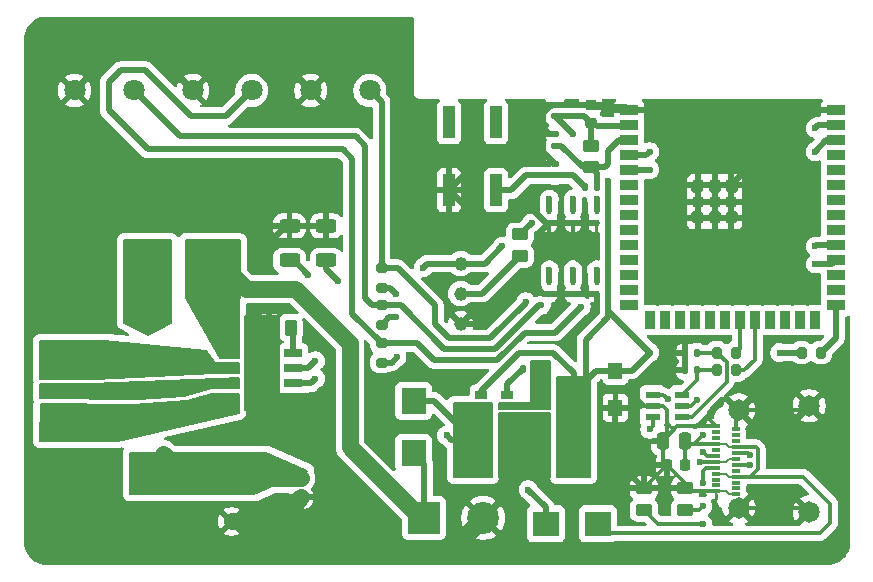
<source format=gbr>
%TF.GenerationSoftware,KiCad,Pcbnew,9.0.0*%
%TF.CreationDate,2025-02-26T09:32:18-04:00*%
%TF.ProjectId,PCB_Control_de_motor,5043425f-436f-46e7-9472-6f6c5f64655f,rev?*%
%TF.SameCoordinates,Original*%
%TF.FileFunction,Copper,L1,Top*%
%TF.FilePolarity,Positive*%
%FSLAX46Y46*%
G04 Gerber Fmt 4.6, Leading zero omitted, Abs format (unit mm)*
G04 Created by KiCad (PCBNEW 9.0.0) date 2025-02-26 09:32:18*
%MOMM*%
%LPD*%
G01*
G04 APERTURE LIST*
G04 Aperture macros list*
%AMRoundRect*
0 Rectangle with rounded corners*
0 $1 Rounding radius*
0 $2 $3 $4 $5 $6 $7 $8 $9 X,Y pos of 4 corners*
0 Add a 4 corners polygon primitive as box body*
4,1,4,$2,$3,$4,$5,$6,$7,$8,$9,$2,$3,0*
0 Add four circle primitives for the rounded corners*
1,1,$1+$1,$2,$3*
1,1,$1+$1,$4,$5*
1,1,$1+$1,$6,$7*
1,1,$1+$1,$8,$9*
0 Add four rect primitives between the rounded corners*
20,1,$1+$1,$2,$3,$4,$5,0*
20,1,$1+$1,$4,$5,$6,$7,0*
20,1,$1+$1,$6,$7,$8,$9,0*
20,1,$1+$1,$8,$9,$2,$3,0*%
G04 Aperture macros list end*
%TA.AperFunction,Conductor*%
%ADD10C,0.200000*%
%TD*%
%TA.AperFunction,SMDPad,CuDef*%
%ADD11R,0.700000X0.300000*%
%TD*%
%TA.AperFunction,ComponentPad*%
%ADD12C,1.815000*%
%TD*%
%TA.AperFunction,SMDPad,CuDef*%
%ADD13RoundRect,0.140000X-0.140000X-0.170000X0.140000X-0.170000X0.140000X0.170000X-0.140000X0.170000X0*%
%TD*%
%TA.AperFunction,SMDPad,CuDef*%
%ADD14RoundRect,0.248780X0.261220X0.451220X-0.261220X0.451220X-0.261220X-0.451220X0.261220X-0.451220X0*%
%TD*%
%TA.AperFunction,SMDPad,CuDef*%
%ADD15R,1.500000X0.900000*%
%TD*%
%TA.AperFunction,SMDPad,CuDef*%
%ADD16R,0.900000X1.500000*%
%TD*%
%TA.AperFunction,SMDPad,CuDef*%
%ADD17R,0.900000X0.900000*%
%TD*%
%TA.AperFunction,SMDPad,CuDef*%
%ADD18RoundRect,0.248780X-0.451220X0.261220X-0.451220X-0.261220X0.451220X-0.261220X0.451220X0.261220X0*%
%TD*%
%TA.AperFunction,SMDPad,CuDef*%
%ADD19RoundRect,0.200000X0.275000X-0.200000X0.275000X0.200000X-0.275000X0.200000X-0.275000X-0.200000X0*%
%TD*%
%TA.AperFunction,SMDPad,CuDef*%
%ADD20R,1.525000X0.650000*%
%TD*%
%TA.AperFunction,SMDPad,CuDef*%
%ADD21R,2.400000X3.100000*%
%TD*%
%TA.AperFunction,SMDPad,CuDef*%
%ADD22RoundRect,0.225000X0.250000X-0.225000X0.250000X0.225000X-0.250000X0.225000X-0.250000X-0.225000X0*%
%TD*%
%TA.AperFunction,SMDPad,CuDef*%
%ADD23R,0.320000X0.510000*%
%TD*%
%TA.AperFunction,SMDPad,CuDef*%
%ADD24RoundRect,0.225000X0.225000X0.250000X-0.225000X0.250000X-0.225000X-0.250000X0.225000X-0.250000X0*%
%TD*%
%TA.AperFunction,SMDPad,CuDef*%
%ADD25RoundRect,0.248889X0.626111X-0.311111X0.626111X0.311111X-0.626111X0.311111X-0.626111X-0.311111X0*%
%TD*%
%TA.AperFunction,SMDPad,CuDef*%
%ADD26R,2.150000X2.200000*%
%TD*%
%TA.AperFunction,SMDPad,CuDef*%
%ADD27R,1.150000X1.375000*%
%TD*%
%TA.AperFunction,SMDPad,CuDef*%
%ADD28RoundRect,0.250000X-0.250000X-0.475000X0.250000X-0.475000X0.250000X0.475000X-0.250000X0.475000X0*%
%TD*%
%TA.AperFunction,SMDPad,CuDef*%
%ADD29RoundRect,0.200000X-0.200000X-0.275000X0.200000X-0.275000X0.200000X0.275000X-0.200000X0.275000X0*%
%TD*%
%TA.AperFunction,SMDPad,CuDef*%
%ADD30RoundRect,0.248780X0.451220X-0.261220X0.451220X0.261220X-0.451220X0.261220X-0.451220X-0.261220X0*%
%TD*%
%TA.AperFunction,SMDPad,CuDef*%
%ADD31RoundRect,0.140000X0.170000X-0.140000X0.170000X0.140000X-0.170000X0.140000X-0.170000X-0.140000X0*%
%TD*%
%TA.AperFunction,ComponentPad*%
%ADD32R,2.700000X2.700000*%
%TD*%
%TA.AperFunction,ComponentPad*%
%ADD33C,2.700000*%
%TD*%
%TA.AperFunction,SMDPad,CuDef*%
%ADD34R,1.000000X2.750000*%
%TD*%
%TA.AperFunction,SMDPad,CuDef*%
%ADD35RoundRect,0.250000X0.250000X0.475000X-0.250000X0.475000X-0.250000X-0.475000X0.250000X-0.475000X0*%
%TD*%
%TA.AperFunction,ComponentPad*%
%ADD36C,1.150000*%
%TD*%
%TA.AperFunction,SMDPad,CuDef*%
%ADD37R,1.250000X1.450000*%
%TD*%
%TA.AperFunction,SMDPad,CuDef*%
%ADD38RoundRect,0.225000X-0.225000X-0.250000X0.225000X-0.250000X0.225000X0.250000X-0.225000X0.250000X0*%
%TD*%
%TA.AperFunction,SMDPad,CuDef*%
%ADD39R,2.200000X2.150000*%
%TD*%
%TA.AperFunction,SMDPad,CuDef*%
%ADD40R,4.000000X1.850000*%
%TD*%
%TA.AperFunction,SMDPad,CuDef*%
%ADD41RoundRect,0.140000X0.140000X0.170000X-0.140000X0.170000X-0.140000X-0.170000X0.140000X-0.170000X0*%
%TD*%
%TA.AperFunction,SMDPad,CuDef*%
%ADD42R,1.200000X0.600000*%
%TD*%
%TA.AperFunction,SMDPad,CuDef*%
%ADD43R,1.000000X0.700000*%
%TD*%
%TA.AperFunction,ComponentPad*%
%ADD44C,1.381000*%
%TD*%
%TA.AperFunction,ComponentPad*%
%ADD45C,1.800000*%
%TD*%
%TA.AperFunction,ViaPad*%
%ADD46C,1.200000*%
%TD*%
%TA.AperFunction,ViaPad*%
%ADD47C,0.600000*%
%TD*%
%TA.AperFunction,Conductor*%
%ADD48C,0.500000*%
%TD*%
%TA.AperFunction,Conductor*%
%ADD49C,0.300000*%
%TD*%
%TA.AperFunction,Conductor*%
%ADD50C,1.400000*%
%TD*%
G04 APERTURE END LIST*
D10*
%TO.N,Net-(C10--)*%
X137700000Y-101990000D02*
X135466667Y-101990000D01*
X133100000Y-102700000D01*
X129200000Y-102900000D01*
X120890000Y-102850000D01*
X120900000Y-101700000D01*
X125158007Y-101700000D01*
X135920000Y-101200000D01*
X137700000Y-101189281D01*
X137700000Y-101990000D01*
%TA.AperFunction,Conductor*%
G36*
X137700000Y-101990000D02*
G01*
X135466667Y-101990000D01*
X133100000Y-102700000D01*
X129200000Y-102900000D01*
X120890000Y-102850000D01*
X120900000Y-101700000D01*
X125158007Y-101700000D01*
X135920000Y-101200000D01*
X137700000Y-101189281D01*
X137700000Y-101990000D01*
G37*
%TD.AperFunction*%
%TO.N,/Driver/OUT_2*%
X137700000Y-104100000D02*
X127453844Y-106500000D01*
X120900000Y-106500000D01*
X120930000Y-103320000D01*
X128730000Y-103440000D01*
X133340000Y-103140000D01*
X135430000Y-102510000D01*
X137700000Y-102500000D01*
X137700000Y-104100000D01*
%TA.AperFunction,Conductor*%
G36*
X137700000Y-104100000D02*
G01*
X127453844Y-106500000D01*
X120900000Y-106500000D01*
X120930000Y-103320000D01*
X128730000Y-103440000D01*
X133340000Y-103140000D01*
X135430000Y-102510000D01*
X137700000Y-102500000D01*
X137700000Y-104100000D01*
G37*
%TD.AperFunction*%
%TO.N,/Driver/OUT_1*%
X134932001Y-98832001D02*
X135660000Y-99900000D01*
X137700000Y-99900000D01*
X137700000Y-100690000D01*
X135610000Y-100700000D01*
X125564449Y-101267963D01*
X120900000Y-101277763D01*
X120900000Y-98000000D01*
X126300000Y-98000000D01*
X134932001Y-98832001D01*
%TA.AperFunction,Conductor*%
G36*
X134932001Y-98832001D02*
G01*
X135660000Y-99900000D01*
X137700000Y-99900000D01*
X137700000Y-100690000D01*
X135610000Y-100700000D01*
X125564449Y-101267963D01*
X120900000Y-101277763D01*
X120900000Y-98000000D01*
X126300000Y-98000000D01*
X134932001Y-98832001D01*
G37*
%TD.AperFunction*%
%TO.N,+3.3V*%
X167450000Y-109550000D02*
X164650000Y-109550000D01*
X164650000Y-101050000D01*
X167450000Y-101050000D01*
X167450000Y-109550000D01*
%TA.AperFunction,Conductor*%
G36*
X167450000Y-109550000D02*
G01*
X164650000Y-109550000D01*
X164650000Y-101050000D01*
X167450000Y-101050000D01*
X167450000Y-109550000D01*
G37*
%TD.AperFunction*%
%TO.N,Net-(IC4-SW)*%
X164050000Y-103750000D02*
X159750000Y-103750000D01*
X159750000Y-103250000D01*
X162450000Y-103250000D01*
X162450000Y-99750000D01*
X164050000Y-99750000D01*
X164050000Y-103750000D01*
%TA.AperFunction,Conductor*%
G36*
X164050000Y-103750000D02*
G01*
X159750000Y-103750000D01*
X159750000Y-103250000D01*
X162450000Y-103250000D01*
X162450000Y-99750000D01*
X164050000Y-99750000D01*
X164050000Y-103750000D01*
G37*
%TD.AperFunction*%
%TO.N,Net-(C10--)*%
X143500000Y-109000000D02*
X139000000Y-111000000D01*
X128500000Y-111000000D01*
X128500000Y-107500000D01*
X140000000Y-107500000D01*
X143500000Y-109000000D01*
%TA.AperFunction,Conductor*%
G36*
X143500000Y-109000000D02*
G01*
X139000000Y-111000000D01*
X128500000Y-111000000D01*
X128500000Y-107500000D01*
X140000000Y-107500000D01*
X143500000Y-109000000D01*
G37*
%TD.AperFunction*%
%TO.N,GND*%
X141100000Y-102500000D02*
X143700000Y-102500000D01*
X143700000Y-103900000D01*
X138200000Y-103900000D01*
X138200000Y-95900000D01*
X141100000Y-95900000D01*
X141100000Y-102500000D01*
%TA.AperFunction,Conductor*%
G36*
X141100000Y-102500000D02*
G01*
X143700000Y-102500000D01*
X143700000Y-103900000D01*
X138200000Y-103900000D01*
X138200000Y-95900000D01*
X141100000Y-95900000D01*
X141100000Y-102500000D01*
G37*
%TD.AperFunction*%
%TO.N,Net-(C10--)*%
X132000000Y-96500000D02*
X130000000Y-97500000D01*
X128000000Y-96500000D01*
X128000000Y-89500000D01*
X132000000Y-89500000D01*
X132000000Y-96500000D01*
%TA.AperFunction,Conductor*%
G36*
X132000000Y-96500000D02*
G01*
X130000000Y-97500000D01*
X128000000Y-96500000D01*
X128000000Y-89500000D01*
X132000000Y-89500000D01*
X132000000Y-96500000D01*
G37*
%TD.AperFunction*%
%TO.N,+12V*%
X137796747Y-89506235D02*
X137716797Y-99500000D01*
X136120448Y-99500000D01*
X133200000Y-94360012D01*
X133200000Y-89500000D01*
X137796747Y-89506235D01*
%TA.AperFunction,Conductor*%
G36*
X137796747Y-89506235D02*
G01*
X137716797Y-99500000D01*
X136120448Y-99500000D01*
X133200000Y-94360012D01*
X133200000Y-89500000D01*
X137796747Y-89506235D01*
G37*
%TD.AperFunction*%
%TO.N,GND*%
X164050000Y-109550000D02*
X159750000Y-109550000D01*
X159752800Y-104150000D01*
X164050000Y-104150000D01*
X164050000Y-109550000D01*
%TA.AperFunction,Conductor*%
G36*
X164050000Y-109550000D02*
G01*
X159750000Y-109550000D01*
X159752800Y-104150000D01*
X164050000Y-104150000D01*
X164050000Y-109550000D01*
G37*
%TD.AperFunction*%
%TO.N,Net-(D7-K)*%
X159150000Y-109550000D02*
X155950000Y-109550000D01*
X155950000Y-103250000D01*
X159154046Y-103250000D01*
X159150000Y-109550000D01*
%TA.AperFunction,Conductor*%
G36*
X159150000Y-109550000D02*
G01*
X155950000Y-109550000D01*
X155950000Y-103250000D01*
X159154046Y-103250000D01*
X159150000Y-109550000D01*
G37*
%TD.AperFunction*%
%TD*%
D11*
%TO.P,USB-C1,A1,GND_1*%
%TO.N,GND*%
X178140000Y-110750000D03*
%TO.P,USB-C1,A2,TX1+*%
%TO.N,unconnected-(USB-C1-TX1+-PadA2)*%
X178140000Y-110250000D03*
%TO.P,USB-C1,A3,TX1-*%
%TO.N,unconnected-(USB-C1-TX1--PadA3)*%
X178140000Y-109750000D03*
%TO.P,USB-C1,A4,VBUS_1*%
%TO.N,/5v_USB*%
X178140000Y-109250000D03*
%TO.P,USB-C1,A5,CC1*%
%TO.N,Net-(USB-C1-CC1)*%
X178140000Y-108750000D03*
%TO.P,USB-C1,A6,D+_1*%
%TO.N,Net-(IC2-I{slash}O1_1)*%
X178140000Y-108250000D03*
%TO.P,USB-C1,A7,D-_1*%
%TO.N,Net-(IC2-I{slash}O2_1)*%
X178140000Y-107750000D03*
%TO.P,USB-C1,A8,SBU1*%
%TO.N,unconnected-(USB-C1-SBU1-PadA8)*%
X178140000Y-107250000D03*
%TO.P,USB-C1,A9,VBUS_2*%
%TO.N,/5v_USB*%
X178140000Y-106750000D03*
%TO.P,USB-C1,A10,RX2-*%
%TO.N,unconnected-(USB-C1-RX2--PadA10)*%
X178140000Y-106250000D03*
%TO.P,USB-C1,A11,RX2+*%
%TO.N,unconnected-(USB-C1-RX2+-PadA11)*%
X178140000Y-105750000D03*
%TO.P,USB-C1,A12,GND_2*%
%TO.N,GND*%
X178140000Y-105250000D03*
%TO.P,USB-C1,B1,GND_3*%
X179840000Y-105500000D03*
%TO.P,USB-C1,B2,TX2+*%
%TO.N,unconnected-(USB-C1-TX2+-PadB2)*%
X179840000Y-106000000D03*
%TO.P,USB-C1,B3,TX2-*%
%TO.N,unconnected-(USB-C1-TX2--PadB3)*%
X179840000Y-106500000D03*
%TO.P,USB-C1,B4,VBUS_3*%
%TO.N,/5v_USB*%
X179840000Y-107000000D03*
%TO.P,USB-C1,B5,CC2*%
%TO.N,Net-(USB-C1-CC2)*%
X179840000Y-107500000D03*
%TO.P,USB-C1,B6,D+_2*%
%TO.N,Net-(IC2-I{slash}O1_1)*%
X179840000Y-108000000D03*
%TO.P,USB-C1,B7,D-_2*%
%TO.N,Net-(IC2-I{slash}O2_1)*%
X179840000Y-108500000D03*
%TO.P,USB-C1,B8,SBU2*%
%TO.N,unconnected-(USB-C1-SBU2-PadB8)*%
X179840000Y-109000000D03*
%TO.P,USB-C1,B9,VBUS_4*%
%TO.N,/5v_USB*%
X179840000Y-109500000D03*
%TO.P,USB-C1,B10,RX1-*%
%TO.N,unconnected-(USB-C1-RX1--PadB10)*%
X179840000Y-110000000D03*
%TO.P,USB-C1,B11,RX1+*%
%TO.N,unconnected-(USB-C1-RX1+-PadB11)*%
X179840000Y-110500000D03*
%TO.P,USB-C1,B12,GND_4*%
%TO.N,GND*%
X179840000Y-111000000D03*
D12*
%TO.P,USB-C1,MH1,MH1*%
X180050000Y-112130000D03*
%TO.P,USB-C1,MH2,MH2*%
X180050000Y-103870000D03*
%TO.P,USB-C1,MH3,MH3*%
X186000000Y-103510000D03*
%TO.P,USB-C1,MH4,MH4*%
X186000000Y-112490000D03*
%TD*%
D13*
%TO.P,R10,1*%
%TO.N,Net-(Reset1-COM_1)*%
X167000000Y-85000000D03*
%TO.P,R10,2*%
%TO.N,EN_ESP32*%
X168000000Y-85000000D03*
%TD*%
D14*
%TO.P,R14,1*%
%TO.N,Net-(IC3-ILIM)*%
X142120000Y-96900000D03*
%TO.P,R14,2*%
%TO.N,GND*%
X140300000Y-96900000D03*
%TD*%
D15*
%TO.P,IC1,1,GND_1*%
%TO.N,GND*%
X170750000Y-78500000D03*
%TO.P,IC1,2,3V3*%
%TO.N,+3.3V*%
X170750000Y-79770000D03*
%TO.P,IC1,3,EN*%
%TO.N,EN_ESP32*%
X170750000Y-81040000D03*
%TO.P,IC1,4,IO4*%
%TO.N,/Driver/IN_1*%
X170750000Y-82310000D03*
%TO.P,IC1,5,IO5*%
%TO.N,/Driver/IN_2*%
X170750000Y-83580000D03*
%TO.P,IC1,6,IO6*%
%TO.N,unconnected-(IC1-IO6-Pad6)*%
X170750000Y-84850000D03*
%TO.P,IC1,7,IO7*%
%TO.N,unconnected-(IC1-IO7-Pad7)*%
X170750000Y-86120000D03*
%TO.P,IC1,8,IO15*%
%TO.N,unconnected-(IC1-IO15-Pad8)*%
X170750000Y-87390000D03*
%TO.P,IC1,9,IO16*%
%TO.N,unconnected-(IC1-IO16-Pad9)*%
X170750000Y-88660000D03*
%TO.P,IC1,10,IO17*%
%TO.N,unconnected-(IC1-IO17-Pad10)*%
X170750000Y-89930000D03*
%TO.P,IC1,11,IO18*%
%TO.N,unconnected-(IC1-IO18-Pad11)*%
X170750000Y-91200000D03*
%TO.P,IC1,12,IO8*%
%TO.N,unconnected-(IC1-IO8-Pad12)*%
X170750000Y-92470000D03*
%TO.P,IC1,13,IO19*%
%TO.N,unconnected-(IC1-IO19-Pad13)*%
X170750000Y-93740000D03*
%TO.P,IC1,14,IO20*%
%TO.N,unconnected-(IC1-IO20-Pad14)*%
X170750000Y-95010000D03*
D16*
%TO.P,IC1,15,IO3*%
%TO.N,unconnected-(IC1-IO3-Pad15)*%
X172515000Y-96260000D03*
%TO.P,IC1,16,IO46*%
%TO.N,unconnected-(IC1-IO46-Pad16)*%
X173785000Y-96260000D03*
%TO.P,IC1,17,IO9*%
%TO.N,unconnected-(IC1-IO9-Pad17)*%
X175055000Y-96260000D03*
%TO.P,IC1,18,IO10*%
%TO.N,unconnected-(IC1-IO10-Pad18)*%
X176325000Y-96260000D03*
%TO.P,IC1,19,IO11*%
%TO.N,unconnected-(IC1-IO11-Pad19)*%
X177595000Y-96260000D03*
%TO.P,IC1,20,IO12*%
%TO.N,unconnected-(IC1-IO12-Pad20)*%
X178865000Y-96260000D03*
%TO.P,IC1,21,IO13*%
%TO.N,USB_D-*%
X180135000Y-96260000D03*
%TO.P,IC1,22,IO14*%
%TO.N,USB_D+*%
X181405000Y-96260000D03*
%TO.P,IC1,23,IO21*%
%TO.N,unconnected-(IC1-IO21-Pad23)*%
X182675000Y-96260000D03*
%TO.P,IC1,24,IO47*%
%TO.N,unconnected-(IC1-IO47-Pad24)*%
X183945000Y-96260000D03*
%TO.P,IC1,25,IO48*%
%TO.N,unconnected-(IC1-IO48-Pad25)*%
X185215000Y-96260000D03*
%TO.P,IC1,26,IO45*%
%TO.N,unconnected-(IC1-IO45-Pad26)*%
X186485000Y-96260000D03*
D15*
%TO.P,IC1,27,IO0*%
%TO.N,Net-(IC1-IO0)*%
X188250000Y-95010000D03*
%TO.P,IC1,28,IO35*%
%TO.N,unconnected-(IC1-IO35-Pad28)*%
X188250000Y-93740000D03*
%TO.P,IC1,29,IO36*%
%TO.N,unconnected-(IC1-IO36-Pad29)*%
X188250000Y-92470000D03*
%TO.P,IC1,30,IO37*%
%TO.N,/LSA*%
X188250000Y-91200000D03*
%TO.P,IC1,31,IO38*%
%TO.N,/LSC*%
X188250000Y-89930000D03*
%TO.P,IC1,32,IO39*%
%TO.N,unconnected-(IC1-IO39-Pad32)*%
X188250000Y-88660000D03*
%TO.P,IC1,33,IO40*%
%TO.N,unconnected-(IC1-IO40-Pad33)*%
X188250000Y-87390000D03*
%TO.P,IC1,34,IO41*%
%TO.N,unconnected-(IC1-IO41-Pad34)*%
X188250000Y-86120000D03*
%TO.P,IC1,35,IO42*%
%TO.N,unconnected-(IC1-IO42-Pad35)*%
X188250000Y-84850000D03*
%TO.P,IC1,36,RXD0*%
%TO.N,unconnected-(IC1-RXD0-Pad36)*%
X188250000Y-83580000D03*
%TO.P,IC1,37,TXD0*%
%TO.N,unconnected-(IC1-TXD0-Pad37)*%
X188250000Y-82310000D03*
%TO.P,IC1,38,IO2*%
%TO.N,/BOTON*%
X188250000Y-81040000D03*
%TO.P,IC1,39,IO1*%
%TO.N,/ADC*%
X188250000Y-79770000D03*
%TO.P,IC1,40,GND_2*%
%TO.N,GND*%
X188250000Y-78500000D03*
D17*
%TO.P,IC1,41,GND_3*%
X178000000Y-86220000D03*
%TO.P,IC1,42,GND_4*%
X178000000Y-84820000D03*
%TO.P,IC1,43,GND_5*%
X176600000Y-84820000D03*
%TO.P,IC1,44,GND_6*%
X176600000Y-86220000D03*
%TO.P,IC1,45,GND_7*%
X176600000Y-87620000D03*
%TO.P,IC1,46,GND_8*%
X178000000Y-87620000D03*
%TO.P,IC1,47,GND_9*%
X179400000Y-87620000D03*
%TO.P,IC1,48,GND_10*%
X179400000Y-86220000D03*
%TO.P,IC1,49,GND_11*%
X179400000Y-84820000D03*
%TD*%
D18*
%TO.P,R5,1*%
%TO.N,GND*%
X175500000Y-110500000D03*
%TO.P,R5,2*%
%TO.N,Net-(USB-C1-CC1)*%
X175500000Y-112320000D03*
%TD*%
D19*
%TO.P,R1,1*%
%TO.N,+3.3V*%
X149800000Y-93500000D03*
%TO.P,R1,2*%
%TO.N,/BOTON*%
X149800000Y-91860000D03*
%TD*%
D20*
%TO.P,IC3,1,GND*%
%TO.N,GND*%
X142324000Y-102855000D03*
%TO.P,IC3,2,IN2*%
%TO.N,/Driver/IN_2*%
X142324000Y-101585000D03*
%TO.P,IC3,3,IN1*%
%TO.N,/Driver/IN_1*%
X142324000Y-100315000D03*
%TO.P,IC3,4,ILIM*%
%TO.N,Net-(IC3-ILIM)*%
X142324000Y-99045000D03*
%TO.P,IC3,5,VM*%
%TO.N,+12V*%
X136900000Y-99045000D03*
%TO.P,IC3,6,OUT1*%
%TO.N,/Driver/OUT_1*%
X136900000Y-100315000D03*
%TO.P,IC3,7,PGND*%
%TO.N,Net-(C10--)*%
X136900000Y-101585000D03*
%TO.P,IC3,8,OUT2*%
%TO.N,/Driver/OUT_2*%
X136900000Y-102855000D03*
D21*
%TO.P,IC3,9,EP*%
%TO.N,GND*%
X139612000Y-100950000D03*
%TD*%
D22*
%TO.P,C3,1*%
%TO.N,+3.3V*%
X167500000Y-79560000D03*
%TO.P,C3,2*%
%TO.N,GND*%
X167500000Y-78000000D03*
%TD*%
D23*
%TO.P,D4,1,K*%
%TO.N,/ADC*%
X168000000Y-87000000D03*
%TO.P,D4,2,A*%
%TO.N,GND*%
X168000000Y-88000000D03*
%TD*%
D24*
%TO.P,C2,1*%
%TO.N,/5v_USB*%
X175500000Y-108500000D03*
%TO.P,C2,2*%
%TO.N,GND*%
X173940000Y-108500000D03*
%TD*%
D25*
%TO.P,R13,1*%
%TO.N,/Driver/IN_2*%
X142000000Y-91200000D03*
%TO.P,R13,2*%
%TO.N,GND*%
X142000000Y-88280000D03*
%TD*%
D18*
%TO.P,R7,1*%
%TO.N,GND*%
X172000000Y-110500000D03*
%TO.P,R7,2*%
%TO.N,Net-(USB-C1-CC2)*%
X172000000Y-112320000D03*
%TD*%
D26*
%TO.P,D7,1,K*%
%TO.N,Net-(D7-K)*%
X152500000Y-103100000D03*
%TO.P,D7,2,A*%
%TO.N,+12V*%
X152500000Y-107500000D03*
%TD*%
D27*
%TO.P,D9,1,K*%
%TO.N,+3.3V*%
X169600000Y-100525000D03*
%TO.P,D9,2,A*%
%TO.N,GND*%
X169600000Y-103675000D03*
%TD*%
D28*
%TO.P,C12,1*%
%TO.N,Net-(D7-K)*%
X158550000Y-108050000D03*
%TO.P,C12,2*%
%TO.N,GND*%
X160450000Y-108050000D03*
%TD*%
D19*
%TO.P,R2,1*%
%TO.N,+3.3V*%
X149800000Y-99840000D03*
%TO.P,R2,2*%
%TO.N,/LSA*%
X149800000Y-98200000D03*
%TD*%
D29*
%TO.P,R9,1*%
%TO.N,Net-(IC2-I{slash}O2_2)*%
X178180000Y-99000000D03*
%TO.P,R9,2*%
%TO.N,USB_D-*%
X179820000Y-99000000D03*
%TD*%
D30*
%TO.P,R3,1*%
%TO.N,Net-(Potenci\u00F3metro1-WIPER)*%
X161500000Y-90820000D03*
%TO.P,R3,2*%
%TO.N,/ADC*%
X161500000Y-89000000D03*
%TD*%
D31*
%TO.P,C4,1*%
%TO.N,Net-(Reset1-COM_1)*%
X164500000Y-84000000D03*
%TO.P,C4,2*%
%TO.N,GND*%
X164500000Y-83000000D03*
%TD*%
D32*
%TO.P,Motor1,1,1*%
%TO.N,/Driver/OUT_1*%
X123200000Y-99800000D03*
D33*
%TO.P,Motor1,2,2*%
%TO.N,/Driver/OUT_2*%
X123200000Y-104800000D03*
%TD*%
D23*
%TO.P,D2,1,K*%
%TO.N,/LSA*%
X168000000Y-93000000D03*
%TO.P,D2,2,A*%
%TO.N,GND*%
X168000000Y-94000000D03*
%TD*%
D34*
%TO.P,Reset1,1,NO_1*%
%TO.N,GND*%
X155500000Y-85250000D03*
%TO.P,Reset1,2,NO_2*%
%TO.N,unconnected-(Reset1-NO_2-Pad2)*%
X155500000Y-79500000D03*
%TO.P,Reset1,3,COM_1*%
%TO.N,Net-(Reset1-COM_1)*%
X159500000Y-85250000D03*
%TO.P,Reset1,4,COM_2*%
%TO.N,unconnected-(Reset1-COM_2-Pad4)*%
X159500000Y-79500000D03*
%TD*%
D35*
%TO.P,C15,1*%
%TO.N,+3.3V*%
X165350000Y-105550000D03*
%TO.P,C15,2*%
%TO.N,GND*%
X163450000Y-105550000D03*
%TD*%
D36*
%TO.P,Potenci\u00F3metro1,1,CCW*%
%TO.N,+3.3V*%
X156495000Y-91460000D03*
%TO.P,Potenci\u00F3metro1,2,WIPER*%
%TO.N,Net-(Potenci\u00F3metro1-WIPER)*%
X156495000Y-94000000D03*
%TO.P,Potenci\u00F3metro1,3,CW*%
%TO.N,GND*%
X156495000Y-96540000D03*
%TD*%
D37*
%TO.P,L2,1,1*%
%TO.N,Net-(IC4-SW)*%
X163450000Y-102550000D03*
%TO.P,L2,2,2*%
%TO.N,+3.3V*%
X165950000Y-102550000D03*
%TD*%
D38*
%TO.P,C9,1*%
%TO.N,+12V*%
X137040000Y-96900000D03*
%TO.P,C9,2*%
%TO.N,GND*%
X138600000Y-96900000D03*
%TD*%
D39*
%TO.P,D8,1,K*%
%TO.N,Net-(D7-K)*%
X163700000Y-113500000D03*
%TO.P,D8,2,A*%
%TO.N,/5v_USB*%
X168100000Y-113500000D03*
%TD*%
D40*
%TO.P,C10,1,+*%
%TO.N,+12V*%
X135400000Y-90700000D03*
%TO.P,C10,2,-*%
%TO.N,Net-(C10--)*%
X130000000Y-90700000D03*
%TD*%
D41*
%TO.P,C7,1*%
%TO.N,Net-(IC2-I{slash}O1_2)*%
X176500000Y-100500000D03*
%TO.P,C7,2*%
%TO.N,GND*%
X175500000Y-100500000D03*
%TD*%
D25*
%TO.P,R12,1*%
%TO.N,/Driver/IN_1*%
X145100000Y-91200000D03*
%TO.P,R12,2*%
%TO.N,GND*%
X145100000Y-88280000D03*
%TD*%
D22*
%TO.P,C11,1*%
%TO.N,GND*%
X143000000Y-111260000D03*
%TO.P,C11,2*%
%TO.N,Net-(C10--)*%
X143000000Y-109700000D03*
%TD*%
D42*
%TO.P,IC2,1,I/O1_1*%
%TO.N,Net-(IC2-I{slash}O1_1)*%
X172750000Y-102550000D03*
%TO.P,IC2,2,GND*%
%TO.N,GND*%
X172750000Y-103500000D03*
%TO.P,IC2,3,I/O2_1*%
%TO.N,Net-(IC2-I{slash}O2_1)*%
X172750000Y-104450000D03*
%TO.P,IC2,4,I/O2_2*%
%TO.N,Net-(IC2-I{slash}O2_2)*%
X175250000Y-104450000D03*
%TO.P,IC2,5,VBUS*%
%TO.N,/5v_USB*%
X175250000Y-103500000D03*
%TO.P,IC2,6,I/O1_2*%
%TO.N,Net-(IC2-I{slash}O1_2)*%
X175250000Y-102550000D03*
%TD*%
D31*
%TO.P,C8,1*%
%TO.N,EN_ESP32*%
X164500000Y-81500000D03*
%TO.P,C8,2*%
%TO.N,GND*%
X164500000Y-80500000D03*
%TD*%
D43*
%TO.P,IC4,1,FB*%
%TO.N,+3.3V*%
X158252000Y-102550000D03*
%TO.P,IC4,2,EN*%
%TO.N,Net-(D7-K)*%
X158252000Y-103500000D03*
%TO.P,IC4,3,VIN*%
X158252000Y-104450000D03*
%TO.P,IC4,4,GND*%
%TO.N,GND*%
X160450000Y-104450000D03*
%TO.P,IC4,5,SW*%
%TO.N,Net-(IC4-SW)*%
X160450000Y-103500000D03*
%TO.P,IC4,6,BST*%
%TO.N,Net-(IC4-BST)*%
X160450000Y-102550000D03*
%TD*%
D44*
%TO.P,L1,1,1*%
%TO.N,Net-(C10--)*%
X137100000Y-108300000D03*
%TO.P,L1,2,2*%
%TO.N,GND*%
X137100000Y-113300000D03*
%TD*%
D45*
%TO.P,Sensores_Boton1,1,1*%
%TO.N,/BOTON*%
X148800000Y-76800000D03*
%TO.P,Sensores_Boton1,2,2*%
%TO.N,GND*%
X143800000Y-76800000D03*
%TO.P,Sensores_Boton1,3,3*%
%TO.N,/LSA*%
X138800000Y-76800000D03*
%TO.P,Sensores_Boton1,4,4*%
%TO.N,GND*%
X133800000Y-76800000D03*
%TO.P,Sensores_Boton1,5,5*%
%TO.N,/LSC*%
X128800000Y-76800000D03*
%TO.P,Sensores_Boton1,6,6*%
%TO.N,GND*%
X123800000Y-76800000D03*
%TD*%
D23*
%TO.P,D3,1,K*%
%TO.N,/LSC*%
X166000000Y-93000000D03*
%TO.P,D3,2,A*%
%TO.N,GND*%
X166000000Y-94000000D03*
%TD*%
%TO.P,D6,1,K*%
%TO.N,/Driver/IN_2*%
X164000000Y-87000000D03*
%TO.P,D6,2,A*%
%TO.N,GND*%
X164000000Y-88000000D03*
%TD*%
D32*
%TO.P,Bater\u00EDa1,1,1*%
%TO.N,+12V*%
X153400000Y-113000000D03*
D33*
%TO.P,Bater\u00EDa1,2,2*%
%TO.N,GND*%
X158400000Y-113000000D03*
%TD*%
D23*
%TO.P,D1,1,K*%
%TO.N,/BOTON*%
X164000000Y-93000000D03*
%TO.P,D1,2,A*%
%TO.N,GND*%
X164000000Y-94000000D03*
%TD*%
D29*
%TO.P,R8,1*%
%TO.N,Net-(IC2-I{slash}O1_2)*%
X178180000Y-100500000D03*
%TO.P,R8,2*%
%TO.N,USB_D+*%
X179820000Y-100500000D03*
%TD*%
D19*
%TO.P,R4,1*%
%TO.N,+3.3V*%
X149800000Y-96640000D03*
%TO.P,R4,2*%
%TO.N,/LSC*%
X149800000Y-95000000D03*
%TD*%
D41*
%TO.P,C5,1*%
%TO.N,Net-(IC2-I{slash}O2_2)*%
X176500000Y-99000000D03*
%TO.P,C5,2*%
%TO.N,GND*%
X175500000Y-99000000D03*
%TD*%
D31*
%TO.P,C6,1*%
%TO.N,+3.3V*%
X164500000Y-79000000D03*
%TO.P,C6,2*%
%TO.N,GND*%
X164500000Y-78000000D03*
%TD*%
D13*
%TO.P,C13,1*%
%TO.N,Net-(IC4-BST)*%
X161750000Y-100350000D03*
%TO.P,C13,2*%
%TO.N,Net-(IC4-SW)*%
X162750000Y-100350000D03*
%TD*%
D35*
%TO.P,C1,1*%
%TO.N,/5v_USB*%
X175500000Y-106500000D03*
%TO.P,C1,2*%
%TO.N,GND*%
X173600000Y-106500000D03*
%TD*%
D18*
%TO.P,R11,1*%
%TO.N,+3.3V*%
X167500000Y-81500000D03*
%TO.P,R11,2*%
%TO.N,EN_ESP32*%
X167500000Y-83320000D03*
%TD*%
D35*
%TO.P,C14,1*%
%TO.N,+3.3V*%
X165350000Y-108050000D03*
%TO.P,C14,2*%
%TO.N,GND*%
X163450000Y-108050000D03*
%TD*%
D23*
%TO.P,D5,1,K*%
%TO.N,/Driver/IN_1*%
X166000000Y-87000000D03*
%TO.P,D5,2,A*%
%TO.N,GND*%
X166000000Y-88000000D03*
%TD*%
D29*
%TO.P,R6,1*%
%TO.N,+3.3V*%
X185360000Y-99000000D03*
%TO.P,R6,2*%
%TO.N,Net-(IC1-IO0)*%
X187000000Y-99000000D03*
%TD*%
D46*
%TO.N,Net-(C10--)*%
X130700000Y-102060000D03*
X133500000Y-102000000D03*
%TO.N,GND*%
X140500000Y-103000000D03*
X179500000Y-87500000D03*
X181500000Y-88000000D03*
X185000000Y-94000000D03*
X182500000Y-84500000D03*
X179500000Y-81500000D03*
X183500000Y-83000000D03*
X139000000Y-103000000D03*
X183500000Y-86000000D03*
X179000000Y-94000000D03*
X174500000Y-86500000D03*
X177000000Y-83000000D03*
X179500000Y-85000000D03*
X162000000Y-107500000D03*
X185000000Y-87000000D03*
X180500000Y-94000000D03*
D47*
X139400000Y-95100000D03*
D46*
X162000000Y-109000000D03*
X185000000Y-83000000D03*
X184500000Y-81500000D03*
X176500000Y-85000000D03*
X178000000Y-87500000D03*
X174500000Y-85000000D03*
X173000000Y-87500000D03*
X140500000Y-98500000D03*
X176000000Y-94000000D03*
X174500000Y-94000000D03*
X181000000Y-81500000D03*
X160500000Y-106000000D03*
X181500000Y-86000000D03*
D47*
X139400000Y-90600000D03*
D46*
X176500000Y-87500000D03*
D47*
X170200000Y-108900000D03*
D46*
X185000000Y-84500000D03*
X162000000Y-106000000D03*
X140500000Y-100000000D03*
X139000000Y-101500000D03*
X183500000Y-88000000D03*
X178000000Y-82000000D03*
X183500000Y-94000000D03*
X178000000Y-85000000D03*
X139000000Y-100000000D03*
X180500000Y-94000000D03*
X177500000Y-94000000D03*
X174500000Y-88000000D03*
D47*
X168000000Y-95200000D03*
D46*
X173000000Y-94000000D03*
X140500000Y-101500000D03*
X139000000Y-98500000D03*
X182000000Y-94000000D03*
D47*
%TO.N,+3.3V*%
X169000000Y-84500000D03*
X172500000Y-99000000D03*
X183500000Y-99000000D03*
X151100000Y-99400000D03*
X151000000Y-96000000D03*
X153300000Y-91800000D03*
X169000000Y-87500000D03*
X166000000Y-80500000D03*
X151000000Y-94000000D03*
X160000000Y-90000000D03*
D46*
%TO.N,Net-(C10--)*%
X131500000Y-95500000D03*
X126400000Y-102300000D03*
X131300000Y-107500000D03*
X130500000Y-108300000D03*
X128000000Y-102200000D03*
X129200000Y-108300000D03*
X129200000Y-109400000D03*
X129300000Y-102100000D03*
X130500000Y-109400000D03*
X130900000Y-96400000D03*
X132000000Y-102000000D03*
X129100000Y-96500000D03*
X132000000Y-110500000D03*
X130000000Y-96900000D03*
X132000000Y-108300000D03*
X128500000Y-95500000D03*
X129200000Y-110500000D03*
X130500000Y-110500000D03*
X132000000Y-109400000D03*
X130000000Y-95500000D03*
D47*
%TO.N,Net-(IC2-I{slash}O1_1)*%
X174022751Y-102967499D03*
X176790380Y-108290380D03*
%TO.N,Net-(IC2-I{slash}O2_1)*%
X172500000Y-105500000D03*
X181000000Y-108500000D03*
X177000000Y-107400000D03*
%TO.N,Net-(USB-C1-CC1)*%
X177000000Y-112000000D03*
X177000000Y-110000000D03*
%TO.N,Net-(USB-C1-CC2)*%
X177000000Y-113500000D03*
X181000000Y-107650000D03*
%TO.N,/5v_USB*%
X177000000Y-106000000D03*
X176500000Y-103000000D03*
%TO.N,/LSA*%
X166700000Y-95100000D03*
X168000000Y-92000000D03*
X186500000Y-91500000D03*
%TO.N,/LSC*%
X163300000Y-95000000D03*
X166000000Y-92000000D03*
X186500000Y-90000000D03*
%TO.N,/BOTON*%
X162000000Y-94700000D03*
X186500000Y-82000000D03*
X164000000Y-92000000D03*
%TO.N,Net-(D7-K)*%
X155300000Y-106000000D03*
X162200000Y-110600000D03*
%TO.N,/ADC*%
X162500000Y-88000000D03*
X168000000Y-86000000D03*
X186500000Y-80000000D03*
%TO.N,/Driver/IN_1*%
X172500000Y-82000000D03*
X146100000Y-92900000D03*
X166000000Y-86000000D03*
X144200000Y-99700000D03*
%TO.N,/Driver/IN_2*%
X172500000Y-83500000D03*
X164000000Y-86000000D03*
X143600000Y-92400000D03*
X144200000Y-101200000D03*
%TD*%
D48*
%TO.N,GND*%
X164500000Y-83000000D02*
X163500000Y-82000000D01*
X164500000Y-88000000D02*
X166000000Y-88000000D01*
D49*
X172750000Y-103500000D02*
X173650000Y-103500000D01*
D48*
X166000000Y-94000000D02*
X168000000Y-94000000D01*
D49*
X174850000Y-105250000D02*
X173600000Y-106500000D01*
D48*
X163000000Y-89000000D02*
X163000000Y-92000000D01*
X141000000Y-74000000D02*
X131000000Y-74000000D01*
D49*
X173600000Y-108160000D02*
X173940000Y-108500000D01*
D50*
X146900000Y-110300000D02*
X146900000Y-112300000D01*
X146900000Y-112300000D02*
X150400000Y-115800000D01*
X139612000Y-100950000D02*
X139612000Y-103012000D01*
D49*
X175751000Y-110751000D02*
X178140000Y-110751000D01*
D48*
X153550000Y-85250000D02*
X155500000Y-85250000D01*
X163500000Y-78690001D02*
X164190001Y-78000000D01*
D49*
X174000000Y-106100000D02*
X173600000Y-106500000D01*
D48*
X157750000Y-87500000D02*
X161500000Y-87500000D01*
D49*
X175500000Y-110500000D02*
X175751000Y-110751000D01*
D48*
X167780000Y-78000000D02*
X168000000Y-78220000D01*
D50*
X150400000Y-115800000D02*
X155600000Y-115800000D01*
D48*
X158400000Y-113000000D02*
X160450000Y-110950000D01*
D49*
X177500000Y-104610000D02*
X177500000Y-104000000D01*
D48*
X164000000Y-88000000D02*
X163000000Y-89000000D01*
X164500000Y-78000000D02*
X167500000Y-78000000D01*
D50*
X143460000Y-115800000D02*
X150400000Y-115800000D01*
D48*
X169600000Y-103675000D02*
X169600000Y-108300000D01*
D49*
X179840000Y-104080000D02*
X180050000Y-103870000D01*
D48*
X123800000Y-76800000D02*
X126600000Y-74000000D01*
X179400000Y-87620000D02*
X179400000Y-86220000D01*
X164000000Y-110500000D02*
X161900000Y-108400000D01*
X151500000Y-76400000D02*
X151500000Y-83200000D01*
X161900000Y-108700000D02*
X161900000Y-108100000D01*
D50*
X140960000Y-113300000D02*
X143000000Y-111260000D01*
D49*
X175500000Y-100500000D02*
X175500000Y-99000000D01*
X175500000Y-110500000D02*
X175500000Y-110060000D01*
D48*
X143800000Y-76800000D02*
X145700000Y-74900000D01*
X179400000Y-84820000D02*
X185720000Y-78500000D01*
D50*
X137100000Y-113300000D02*
X140960000Y-113300000D01*
D48*
X163500000Y-94000000D02*
X164000000Y-94000000D01*
D49*
X171500000Y-102902000D02*
X171500000Y-102000000D01*
D48*
X150000000Y-74900000D02*
X151500000Y-76400000D01*
X160450000Y-110950000D02*
X160450000Y-108050000D01*
X164000000Y-80500000D02*
X163500000Y-80000000D01*
X169600000Y-108300000D02*
X170200000Y-108900000D01*
X151500000Y-83200000D02*
X153550000Y-85250000D01*
X163500000Y-80000000D02*
X163500000Y-78690001D01*
X166000000Y-88000000D02*
X168000000Y-88000000D01*
X142000000Y-88280000D02*
X145100000Y-88280000D01*
D49*
X172000000Y-110440000D02*
X173940000Y-108500000D01*
D10*
X179238000Y-111000000D02*
X179840000Y-111000000D01*
D49*
X180050000Y-103870000D02*
X185640000Y-103870000D01*
D48*
X145700000Y-74900000D02*
X150000000Y-74900000D01*
X164500000Y-80500000D02*
X164000000Y-80500000D01*
D49*
X179142501Y-102962501D02*
X180050000Y-103870000D01*
D48*
X161000000Y-82500000D02*
X163500000Y-80000000D01*
X176600000Y-86220000D02*
X176600000Y-87620000D01*
X170750000Y-78500000D02*
X186000000Y-78500000D01*
X156495000Y-96540000D02*
X158460000Y-96540000D01*
X158460000Y-96540000D02*
X163000000Y-92000000D01*
X155500000Y-85250000D02*
X157750000Y-87500000D01*
D49*
X180050000Y-112130000D02*
X185640000Y-112130000D01*
D48*
X170200000Y-108900000D02*
X170400000Y-108900000D01*
D49*
X172098000Y-103500000D02*
X171500000Y-102902000D01*
X173650000Y-103500000D02*
X174000000Y-103850000D01*
X174000000Y-103850000D02*
X174000000Y-106100000D01*
D48*
X163500000Y-82000000D02*
X163500000Y-80000000D01*
X170470000Y-78220000D02*
X170750000Y-78500000D01*
D49*
X173000000Y-100500000D02*
X175500000Y-100500000D01*
X178140000Y-105250000D02*
X177500000Y-104610000D01*
D48*
X163683000Y-88000000D02*
X164500000Y-88000000D01*
X186000000Y-78500000D02*
X188250000Y-78500000D01*
X170200000Y-108900000D02*
X168600000Y-110500000D01*
X164190001Y-78000000D02*
X164500000Y-78000000D01*
D49*
X172000000Y-110500000D02*
X172000000Y-110440000D01*
D48*
X168000000Y-95200000D02*
X168000000Y-94000000D01*
D49*
X172750000Y-103500000D02*
X172098000Y-103500000D01*
D48*
X164000000Y-88000000D02*
X164500000Y-88000000D01*
D49*
X175500000Y-110060000D02*
X173940000Y-108500000D01*
D48*
X176600000Y-84820000D02*
X176600000Y-86220000D01*
X170400000Y-108900000D02*
X172000000Y-110500000D01*
D49*
X178140000Y-105250000D02*
X174850000Y-105250000D01*
X185640000Y-112130000D02*
X186000000Y-112490000D01*
D48*
X142000000Y-88280000D02*
X141720000Y-88280000D01*
X143800000Y-76800000D02*
X141000000Y-74000000D01*
D49*
X179840000Y-105500000D02*
X179840000Y-104080000D01*
D48*
X139400000Y-98350000D02*
X140950000Y-99900000D01*
X163000000Y-92000000D02*
X163000000Y-93500000D01*
D50*
X155600000Y-115800000D02*
X158400000Y-113000000D01*
D48*
X141720000Y-88280000D02*
X139400000Y-90600000D01*
X139400000Y-95100000D02*
X139400000Y-98350000D01*
D49*
X173600000Y-106500000D02*
X173600000Y-108160000D01*
X178537499Y-102962501D02*
X179142501Y-102962501D01*
X177500000Y-104000000D02*
X178537499Y-102962501D01*
D48*
X131000000Y-74000000D02*
X133800000Y-76800000D01*
X178000000Y-87620000D02*
X179400000Y-87620000D01*
D50*
X140960000Y-113300000D02*
X143460000Y-115800000D01*
D48*
X179400000Y-86220000D02*
X179400000Y-84820000D01*
X155500000Y-85250000D02*
X158250000Y-82500000D01*
X162683000Y-87000000D02*
X163683000Y-88000000D01*
X178000000Y-84820000D02*
X176600000Y-84820000D01*
D10*
X178988000Y-110750000D02*
X179238000Y-111000000D01*
D49*
X185640000Y-103870000D02*
X186000000Y-103510000D01*
D48*
X168000000Y-78220000D02*
X170470000Y-78220000D01*
D50*
X139612000Y-103012000D02*
X146900000Y-110300000D01*
D48*
X179400000Y-84820000D02*
X178000000Y-84820000D01*
X164000000Y-94000000D02*
X166000000Y-94000000D01*
D10*
X178140000Y-110750000D02*
X178988000Y-110750000D01*
D48*
X158250000Y-82500000D02*
X161000000Y-82500000D01*
X161900000Y-108400000D02*
X161900000Y-106850000D01*
X161500000Y-87500000D02*
X162000000Y-87000000D01*
X178000000Y-86220000D02*
X176600000Y-86220000D01*
X185720000Y-78500000D02*
X186000000Y-78500000D01*
X176600000Y-87620000D02*
X178000000Y-87620000D01*
D49*
X171500000Y-102000000D02*
X173000000Y-100500000D01*
D48*
X163000000Y-93500000D02*
X163500000Y-94000000D01*
X168600000Y-110500000D02*
X164000000Y-110500000D01*
X162000000Y-87000000D02*
X162683000Y-87000000D01*
X126600000Y-74000000D02*
X131000000Y-74000000D01*
D50*
%TO.N,+12V*%
X147100000Y-107000000D02*
X153100000Y-113000000D01*
X138300000Y-93600000D02*
X142500000Y-93600000D01*
X142500000Y-93600000D02*
X147100000Y-98200000D01*
X147100000Y-98200000D02*
X147100000Y-107000000D01*
X153100000Y-113000000D02*
X153400000Y-113000000D01*
D48*
X153400000Y-113000000D02*
X153400000Y-108400000D01*
X153400000Y-108400000D02*
X152500000Y-107500000D01*
D50*
X135400000Y-90700000D02*
X138300000Y-93600000D01*
D48*
%TO.N,+3.3V*%
X158252000Y-102248000D02*
X161450000Y-99050000D01*
X164500000Y-79000000D02*
X166940000Y-79000000D01*
X169000000Y-87500000D02*
X169000000Y-84500000D01*
X158252000Y-102550000D02*
X158252000Y-102248000D01*
X158540000Y-91460000D02*
X160000000Y-90000000D01*
X150440000Y-96000000D02*
X149800000Y-96640000D01*
X156495000Y-91460000D02*
X158540000Y-91460000D01*
X150660000Y-99840000D02*
X151100000Y-99400000D01*
X167975000Y-100525000D02*
X165950000Y-102550000D01*
X149800000Y-93500000D02*
X150500000Y-93500000D01*
X170740000Y-79780000D02*
X170750000Y-79770000D01*
X164329232Y-99050000D02*
X166050000Y-100770768D01*
X169600000Y-100525000D02*
X167975000Y-100525000D01*
X166000000Y-80500000D02*
X164500000Y-79000000D01*
X167500000Y-81500000D02*
X167500000Y-79560000D01*
X166940000Y-79000000D02*
X167500000Y-79560000D01*
X161450000Y-99050000D02*
X164329232Y-99050000D01*
X151000000Y-96000000D02*
X150440000Y-96000000D01*
X172500000Y-99000000D02*
X169000000Y-95500000D01*
X167100000Y-104250000D02*
X166050000Y-105300000D01*
X169000000Y-95500000D02*
X169000000Y-87500000D01*
X170975000Y-100525000D02*
X172500000Y-99000000D01*
X168000000Y-79780000D02*
X170740000Y-79780000D01*
X169600000Y-100525000D02*
X170975000Y-100525000D01*
X156495000Y-91460000D02*
X153640000Y-91460000D01*
X149800000Y-99840000D02*
X150660000Y-99840000D01*
X167100000Y-97900000D02*
X167100000Y-104250000D01*
X169000000Y-95500000D02*
X169000000Y-96000000D01*
X150500000Y-93500000D02*
X151000000Y-94000000D01*
X169000000Y-96000000D02*
X167100000Y-97900000D01*
X185360000Y-99000000D02*
X183500000Y-99000000D01*
X153640000Y-91460000D02*
X153300000Y-91800000D01*
X166050000Y-100770768D02*
X166050000Y-105300000D01*
%TO.N,Net-(Reset1-COM_1)*%
X166000000Y-84000000D02*
X167000000Y-85000000D01*
X162000000Y-84000000D02*
X164500000Y-84000000D01*
X164500000Y-84000000D02*
X166000000Y-84000000D01*
X159500000Y-85250000D02*
X160750000Y-85250000D01*
X160750000Y-85250000D02*
X162000000Y-84000000D01*
%TO.N,EN_ESP32*%
X164500000Y-81500000D02*
X165000000Y-81500000D01*
X168000000Y-85000000D02*
X168000000Y-83820000D01*
X168000000Y-83820000D02*
X167500000Y-83320000D01*
X169918000Y-81040000D02*
X169000000Y-81958000D01*
X167500000Y-83320000D02*
X168680000Y-83320000D01*
X165000000Y-81500000D02*
X166820000Y-83320000D01*
X166820000Y-83320000D02*
X167500000Y-83320000D01*
X170750000Y-81040000D02*
X169918000Y-81040000D01*
X169000000Y-81958000D02*
X169000000Y-83000000D01*
X168680000Y-83320000D02*
X169000000Y-83000000D01*
D49*
%TO.N,Net-(IC2-I{slash}O2_2)*%
X179000000Y-99820000D02*
X179000000Y-101500000D01*
X176050000Y-104450000D02*
X175250000Y-104450000D01*
X178180000Y-99000000D02*
X179000000Y-99820000D01*
X179000000Y-101500000D02*
X176050000Y-104450000D01*
X176500000Y-99000000D02*
X178180000Y-99000000D01*
%TO.N,Net-(IC2-I{slash}O1_2)*%
X176500000Y-100500000D02*
X178180000Y-100500000D01*
X176500000Y-101300000D02*
X176500000Y-100500000D01*
X175250000Y-102550000D02*
X176500000Y-101300000D01*
D50*
%TO.N,Net-(C10--)*%
X138459000Y-109659000D02*
X143000000Y-109659000D01*
X130000000Y-90700000D02*
X130000000Y-96500000D01*
X133359000Y-109659000D02*
X131300000Y-107600000D01*
X137100000Y-108300000D02*
X138459000Y-109659000D01*
X138459000Y-109659000D02*
X133359000Y-109659000D01*
D48*
%TO.N,Net-(IC4-BST)*%
X160450000Y-102550000D02*
X160450000Y-101650000D01*
X160450000Y-101650000D02*
X161750000Y-100350000D01*
D49*
%TO.N,USB_D+*%
X180500000Y-100500000D02*
X179820000Y-100500000D01*
X181405000Y-96260000D02*
X181405000Y-99595000D01*
X181405000Y-99595000D02*
X180500000Y-100500000D01*
%TO.N,USB_D-*%
X180135000Y-96260000D02*
X180135000Y-98685000D01*
D10*
X180000000Y-96395000D02*
X180135000Y-96260000D01*
D49*
X180135000Y-98685000D02*
X179820000Y-99000000D01*
%TO.N,Net-(IC2-I{slash}O1_1)*%
X178140000Y-108250000D02*
X176830760Y-108250000D01*
D10*
X179238000Y-108000000D02*
X179840000Y-108000000D01*
D49*
X173605252Y-102550000D02*
X172750000Y-102550000D01*
D10*
X178988000Y-108250000D02*
X179238000Y-108000000D01*
D49*
X174022751Y-102967499D02*
X173605252Y-102550000D01*
D10*
X178140000Y-108250000D02*
X178988000Y-108250000D01*
D49*
X176830760Y-108250000D02*
X176790380Y-108290380D01*
%TO.N,Net-(IC2-I{slash}O2_1)*%
X172750000Y-104450000D02*
X172750000Y-105250000D01*
X177350000Y-107750000D02*
X177000000Y-107400000D01*
X178140000Y-107750000D02*
X177350000Y-107750000D01*
X179840000Y-108500000D02*
X181000000Y-108500000D01*
X172750000Y-105250000D02*
X172500000Y-105500000D01*
D48*
%TO.N,Net-(IC3-ILIM)*%
X142324000Y-99045000D02*
X142324000Y-97104000D01*
X142324000Y-97104000D02*
X142120000Y-96900000D01*
%TO.N,Net-(Potenci\u00F3metro1-WIPER)*%
X158320000Y-94000000D02*
X161500000Y-90820000D01*
X156495000Y-94000000D02*
X158320000Y-94000000D01*
D49*
%TO.N,Net-(USB-C1-CC1)*%
X178140000Y-108750000D02*
X177250000Y-108750000D01*
X177250000Y-108750000D02*
X177000000Y-109000000D01*
X175500000Y-112320000D02*
X176680000Y-112320000D01*
X177000000Y-110000000D02*
X177000000Y-109000000D01*
X176680000Y-112320000D02*
X177000000Y-112000000D01*
%TO.N,Net-(USB-C1-CC2)*%
X180850000Y-107500000D02*
X181000000Y-107650000D01*
X179840000Y-107500000D02*
X180850000Y-107500000D01*
X173180000Y-113500000D02*
X172000000Y-112320000D01*
X177000000Y-113500000D02*
X173180000Y-113500000D01*
D48*
%TO.N,Net-(IC1-IO0)*%
X188250000Y-97750000D02*
X188250000Y-95010000D01*
X187000000Y-99000000D02*
X188250000Y-97750000D01*
D10*
%TO.N,/5v_USB*%
X179238000Y-107000000D02*
X179840000Y-107000000D01*
D49*
X176000000Y-103500000D02*
X176500000Y-103000000D01*
X186900000Y-114300000D02*
X187800000Y-113400000D01*
X187800000Y-111800000D02*
X185500000Y-109500000D01*
X175250000Y-103500000D02*
X176000000Y-103500000D01*
X168100000Y-113500000D02*
X168900000Y-114300000D01*
X178140000Y-106750000D02*
X176000000Y-106750000D01*
X176250000Y-106750000D02*
X176000000Y-106750000D01*
D10*
X178988000Y-106750000D02*
X179238000Y-107000000D01*
X178140000Y-109250000D02*
X178988000Y-109250000D01*
D49*
X176000000Y-106750000D02*
X175750000Y-106750000D01*
X175750000Y-106750000D02*
X175500000Y-106500000D01*
X185500000Y-109500000D02*
X180600000Y-109500000D01*
X177000000Y-106000000D02*
X176250000Y-106750000D01*
X180600000Y-109500000D02*
X181000000Y-109500000D01*
X181651000Y-107151000D02*
X181500000Y-107000000D01*
D10*
X179238000Y-109500000D02*
X179840000Y-109500000D01*
D49*
X181651000Y-108849000D02*
X181651000Y-107151000D01*
X187800000Y-113400000D02*
X187800000Y-111800000D01*
X168900000Y-114300000D02*
X186900000Y-114300000D01*
D10*
X178988000Y-109250000D02*
X179238000Y-109500000D01*
D49*
X179840000Y-109500000D02*
X180600000Y-109500000D01*
X175500000Y-108500000D02*
X175500000Y-106500000D01*
X181000000Y-109500000D02*
X181651000Y-108849000D01*
X181500000Y-107000000D02*
X179840000Y-107000000D01*
D10*
X178140000Y-106750000D02*
X178988000Y-106750000D01*
D48*
%TO.N,/LSA*%
X126700000Y-76100000D02*
X127700000Y-75100000D01*
X127700000Y-75100000D02*
X129800000Y-75100000D01*
X186500000Y-91500000D02*
X187950000Y-91500000D01*
X126700000Y-78500000D02*
X126700000Y-76100000D01*
X149800000Y-98200000D02*
X147300000Y-95700000D01*
X129800000Y-75100000D02*
X133700000Y-79000000D01*
X149800000Y-98200000D02*
X152800000Y-98200000D01*
X130000000Y-81800000D02*
X126700000Y-78500000D01*
X147300000Y-95700000D02*
X147300000Y-82600000D01*
X187950000Y-91500000D02*
X188250000Y-91200000D01*
X133700000Y-79000000D02*
X136600000Y-79000000D01*
X164500000Y-97300000D02*
X166700000Y-95100000D01*
X136600000Y-79000000D02*
X138800000Y-76800000D01*
X146500000Y-81800000D02*
X130000000Y-81800000D01*
X161900000Y-97300000D02*
X164500000Y-97300000D01*
X168000000Y-93000000D02*
X168000000Y-92000000D01*
X147300000Y-82600000D02*
X146500000Y-81800000D01*
X154200000Y-99600000D02*
X159600000Y-99600000D01*
X152800000Y-98200000D02*
X154200000Y-99600000D01*
X159600000Y-99600000D02*
X161900000Y-97300000D01*
%TO.N,/LSC*%
X155100000Y-98700000D02*
X159400000Y-98700000D01*
X188250000Y-89930000D02*
X186570000Y-89930000D01*
X186570000Y-89930000D02*
X186500000Y-90000000D01*
X151400000Y-95000000D02*
X155100000Y-98700000D01*
X166000000Y-92000000D02*
X166000000Y-93000000D01*
X132700000Y-80700000D02*
X128800000Y-76800000D01*
X149800000Y-95000000D02*
X151400000Y-95000000D01*
X149000000Y-95000000D02*
X148400000Y-94400000D01*
X148400000Y-81500000D02*
X147600000Y-80700000D01*
X159400000Y-98700000D02*
X163100000Y-95000000D01*
X148400000Y-94400000D02*
X148400000Y-81500000D01*
X163100000Y-95000000D02*
X163300000Y-95000000D01*
X149800000Y-95000000D02*
X149000000Y-95000000D01*
X147600000Y-80700000D02*
X132700000Y-80700000D01*
%TO.N,/BOTON*%
X151160000Y-91860000D02*
X154300000Y-95000000D01*
X149800000Y-91860000D02*
X149800000Y-77800000D01*
X149800000Y-77800000D02*
X148800000Y-76800000D01*
X187460000Y-81040000D02*
X188250000Y-81040000D01*
X186500000Y-82000000D02*
X187460000Y-81040000D01*
X154300000Y-96600000D02*
X155500000Y-97800000D01*
X154300000Y-95000000D02*
X154300000Y-96600000D01*
X149800000Y-91860000D02*
X151160000Y-91860000D01*
X159000000Y-97800000D02*
X162000000Y-94800000D01*
X162000000Y-94800000D02*
X162000000Y-94700000D01*
X155500000Y-97800000D02*
X159000000Y-97800000D01*
X164000000Y-93000000D02*
X164000000Y-92000000D01*
%TO.N,Net-(D7-K)*%
X163700000Y-112100000D02*
X162200000Y-110600000D01*
X158050000Y-106897977D02*
X157552023Y-106400000D01*
X154252023Y-103100000D02*
X157552023Y-106400000D01*
X152500000Y-103100000D02*
X154252023Y-103100000D01*
X157552023Y-108952023D02*
X157552023Y-106400000D01*
X155700000Y-106400000D02*
X157552023Y-106400000D01*
X163700000Y-113500000D02*
X163700000Y-112100000D01*
X155300000Y-106000000D02*
X155700000Y-106400000D01*
%TO.N,/ADC*%
X168000000Y-86000000D02*
X168000000Y-87000000D01*
X161500000Y-89000000D02*
X162500000Y-88000000D01*
X186730000Y-79770000D02*
X186500000Y-80000000D01*
X188250000Y-79770000D02*
X186730000Y-79770000D01*
%TO.N,/Driver/IN_1*%
X143585000Y-100315000D02*
X144200000Y-99700000D01*
X166000000Y-86000000D02*
X166000000Y-87000000D01*
X145100000Y-91200000D02*
X145100000Y-91900000D01*
X172190000Y-82310000D02*
X172500000Y-82000000D01*
X142324000Y-100315000D02*
X143585000Y-100315000D01*
X170750000Y-82310000D02*
X172190000Y-82310000D01*
X145100000Y-91900000D02*
X146100000Y-92900000D01*
%TO.N,/Driver/IN_2*%
X170750000Y-83580000D02*
X172420000Y-83580000D01*
X142400000Y-91200000D02*
X143600000Y-92400000D01*
X142000000Y-91200000D02*
X142400000Y-91200000D01*
X164000000Y-86000000D02*
X164000000Y-87000000D01*
X142324000Y-101585000D02*
X143815000Y-101585000D01*
X142000000Y-91200000D02*
X142600000Y-91200000D01*
X143815000Y-101585000D02*
X144200000Y-101200000D01*
X172420000Y-83580000D02*
X172500000Y-83500000D01*
%TD*%
%TA.AperFunction,Conductor*%
%TO.N,GND*%
G36*
X152442539Y-70570185D02*
G01*
X152488294Y-70622989D01*
X152499500Y-70674500D01*
X152499500Y-77065892D01*
X152510738Y-77107833D01*
X152533608Y-77193187D01*
X152547385Y-77217049D01*
X152599500Y-77307314D01*
X152692686Y-77400500D01*
X152806814Y-77466392D01*
X152934108Y-77500500D01*
X153065892Y-77500500D01*
X154626502Y-77500500D01*
X154693541Y-77520185D01*
X154739296Y-77572989D01*
X154749240Y-77642147D01*
X154720215Y-77705703D01*
X154700816Y-77723764D01*
X154642454Y-77767454D01*
X154642453Y-77767455D01*
X154642452Y-77767456D01*
X154556206Y-77882664D01*
X154556202Y-77882671D01*
X154505908Y-78017517D01*
X154499501Y-78077116D01*
X154499501Y-78077123D01*
X154499500Y-78077135D01*
X154499500Y-80922870D01*
X154499501Y-80922876D01*
X154505908Y-80982483D01*
X154556202Y-81117328D01*
X154556206Y-81117335D01*
X154642452Y-81232544D01*
X154642455Y-81232547D01*
X154757664Y-81318793D01*
X154757671Y-81318797D01*
X154892517Y-81369091D01*
X154892516Y-81369091D01*
X154899444Y-81369835D01*
X154952127Y-81375500D01*
X156047872Y-81375499D01*
X156107483Y-81369091D01*
X156242331Y-81318796D01*
X156357546Y-81232546D01*
X156443796Y-81117331D01*
X156494091Y-80982483D01*
X156500500Y-80922873D01*
X156500499Y-78077128D01*
X156494091Y-78017517D01*
X156488361Y-78002155D01*
X156443797Y-77882671D01*
X156443793Y-77882664D01*
X156357547Y-77767456D01*
X156357548Y-77767456D01*
X156357546Y-77767454D01*
X156299186Y-77723765D01*
X156257316Y-77667833D01*
X156252332Y-77598141D01*
X156285817Y-77536818D01*
X156347141Y-77503334D01*
X156373498Y-77500500D01*
X158626502Y-77500500D01*
X158693541Y-77520185D01*
X158739296Y-77572989D01*
X158749240Y-77642147D01*
X158720215Y-77705703D01*
X158700816Y-77723764D01*
X158642454Y-77767454D01*
X158642453Y-77767455D01*
X158642452Y-77767456D01*
X158556206Y-77882664D01*
X158556202Y-77882671D01*
X158505908Y-78017517D01*
X158499501Y-78077116D01*
X158499501Y-78077123D01*
X158499500Y-78077135D01*
X158499500Y-80922870D01*
X158499501Y-80922876D01*
X158505908Y-80982483D01*
X158556202Y-81117328D01*
X158556206Y-81117335D01*
X158642452Y-81232544D01*
X158642455Y-81232547D01*
X158757664Y-81318793D01*
X158757671Y-81318797D01*
X158892517Y-81369091D01*
X158892516Y-81369091D01*
X158899444Y-81369835D01*
X158952127Y-81375500D01*
X160047872Y-81375499D01*
X160107483Y-81369091D01*
X160242331Y-81318796D01*
X160357546Y-81232546D01*
X160443796Y-81117331D01*
X160494091Y-80982483D01*
X160500500Y-80922873D01*
X160500499Y-78077128D01*
X160494091Y-78017517D01*
X160488361Y-78002155D01*
X160443797Y-77882671D01*
X160443793Y-77882664D01*
X160357547Y-77767456D01*
X160357548Y-77767456D01*
X160357546Y-77767454D01*
X160299186Y-77723765D01*
X160257316Y-77667833D01*
X160252332Y-77598141D01*
X160285817Y-77536818D01*
X160347141Y-77503334D01*
X160373498Y-77500500D01*
X163602829Y-77500500D01*
X163669868Y-77520185D01*
X163715623Y-77572989D01*
X163725567Y-77642147D01*
X163721906Y-77659094D01*
X163695496Y-77750000D01*
X165304504Y-77750000D01*
X165278094Y-77659094D01*
X165278294Y-77589225D01*
X165316237Y-77530555D01*
X165379875Y-77501712D01*
X165397171Y-77500500D01*
X166410794Y-77500500D01*
X166477833Y-77520185D01*
X166523588Y-77572989D01*
X166534152Y-77637103D01*
X166525000Y-77726677D01*
X166525000Y-77750000D01*
X168474999Y-77750000D01*
X168474999Y-77726692D01*
X168474998Y-77726674D01*
X168465848Y-77637101D01*
X168478618Y-77568408D01*
X168526499Y-77517524D01*
X168589206Y-77500500D01*
X169539053Y-77500500D01*
X169606092Y-77520185D01*
X169651847Y-77572989D01*
X169661791Y-77642147D01*
X169638319Y-77698811D01*
X169556649Y-77807906D01*
X169556645Y-77807913D01*
X169506403Y-77942620D01*
X169506401Y-77942627D01*
X169500000Y-78002155D01*
X169500000Y-78250000D01*
X172000000Y-78250000D01*
X172000000Y-78002172D01*
X171999999Y-78002155D01*
X171993598Y-77942627D01*
X171993596Y-77942620D01*
X171943354Y-77807913D01*
X171943350Y-77807906D01*
X171861681Y-77698811D01*
X171837263Y-77633347D01*
X171852114Y-77565074D01*
X171901519Y-77515668D01*
X171960947Y-77500500D01*
X187039053Y-77500500D01*
X187106092Y-77520185D01*
X187151847Y-77572989D01*
X187161791Y-77642147D01*
X187138319Y-77698811D01*
X187056649Y-77807906D01*
X187056645Y-77807913D01*
X187006403Y-77942620D01*
X187006401Y-77942627D01*
X187000000Y-78002155D01*
X187000000Y-78250000D01*
X188126000Y-78250000D01*
X188193039Y-78269685D01*
X188238794Y-78322489D01*
X188250000Y-78374000D01*
X188250000Y-78626000D01*
X188230315Y-78693039D01*
X188177511Y-78738794D01*
X188126000Y-78750000D01*
X187000000Y-78750000D01*
X187000000Y-78895500D01*
X186980315Y-78962539D01*
X186927511Y-79008294D01*
X186876000Y-79019500D01*
X186656080Y-79019500D01*
X186511092Y-79048340D01*
X186511082Y-79048343D01*
X186374511Y-79104912D01*
X186374498Y-79104919D01*
X186284457Y-79165084D01*
X186251585Y-79187048D01*
X186251580Y-79187052D01*
X186184701Y-79253929D01*
X186144480Y-79280805D01*
X186120819Y-79290606D01*
X186120818Y-79290607D01*
X185989715Y-79378207D01*
X185989707Y-79378213D01*
X185878213Y-79489707D01*
X185878210Y-79489711D01*
X185790609Y-79620814D01*
X185790602Y-79620827D01*
X185730264Y-79766498D01*
X185730261Y-79766510D01*
X185699500Y-79921153D01*
X185699500Y-80078846D01*
X185730261Y-80233489D01*
X185730264Y-80233501D01*
X185790602Y-80379172D01*
X185790609Y-80379185D01*
X185878210Y-80510288D01*
X185878213Y-80510292D01*
X185989707Y-80621786D01*
X185989711Y-80621789D01*
X186120814Y-80709390D01*
X186120827Y-80709397D01*
X186217646Y-80749500D01*
X186266503Y-80769737D01*
X186307340Y-80777860D01*
X186374602Y-80791240D01*
X186436513Y-80823625D01*
X186471088Y-80884341D01*
X186467348Y-80954110D01*
X186438092Y-81000538D01*
X186184703Y-81253927D01*
X186144480Y-81280805D01*
X186120819Y-81290606D01*
X186120818Y-81290607D01*
X185989715Y-81378207D01*
X185989707Y-81378213D01*
X185878213Y-81489707D01*
X185878210Y-81489711D01*
X185790609Y-81620814D01*
X185790602Y-81620827D01*
X185730264Y-81766498D01*
X185730261Y-81766510D01*
X185699500Y-81921153D01*
X185699500Y-82078846D01*
X185730261Y-82233489D01*
X185730264Y-82233501D01*
X185790602Y-82379172D01*
X185790609Y-82379185D01*
X185878210Y-82510288D01*
X185878213Y-82510292D01*
X185989707Y-82621786D01*
X185989711Y-82621789D01*
X186120814Y-82709390D01*
X186120827Y-82709397D01*
X186265636Y-82769378D01*
X186266503Y-82769737D01*
X186371418Y-82790606D01*
X186421153Y-82800499D01*
X186421156Y-82800500D01*
X186421158Y-82800500D01*
X186578844Y-82800500D01*
X186578845Y-82800499D01*
X186733497Y-82769737D01*
X186796997Y-82743434D01*
X186831199Y-82729268D01*
X186850046Y-82727241D01*
X186867694Y-82720314D01*
X186884066Y-82723583D01*
X186900668Y-82721799D01*
X186917621Y-82730285D01*
X186936211Y-82733998D01*
X186948216Y-82745600D01*
X186963147Y-82753074D01*
X186972820Y-82769378D01*
X186986452Y-82782552D01*
X186993378Y-82804027D01*
X186998799Y-82813163D01*
X186999349Y-82815405D01*
X187001118Y-82822919D01*
X187005909Y-82867483D01*
X187021384Y-82908975D01*
X187023174Y-82916576D01*
X187021684Y-82943979D01*
X187023642Y-82971361D01*
X187019412Y-82985765D01*
X187019381Y-82986343D01*
X187019148Y-82986665D01*
X187018659Y-82988331D01*
X187005908Y-83022518D01*
X186999501Y-83082116D01*
X186999500Y-83082135D01*
X186999500Y-84077870D01*
X186999501Y-84077876D01*
X187005908Y-84137481D01*
X187018659Y-84171669D01*
X187023642Y-84241361D01*
X187018659Y-84258331D01*
X187005908Y-84292518D01*
X186999501Y-84352116D01*
X186999500Y-84352135D01*
X186999500Y-85347870D01*
X186999501Y-85347876D01*
X187005908Y-85407481D01*
X187018659Y-85441669D01*
X187023642Y-85511361D01*
X187018659Y-85528331D01*
X187005908Y-85562518D01*
X186999641Y-85620814D01*
X186999501Y-85622123D01*
X186999500Y-85622135D01*
X186999500Y-86617870D01*
X186999501Y-86617876D01*
X187005908Y-86677481D01*
X187018659Y-86711669D01*
X187023642Y-86781361D01*
X187018659Y-86798331D01*
X187005908Y-86832518D01*
X187001162Y-86876666D01*
X186999501Y-86892123D01*
X186999500Y-86892135D01*
X186999500Y-87887870D01*
X186999501Y-87887876D01*
X187005908Y-87947481D01*
X187018659Y-87981669D01*
X187023642Y-88051361D01*
X187018659Y-88068331D01*
X187005908Y-88102518D01*
X186999501Y-88162116D01*
X186999500Y-88162127D01*
X186999500Y-88641019D01*
X186999501Y-89055500D01*
X186979817Y-89122539D01*
X186927013Y-89168294D01*
X186875501Y-89179500D01*
X186496080Y-89179500D01*
X186351088Y-89208341D01*
X186351085Y-89208342D01*
X186338692Y-89213475D01*
X186315439Y-89220528D01*
X186266507Y-89230261D01*
X186266498Y-89230264D01*
X186120827Y-89290602D01*
X186120814Y-89290609D01*
X185989711Y-89378210D01*
X185989707Y-89378213D01*
X185878213Y-89489707D01*
X185878210Y-89489711D01*
X185790609Y-89620814D01*
X185790602Y-89620827D01*
X185730264Y-89766498D01*
X185730261Y-89766510D01*
X185699500Y-89921153D01*
X185699500Y-90078846D01*
X185730261Y-90233489D01*
X185730264Y-90233501D01*
X185790602Y-90379172D01*
X185790609Y-90379185D01*
X185878210Y-90510288D01*
X185878213Y-90510292D01*
X185989707Y-90621786D01*
X186027289Y-90646898D01*
X186072093Y-90700511D01*
X186080800Y-90769836D01*
X186050645Y-90832863D01*
X186027289Y-90853102D01*
X185989707Y-90878213D01*
X185878213Y-90989707D01*
X185878210Y-90989711D01*
X185790609Y-91120814D01*
X185790602Y-91120827D01*
X185730264Y-91266498D01*
X185730261Y-91266510D01*
X185699500Y-91421153D01*
X185699500Y-91578846D01*
X185730261Y-91733489D01*
X185730264Y-91733501D01*
X185790602Y-91879172D01*
X185790609Y-91879185D01*
X185878210Y-92010288D01*
X185878213Y-92010292D01*
X185989707Y-92121786D01*
X185989711Y-92121789D01*
X186120814Y-92209390D01*
X186120827Y-92209397D01*
X186256539Y-92265610D01*
X186266503Y-92269737D01*
X186405619Y-92297409D01*
X186421153Y-92300499D01*
X186421156Y-92300500D01*
X186421158Y-92300500D01*
X186578844Y-92300500D01*
X186578845Y-92300499D01*
X186655152Y-92285320D01*
X186733488Y-92269739D01*
X186733489Y-92269738D01*
X186733497Y-92269737D01*
X186757155Y-92259937D01*
X186765329Y-92258311D01*
X186769669Y-92255523D01*
X186804604Y-92250500D01*
X186875500Y-92250500D01*
X186942539Y-92270185D01*
X186988294Y-92322989D01*
X186999500Y-92374500D01*
X186999500Y-92967870D01*
X186999501Y-92967876D01*
X187005908Y-93027481D01*
X187018659Y-93061669D01*
X187023642Y-93131361D01*
X187018659Y-93148331D01*
X187005909Y-93182517D01*
X187005908Y-93182517D01*
X186999501Y-93242116D01*
X186999501Y-93242123D01*
X186999500Y-93242135D01*
X186999500Y-94237870D01*
X186999501Y-94237876D01*
X187005908Y-94297481D01*
X187018659Y-94331669D01*
X187023642Y-94401361D01*
X187018659Y-94418331D01*
X187005908Y-94452518D01*
X187001910Y-94489711D01*
X186999501Y-94512123D01*
X186999500Y-94512135D01*
X186999500Y-94885500D01*
X186979815Y-94952539D01*
X186927011Y-94998294D01*
X186875500Y-95009500D01*
X185987129Y-95009500D01*
X185987123Y-95009501D01*
X185927518Y-95015908D01*
X185893331Y-95028659D01*
X185823639Y-95033642D01*
X185806669Y-95028659D01*
X185772480Y-95015908D01*
X185772482Y-95015908D01*
X185712883Y-95009501D01*
X185712881Y-95009500D01*
X185712873Y-95009500D01*
X185712864Y-95009500D01*
X184717129Y-95009500D01*
X184717123Y-95009501D01*
X184657518Y-95015908D01*
X184623331Y-95028659D01*
X184553639Y-95033642D01*
X184536669Y-95028659D01*
X184502480Y-95015908D01*
X184502482Y-95015908D01*
X184442883Y-95009501D01*
X184442881Y-95009500D01*
X184442873Y-95009500D01*
X184442864Y-95009500D01*
X183447129Y-95009500D01*
X183447123Y-95009501D01*
X183387518Y-95015908D01*
X183353331Y-95028659D01*
X183283639Y-95033642D01*
X183266669Y-95028659D01*
X183232480Y-95015908D01*
X183232482Y-95015908D01*
X183172883Y-95009501D01*
X183172881Y-95009500D01*
X183172873Y-95009500D01*
X183172864Y-95009500D01*
X182177129Y-95009500D01*
X182177123Y-95009501D01*
X182117518Y-95015908D01*
X182083331Y-95028659D01*
X182013639Y-95033642D01*
X181996669Y-95028659D01*
X181962480Y-95015908D01*
X181962482Y-95015908D01*
X181902883Y-95009501D01*
X181902881Y-95009500D01*
X181902873Y-95009500D01*
X181902864Y-95009500D01*
X180907129Y-95009500D01*
X180907123Y-95009501D01*
X180847518Y-95015908D01*
X180813331Y-95028659D01*
X180743639Y-95033642D01*
X180726669Y-95028659D01*
X180692480Y-95015908D01*
X180692482Y-95015908D01*
X180632883Y-95009501D01*
X180632881Y-95009500D01*
X180632873Y-95009500D01*
X180632864Y-95009500D01*
X179637129Y-95009500D01*
X179637123Y-95009501D01*
X179577518Y-95015908D01*
X179543331Y-95028659D01*
X179473639Y-95033642D01*
X179456669Y-95028659D01*
X179422480Y-95015908D01*
X179422482Y-95015908D01*
X179362883Y-95009501D01*
X179362881Y-95009500D01*
X179362873Y-95009500D01*
X179362864Y-95009500D01*
X178367129Y-95009500D01*
X178367123Y-95009501D01*
X178307518Y-95015908D01*
X178273331Y-95028659D01*
X178203639Y-95033642D01*
X178186669Y-95028659D01*
X178152480Y-95015908D01*
X178152482Y-95015908D01*
X178092883Y-95009501D01*
X178092881Y-95009500D01*
X178092873Y-95009500D01*
X178092864Y-95009500D01*
X177097129Y-95009500D01*
X177097123Y-95009501D01*
X177037518Y-95015908D01*
X177003331Y-95028659D01*
X176933639Y-95033642D01*
X176916669Y-95028659D01*
X176882480Y-95015908D01*
X176882482Y-95015908D01*
X176822883Y-95009501D01*
X176822881Y-95009500D01*
X176822873Y-95009500D01*
X176822864Y-95009500D01*
X175827129Y-95009500D01*
X175827123Y-95009501D01*
X175767518Y-95015908D01*
X175733331Y-95028659D01*
X175663639Y-95033642D01*
X175646669Y-95028659D01*
X175612480Y-95015908D01*
X175612482Y-95015908D01*
X175552883Y-95009501D01*
X175552881Y-95009500D01*
X175552873Y-95009500D01*
X175552864Y-95009500D01*
X174557129Y-95009500D01*
X174557123Y-95009501D01*
X174497518Y-95015908D01*
X174463331Y-95028659D01*
X174393639Y-95033642D01*
X174376669Y-95028659D01*
X174342480Y-95015908D01*
X174342482Y-95015908D01*
X174282883Y-95009501D01*
X174282881Y-95009500D01*
X174282873Y-95009500D01*
X174282864Y-95009500D01*
X173287129Y-95009500D01*
X173287123Y-95009501D01*
X173227518Y-95015908D01*
X173193331Y-95028659D01*
X173123639Y-95033642D01*
X173106669Y-95028659D01*
X173072480Y-95015908D01*
X173072482Y-95015908D01*
X173012883Y-95009501D01*
X173012881Y-95009500D01*
X173012873Y-95009500D01*
X173012865Y-95009500D01*
X172124499Y-95009500D01*
X172057460Y-94989815D01*
X172011705Y-94937011D01*
X172000499Y-94885500D01*
X172000499Y-94512129D01*
X172000498Y-94512123D01*
X172000497Y-94512116D01*
X171994091Y-94452517D01*
X171981340Y-94418332D01*
X171976357Y-94348642D01*
X171981340Y-94331669D01*
X171994091Y-94297483D01*
X172000500Y-94237873D01*
X172000499Y-93242128D01*
X171994091Y-93182517D01*
X171981340Y-93148332D01*
X171976357Y-93078642D01*
X171981340Y-93061669D01*
X171994091Y-93027483D01*
X172000500Y-92967873D01*
X172000499Y-91972128D01*
X171994091Y-91912517D01*
X171981340Y-91878332D01*
X171976357Y-91808642D01*
X171981338Y-91791672D01*
X171994091Y-91757483D01*
X172000500Y-91697873D01*
X172000499Y-90702128D01*
X171994091Y-90642517D01*
X171981340Y-90608332D01*
X171976357Y-90538642D01*
X171981338Y-90521672D01*
X171994091Y-90487483D01*
X172000500Y-90427873D01*
X172000499Y-89432128D01*
X171994091Y-89372517D01*
X171981340Y-89338332D01*
X171976357Y-89268642D01*
X171981338Y-89251672D01*
X171994091Y-89217483D01*
X172000500Y-89157873D01*
X172000499Y-88162128D01*
X171995739Y-88117844D01*
X175650000Y-88117844D01*
X175656401Y-88177372D01*
X175656403Y-88177379D01*
X175706645Y-88312086D01*
X175706649Y-88312093D01*
X175792809Y-88427187D01*
X175792812Y-88427190D01*
X175907906Y-88513350D01*
X175907913Y-88513354D01*
X176042620Y-88563596D01*
X176042627Y-88563598D01*
X176102155Y-88569999D01*
X176102172Y-88570000D01*
X176350000Y-88570000D01*
X176850000Y-88570000D01*
X177097828Y-88570000D01*
X177097844Y-88569999D01*
X177157372Y-88563598D01*
X177157376Y-88563597D01*
X177256666Y-88526564D01*
X177326358Y-88521580D01*
X177343334Y-88526564D01*
X177442623Y-88563597D01*
X177442627Y-88563598D01*
X177502155Y-88569999D01*
X177502172Y-88570000D01*
X177750000Y-88570000D01*
X178250000Y-88570000D01*
X178497828Y-88570000D01*
X178497844Y-88569999D01*
X178557372Y-88563598D01*
X178557376Y-88563597D01*
X178656666Y-88526564D01*
X178726358Y-88521580D01*
X178743334Y-88526564D01*
X178842623Y-88563597D01*
X178842627Y-88563598D01*
X178902155Y-88569999D01*
X178902172Y-88570000D01*
X179150000Y-88570000D01*
X179650000Y-88570000D01*
X179897828Y-88570000D01*
X179897844Y-88569999D01*
X179957372Y-88563598D01*
X179957379Y-88563596D01*
X180092086Y-88513354D01*
X180092093Y-88513350D01*
X180207187Y-88427190D01*
X180207190Y-88427187D01*
X180293350Y-88312093D01*
X180293354Y-88312086D01*
X180343596Y-88177379D01*
X180343598Y-88177372D01*
X180349999Y-88117844D01*
X180350000Y-88117827D01*
X180350000Y-87870000D01*
X179650000Y-87870000D01*
X179650000Y-88570000D01*
X179150000Y-88570000D01*
X179150000Y-87870000D01*
X178250000Y-87870000D01*
X178250000Y-88570000D01*
X177750000Y-88570000D01*
X177750000Y-87870000D01*
X176850000Y-87870000D01*
X176850000Y-88570000D01*
X176350000Y-88570000D01*
X176350000Y-87870000D01*
X175650000Y-87870000D01*
X175650000Y-88117844D01*
X171995739Y-88117844D01*
X171994091Y-88102517D01*
X171981340Y-88068331D01*
X171974569Y-88008927D01*
X171976401Y-87994912D01*
X171994091Y-87947483D01*
X172000500Y-87887873D01*
X172000499Y-86892128D01*
X171994091Y-86832517D01*
X171981340Y-86798332D01*
X171976357Y-86728642D01*
X171979527Y-86717844D01*
X175650000Y-86717844D01*
X175656401Y-86777372D01*
X175656403Y-86777383D01*
X175693434Y-86876668D01*
X175698418Y-86946360D01*
X175693434Y-86963332D01*
X175656403Y-87062616D01*
X175656401Y-87062627D01*
X175650000Y-87122155D01*
X175650000Y-87370000D01*
X176350000Y-87370000D01*
X176850000Y-87370000D01*
X177750000Y-87370000D01*
X178250000Y-87370000D01*
X179150000Y-87370000D01*
X179650000Y-87370000D01*
X180350000Y-87370000D01*
X180350000Y-87122172D01*
X180349999Y-87122155D01*
X180343598Y-87062627D01*
X180343597Y-87062623D01*
X180306564Y-86963334D01*
X180301580Y-86893642D01*
X180306564Y-86876666D01*
X180343597Y-86777376D01*
X180343598Y-86777372D01*
X180349999Y-86717844D01*
X180350000Y-86717827D01*
X180350000Y-86470000D01*
X179650000Y-86470000D01*
X179650000Y-87370000D01*
X179150000Y-87370000D01*
X179150000Y-86470000D01*
X178250000Y-86470000D01*
X178250000Y-87370000D01*
X177750000Y-87370000D01*
X177750000Y-86470000D01*
X176850000Y-86470000D01*
X176850000Y-87370000D01*
X176350000Y-87370000D01*
X176350000Y-86470000D01*
X175650000Y-86470000D01*
X175650000Y-86717844D01*
X171979527Y-86717844D01*
X171981340Y-86711669D01*
X171994091Y-86677483D01*
X172000500Y-86617873D01*
X172000499Y-86078846D01*
X172000499Y-85622129D01*
X172000498Y-85622123D01*
X172000497Y-85622116D01*
X171994091Y-85562517D01*
X171981340Y-85528332D01*
X171976357Y-85458642D01*
X171981340Y-85441669D01*
X171994091Y-85407483D01*
X172000500Y-85347873D01*
X172000500Y-85317844D01*
X175650000Y-85317844D01*
X175656401Y-85377372D01*
X175656403Y-85377383D01*
X175693434Y-85476668D01*
X175698418Y-85546360D01*
X175693434Y-85563332D01*
X175656403Y-85662616D01*
X175656401Y-85662627D01*
X175650000Y-85722155D01*
X175650000Y-85970000D01*
X176350000Y-85970000D01*
X176850000Y-85970000D01*
X177750000Y-85970000D01*
X178250000Y-85970000D01*
X179150000Y-85970000D01*
X179650000Y-85970000D01*
X180350000Y-85970000D01*
X180350000Y-85722172D01*
X180349999Y-85722155D01*
X180343598Y-85662627D01*
X180343597Y-85662623D01*
X180306564Y-85563334D01*
X180301580Y-85493642D01*
X180306564Y-85476666D01*
X180343597Y-85377376D01*
X180343598Y-85377372D01*
X180349999Y-85317844D01*
X180350000Y-85317827D01*
X180350000Y-85070000D01*
X179650000Y-85070000D01*
X179650000Y-85970000D01*
X179150000Y-85970000D01*
X179150000Y-85070000D01*
X178250000Y-85070000D01*
X178250000Y-85970000D01*
X177750000Y-85970000D01*
X177750000Y-85070000D01*
X176850000Y-85070000D01*
X176850000Y-85970000D01*
X176350000Y-85970000D01*
X176350000Y-85070000D01*
X175650000Y-85070000D01*
X175650000Y-85317844D01*
X172000500Y-85317844D01*
X172000499Y-84786819D01*
X172000499Y-84454500D01*
X172020183Y-84387461D01*
X172072987Y-84341706D01*
X172124499Y-84330500D01*
X172493920Y-84330500D01*
X172535872Y-84322155D01*
X175650000Y-84322155D01*
X175650000Y-84570000D01*
X176350000Y-84570000D01*
X176850000Y-84570000D01*
X177750000Y-84570000D01*
X178250000Y-84570000D01*
X179150000Y-84570000D01*
X179650000Y-84570000D01*
X180350000Y-84570000D01*
X180350000Y-84322172D01*
X180349999Y-84322155D01*
X180343598Y-84262627D01*
X180343596Y-84262620D01*
X180293354Y-84127913D01*
X180293350Y-84127906D01*
X180207190Y-84012812D01*
X180207187Y-84012809D01*
X180092093Y-83926649D01*
X180092086Y-83926645D01*
X179957379Y-83876403D01*
X179957372Y-83876401D01*
X179897844Y-83870000D01*
X179650000Y-83870000D01*
X179650000Y-84570000D01*
X179150000Y-84570000D01*
X179150000Y-83870000D01*
X178902155Y-83870000D01*
X178842627Y-83876401D01*
X178842616Y-83876403D01*
X178743332Y-83913434D01*
X178673640Y-83918418D01*
X178656668Y-83913434D01*
X178557383Y-83876403D01*
X178557372Y-83876401D01*
X178497844Y-83870000D01*
X178250000Y-83870000D01*
X178250000Y-84570000D01*
X177750000Y-84570000D01*
X177750000Y-83870000D01*
X177502155Y-83870000D01*
X177442627Y-83876401D01*
X177442616Y-83876403D01*
X177343332Y-83913434D01*
X177273640Y-83918418D01*
X177256668Y-83913434D01*
X177157383Y-83876403D01*
X177157372Y-83876401D01*
X177097844Y-83870000D01*
X176850000Y-83870000D01*
X176850000Y-84570000D01*
X176350000Y-84570000D01*
X176350000Y-83870000D01*
X176102155Y-83870000D01*
X176042627Y-83876401D01*
X176042620Y-83876403D01*
X175907913Y-83926645D01*
X175907906Y-83926649D01*
X175792812Y-84012809D01*
X175792809Y-84012812D01*
X175706649Y-84127906D01*
X175706645Y-84127913D01*
X175656403Y-84262620D01*
X175656401Y-84262627D01*
X175650000Y-84322155D01*
X172535872Y-84322155D01*
X172638908Y-84301659D01*
X172638908Y-84301658D01*
X172638913Y-84301658D01*
X172688575Y-84281086D01*
X172691780Y-84279812D01*
X172701527Y-84276095D01*
X172733497Y-84269737D01*
X172879179Y-84209394D01*
X172882783Y-84206985D01*
X172882785Y-84206985D01*
X172986804Y-84137481D01*
X173010289Y-84121789D01*
X173121789Y-84010289D01*
X173209394Y-83879179D01*
X173269737Y-83733497D01*
X173300500Y-83578842D01*
X173300500Y-83421158D01*
X173300500Y-83421155D01*
X173300499Y-83421153D01*
X173292494Y-83380908D01*
X173269737Y-83266503D01*
X173226674Y-83162539D01*
X173209397Y-83120827D01*
X173209390Y-83120814D01*
X173121789Y-82989711D01*
X173121786Y-82989707D01*
X173010292Y-82878213D01*
X173010286Y-82878208D01*
X172972710Y-82853100D01*
X172927905Y-82799487D01*
X172919199Y-82730162D01*
X172949355Y-82667135D01*
X172972705Y-82646901D01*
X173010289Y-82621789D01*
X173121789Y-82510289D01*
X173209394Y-82379179D01*
X173269737Y-82233497D01*
X173300500Y-82078842D01*
X173300500Y-81921158D01*
X173300500Y-81921155D01*
X173300499Y-81921153D01*
X173269738Y-81766510D01*
X173269737Y-81766503D01*
X173259172Y-81740997D01*
X173209397Y-81620827D01*
X173209390Y-81620814D01*
X173121789Y-81489711D01*
X173121786Y-81489707D01*
X173010292Y-81378213D01*
X173010288Y-81378210D01*
X172879185Y-81290609D01*
X172879172Y-81290602D01*
X172733501Y-81230264D01*
X172733489Y-81230261D01*
X172578845Y-81199500D01*
X172578842Y-81199500D01*
X172421158Y-81199500D01*
X172421155Y-81199500D01*
X172266510Y-81230261D01*
X172266498Y-81230264D01*
X172171951Y-81269427D01*
X172102482Y-81276896D01*
X172040003Y-81245621D01*
X172004351Y-81185531D01*
X172000499Y-81154866D01*
X172000499Y-80542129D01*
X172000498Y-80542123D01*
X171997076Y-80510292D01*
X171994091Y-80482517D01*
X171981340Y-80448332D01*
X171976357Y-80378642D01*
X171981338Y-80361672D01*
X171994091Y-80327483D01*
X172000500Y-80267873D01*
X172000499Y-79272128D01*
X171994091Y-79212517D01*
X171981073Y-79177616D01*
X171976090Y-79107926D01*
X171981075Y-79090949D01*
X171993597Y-79057375D01*
X171993598Y-79057372D01*
X171999999Y-78997844D01*
X172000000Y-78997827D01*
X172000000Y-78750000D01*
X169500000Y-78750000D01*
X169500000Y-78905500D01*
X169480315Y-78972539D01*
X169427511Y-79018294D01*
X169376000Y-79029500D01*
X168483182Y-79029500D01*
X168476567Y-79027557D01*
X168469781Y-79028774D01*
X168443469Y-79017839D01*
X168416143Y-79009815D01*
X168410087Y-79003965D01*
X168405262Y-79001960D01*
X168389595Y-78984169D01*
X168381242Y-78976100D01*
X168379369Y-78973396D01*
X168322968Y-78881956D01*
X168300437Y-78859425D01*
X168294080Y-78850246D01*
X168286458Y-78827255D01*
X168274854Y-78806004D01*
X168275662Y-78794691D01*
X168272094Y-78783926D01*
X168278110Y-78760469D01*
X168279838Y-78736312D01*
X168287275Y-78724740D01*
X168289453Y-78716247D01*
X168297593Y-78708686D01*
X168308343Y-78691960D01*
X168322575Y-78677729D01*
X168411542Y-78533492D01*
X168411547Y-78533481D01*
X168464855Y-78372606D01*
X168474999Y-78273322D01*
X168475000Y-78273309D01*
X168475000Y-78250000D01*
X167025086Y-78250000D01*
X167014908Y-78249500D01*
X167013918Y-78249500D01*
X164882066Y-78249500D01*
X164847471Y-78244576D01*
X164817929Y-78235993D01*
X164770994Y-78222357D01*
X164770991Y-78222356D01*
X164734697Y-78219500D01*
X164734690Y-78219500D01*
X164265310Y-78219500D01*
X164265302Y-78219500D01*
X164229008Y-78222356D01*
X164229005Y-78222357D01*
X164150809Y-78245076D01*
X164116213Y-78250000D01*
X163695496Y-78250000D01*
X163737968Y-78396195D01*
X163737968Y-78396196D01*
X163761738Y-78436388D01*
X163778921Y-78504112D01*
X163761739Y-78562629D01*
X163737504Y-78603608D01*
X163737504Y-78603609D01*
X163692357Y-78759002D01*
X163692356Y-78759008D01*
X163689500Y-78795302D01*
X163689500Y-79204697D01*
X163692356Y-79240991D01*
X163692357Y-79240997D01*
X163737504Y-79396390D01*
X163737505Y-79396393D01*
X163819881Y-79535684D01*
X163819887Y-79535692D01*
X163934311Y-79650116D01*
X163937173Y-79652336D01*
X163938842Y-79654647D01*
X163939829Y-79655634D01*
X163939669Y-79655793D01*
X163978082Y-79708977D01*
X163981875Y-79778743D01*
X163947347Y-79839485D01*
X163937185Y-79848291D01*
X163934624Y-79850277D01*
X163820285Y-79964616D01*
X163820278Y-79964625D01*
X163737968Y-80103804D01*
X163695496Y-80250000D01*
X164376000Y-80250000D01*
X164384685Y-80252550D01*
X164393647Y-80251262D01*
X164417687Y-80262240D01*
X164443039Y-80269685D01*
X164448966Y-80276525D01*
X164457203Y-80280287D01*
X164471492Y-80302521D01*
X164488794Y-80322489D01*
X164491081Y-80333003D01*
X164494977Y-80339065D01*
X164500000Y-80374000D01*
X164500000Y-80595500D01*
X164480315Y-80662539D01*
X164427511Y-80708294D01*
X164376000Y-80719500D01*
X164265302Y-80719500D01*
X164229008Y-80722356D01*
X164229005Y-80722357D01*
X164150809Y-80745076D01*
X164116213Y-80750000D01*
X163695496Y-80750000D01*
X163737968Y-80896195D01*
X163737968Y-80896196D01*
X163761738Y-80936388D01*
X163778921Y-81004112D01*
X163761739Y-81062629D01*
X163737504Y-81103608D01*
X163737504Y-81103609D01*
X163692357Y-81259002D01*
X163692356Y-81259008D01*
X163689500Y-81295302D01*
X163689500Y-81704697D01*
X163692356Y-81740991D01*
X163692357Y-81740997D01*
X163737504Y-81896390D01*
X163737505Y-81896393D01*
X163819881Y-82035684D01*
X163819887Y-82035692D01*
X163934311Y-82150116D01*
X163937173Y-82152336D01*
X163938842Y-82154647D01*
X163939829Y-82155634D01*
X163939669Y-82155793D01*
X163978082Y-82208977D01*
X163981875Y-82278743D01*
X163947347Y-82339485D01*
X163937185Y-82348291D01*
X163934624Y-82350277D01*
X163820285Y-82464616D01*
X163820278Y-82464625D01*
X163737968Y-82603804D01*
X163695496Y-82750000D01*
X164376000Y-82750000D01*
X164384685Y-82752550D01*
X164393647Y-82751262D01*
X164417687Y-82762240D01*
X164443039Y-82769685D01*
X164448966Y-82776525D01*
X164457203Y-82780287D01*
X164471492Y-82802521D01*
X164488794Y-82822489D01*
X164491081Y-82833003D01*
X164494977Y-82839065D01*
X164500000Y-82874000D01*
X164500000Y-83095500D01*
X164480315Y-83162539D01*
X164427511Y-83208294D01*
X164376000Y-83219500D01*
X164265302Y-83219500D01*
X164229008Y-83222356D01*
X164229005Y-83222357D01*
X164170835Y-83239257D01*
X164152528Y-83244576D01*
X164117934Y-83249500D01*
X161926080Y-83249500D01*
X161781092Y-83278340D01*
X161781082Y-83278343D01*
X161644508Y-83334914D01*
X161644505Y-83334915D01*
X161644505Y-83334916D01*
X161605337Y-83361087D01*
X161605336Y-83361086D01*
X161521585Y-83417046D01*
X161521578Y-83417052D01*
X160712180Y-84226451D01*
X160650857Y-84259936D01*
X160581165Y-84254952D01*
X160525232Y-84213080D01*
X160500815Y-84147616D01*
X160500499Y-84138770D01*
X160500499Y-83827129D01*
X160500498Y-83827123D01*
X160500497Y-83827116D01*
X160494091Y-83767517D01*
X160481402Y-83733497D01*
X160443797Y-83632671D01*
X160443793Y-83632664D01*
X160357547Y-83517455D01*
X160357544Y-83517452D01*
X160242335Y-83431206D01*
X160242328Y-83431202D01*
X160107482Y-83380908D01*
X160107483Y-83380908D01*
X160047883Y-83374501D01*
X160047881Y-83374500D01*
X160047873Y-83374500D01*
X160047864Y-83374500D01*
X158952129Y-83374500D01*
X158952123Y-83374501D01*
X158892516Y-83380908D01*
X158757671Y-83431202D01*
X158757664Y-83431206D01*
X158642455Y-83517452D01*
X158642452Y-83517455D01*
X158556206Y-83632664D01*
X158556202Y-83632671D01*
X158505908Y-83767517D01*
X158499501Y-83827116D01*
X158499501Y-83827123D01*
X158499500Y-83827135D01*
X158499500Y-86672870D01*
X158499501Y-86672876D01*
X158505908Y-86732483D01*
X158556202Y-86867328D01*
X158556206Y-86867335D01*
X158642452Y-86982544D01*
X158642455Y-86982547D01*
X158757664Y-87068793D01*
X158757671Y-87068797D01*
X158892517Y-87119091D01*
X158892516Y-87119091D01*
X158899444Y-87119835D01*
X158952127Y-87125500D01*
X160047872Y-87125499D01*
X160107483Y-87119091D01*
X160242331Y-87068796D01*
X160357546Y-86982546D01*
X160443796Y-86867331D01*
X160494091Y-86732483D01*
X160500500Y-86672873D01*
X160500500Y-86124500D01*
X160520185Y-86057461D01*
X160572989Y-86011706D01*
X160624500Y-86000500D01*
X160823920Y-86000500D01*
X160921462Y-85981096D01*
X160968913Y-85971658D01*
X161105495Y-85915084D01*
X161154729Y-85882186D01*
X161228416Y-85832952D01*
X162274549Y-84786819D01*
X162335872Y-84753334D01*
X162362230Y-84750500D01*
X164117934Y-84750500D01*
X164152528Y-84755423D01*
X164229007Y-84777643D01*
X164265310Y-84780500D01*
X164265318Y-84780500D01*
X164734682Y-84780500D01*
X164734690Y-84780500D01*
X164770993Y-84777643D01*
X164847471Y-84755423D01*
X164882066Y-84750500D01*
X165637770Y-84750500D01*
X165704809Y-84770185D01*
X165725451Y-84786819D01*
X165938093Y-84999461D01*
X165971578Y-85060784D01*
X165966594Y-85130476D01*
X165924722Y-85186409D01*
X165874604Y-85208759D01*
X165766508Y-85230261D01*
X165766498Y-85230264D01*
X165620827Y-85290602D01*
X165620814Y-85290609D01*
X165489711Y-85378210D01*
X165489707Y-85378213D01*
X165378213Y-85489707D01*
X165378210Y-85489711D01*
X165290609Y-85620814D01*
X165290602Y-85620827D01*
X165230264Y-85766498D01*
X165230261Y-85766510D01*
X165199500Y-85921153D01*
X165199500Y-86078846D01*
X165230261Y-86233489D01*
X165230263Y-86233497D01*
X165240061Y-86257151D01*
X165249500Y-86304604D01*
X165249500Y-87073918D01*
X165249500Y-87073920D01*
X165249499Y-87073920D01*
X165278340Y-87218907D01*
X165278343Y-87218917D01*
X165334914Y-87355493D01*
X165345870Y-87371890D01*
X165358947Y-87397442D01*
X165358948Y-87397444D01*
X165381303Y-87457380D01*
X165386287Y-87527072D01*
X165381303Y-87544046D01*
X165346403Y-87637616D01*
X165346401Y-87637627D01*
X165340000Y-87697155D01*
X165340000Y-87840000D01*
X166660000Y-87840000D01*
X166660000Y-87697172D01*
X166659999Y-87697155D01*
X166653598Y-87637627D01*
X166653596Y-87637620D01*
X166618696Y-87544047D01*
X166616810Y-87517688D01*
X166611194Y-87491870D01*
X166614031Y-87478825D01*
X166613712Y-87474356D01*
X166618696Y-87457382D01*
X166641050Y-87397446D01*
X166641051Y-87397444D01*
X166654129Y-87371889D01*
X166665084Y-87355495D01*
X166721658Y-87218913D01*
X166731096Y-87171462D01*
X166750500Y-87073920D01*
X166750500Y-86304604D01*
X166759939Y-86257151D01*
X166769737Y-86233497D01*
X166800500Y-86078842D01*
X166800500Y-85934500D01*
X166803050Y-85925814D01*
X166801762Y-85916853D01*
X166812740Y-85892812D01*
X166820185Y-85867461D01*
X166827025Y-85861533D01*
X166830787Y-85853297D01*
X166853021Y-85839007D01*
X166872989Y-85821706D01*
X166883503Y-85819418D01*
X166889565Y-85815523D01*
X166924500Y-85810500D01*
X167075500Y-85810500D01*
X167142539Y-85830185D01*
X167188294Y-85882989D01*
X167199500Y-85934500D01*
X167199500Y-86078846D01*
X167230261Y-86233489D01*
X167230263Y-86233497D01*
X167240061Y-86257151D01*
X167249500Y-86304604D01*
X167249500Y-87073918D01*
X167249500Y-87073920D01*
X167249499Y-87073920D01*
X167278340Y-87218907D01*
X167278343Y-87218917D01*
X167334914Y-87355493D01*
X167345870Y-87371890D01*
X167358947Y-87397442D01*
X167358948Y-87397444D01*
X167381303Y-87457380D01*
X167386287Y-87527072D01*
X167381303Y-87544046D01*
X167346403Y-87637616D01*
X167346401Y-87637627D01*
X167340000Y-87697155D01*
X167340000Y-87840000D01*
X167876000Y-87840000D01*
X167884685Y-87842550D01*
X167893647Y-87841262D01*
X167917687Y-87852240D01*
X167943039Y-87859685D01*
X167948966Y-87866525D01*
X167957203Y-87870287D01*
X167971492Y-87892521D01*
X167988794Y-87912489D01*
X167991081Y-87923003D01*
X167994977Y-87929065D01*
X168000000Y-87964000D01*
X168000000Y-88000000D01*
X168036000Y-88000000D01*
X168103039Y-88019685D01*
X168148794Y-88072489D01*
X168160000Y-88124000D01*
X168160000Y-88755000D01*
X168174341Y-88769341D01*
X168192539Y-88774685D01*
X168238294Y-88827489D01*
X168249500Y-88879000D01*
X168249500Y-91082351D01*
X168229815Y-91149390D01*
X168177011Y-91195145D01*
X168107853Y-91205089D01*
X168101310Y-91203969D01*
X168078842Y-91199500D01*
X167921158Y-91199500D01*
X167921155Y-91199500D01*
X167766510Y-91230261D01*
X167766498Y-91230264D01*
X167620827Y-91290602D01*
X167620814Y-91290609D01*
X167489711Y-91378210D01*
X167489707Y-91378213D01*
X167378213Y-91489707D01*
X167378210Y-91489711D01*
X167290609Y-91620814D01*
X167290602Y-91620827D01*
X167230264Y-91766498D01*
X167230261Y-91766510D01*
X167199500Y-91921153D01*
X167199500Y-92078846D01*
X167230261Y-92233489D01*
X167230263Y-92233497D01*
X167240061Y-92257151D01*
X167249500Y-92304604D01*
X167249500Y-93073918D01*
X167249500Y-93073920D01*
X167249499Y-93073920D01*
X167278340Y-93218907D01*
X167278343Y-93218917D01*
X167334914Y-93355493D01*
X167345870Y-93371890D01*
X167358948Y-93397444D01*
X167381303Y-93457380D01*
X167386287Y-93527072D01*
X167381303Y-93544046D01*
X167346403Y-93637616D01*
X167346401Y-93637627D01*
X167340000Y-93697155D01*
X167340000Y-93840000D01*
X167876000Y-93840000D01*
X167884685Y-93842550D01*
X167893647Y-93841262D01*
X167917687Y-93852240D01*
X167943039Y-93859685D01*
X167948966Y-93866525D01*
X167957203Y-93870287D01*
X167971492Y-93892521D01*
X167988794Y-93912489D01*
X167991081Y-93923003D01*
X167994977Y-93929065D01*
X168000000Y-93964000D01*
X168000000Y-94000000D01*
X168036000Y-94000000D01*
X168103039Y-94019685D01*
X168148794Y-94072489D01*
X168160000Y-94124000D01*
X168160000Y-94755000D01*
X168174341Y-94769341D01*
X168192539Y-94774685D01*
X168238294Y-94827489D01*
X168249500Y-94879000D01*
X168249500Y-95637770D01*
X168229815Y-95704809D01*
X168213181Y-95725451D01*
X166517048Y-97421583D01*
X166514921Y-97424767D01*
X166475693Y-97483478D01*
X166457427Y-97510815D01*
X166434916Y-97544504D01*
X166434912Y-97544511D01*
X166378343Y-97681082D01*
X166378340Y-97681092D01*
X166349500Y-97826079D01*
X166349500Y-99709537D01*
X166329815Y-99776576D01*
X166277011Y-99822331D01*
X166207853Y-99832275D01*
X166144297Y-99803250D01*
X166137819Y-99797218D01*
X164807653Y-98467052D01*
X164807646Y-98467046D01*
X164729877Y-98415083D01*
X164729877Y-98415084D01*
X164684727Y-98384916D01*
X164684724Y-98384914D01*
X164684723Y-98384914D01*
X164548149Y-98328343D01*
X164548139Y-98328340D01*
X164403152Y-98299500D01*
X164403150Y-98299500D01*
X162261229Y-98299500D01*
X162239983Y-98293261D01*
X162217895Y-98291682D01*
X162207111Y-98283609D01*
X162194190Y-98279815D01*
X162179690Y-98263081D01*
X162161962Y-98249810D01*
X162157254Y-98237189D01*
X162148435Y-98227011D01*
X162145283Y-98205093D01*
X162137545Y-98184346D01*
X162140407Y-98171185D01*
X162138491Y-98157853D01*
X162147690Y-98137709D01*
X162152397Y-98116073D01*
X162165665Y-98098347D01*
X162167516Y-98094297D01*
X162173548Y-98087819D01*
X162174548Y-98086819D01*
X162235871Y-98053334D01*
X162262229Y-98050500D01*
X164573920Y-98050500D01*
X164672386Y-98030913D01*
X164718913Y-98021658D01*
X164855495Y-97965084D01*
X164904729Y-97932186D01*
X164978416Y-97882952D01*
X167015297Y-95846069D01*
X167055524Y-95819191D01*
X167079179Y-95809394D01*
X167210289Y-95721789D01*
X167321789Y-95610289D01*
X167409394Y-95479179D01*
X167469737Y-95333497D01*
X167500500Y-95178842D01*
X167500500Y-95021158D01*
X167500500Y-95021155D01*
X167500499Y-95021153D01*
X167469738Y-94866508D01*
X167469737Y-94866507D01*
X167469737Y-94866503D01*
X167469735Y-94866498D01*
X167468590Y-94862723D01*
X167468571Y-94860639D01*
X167468549Y-94860528D01*
X167468570Y-94860523D01*
X167467962Y-94792857D01*
X167505206Y-94733741D01*
X167568498Y-94704146D01*
X167630582Y-94710538D01*
X167732623Y-94748597D01*
X167732627Y-94748598D01*
X167792155Y-94754999D01*
X167792172Y-94755000D01*
X167840000Y-94755000D01*
X167840000Y-94160000D01*
X167340000Y-94160000D01*
X167340000Y-94302828D01*
X167342002Y-94321450D01*
X167329596Y-94390210D01*
X167281985Y-94441347D01*
X167214286Y-94458626D01*
X167149821Y-94437807D01*
X167079185Y-94390609D01*
X167079172Y-94390602D01*
X166933501Y-94330264D01*
X166933489Y-94330261D01*
X166778846Y-94299500D01*
X166772782Y-94298903D01*
X166773040Y-94296281D01*
X166716961Y-94279815D01*
X166671206Y-94227011D01*
X166660000Y-94175500D01*
X166660000Y-94160000D01*
X165340000Y-94160000D01*
X165340000Y-94302844D01*
X165346401Y-94362372D01*
X165346403Y-94362379D01*
X165396645Y-94497086D01*
X165396649Y-94497093D01*
X165482809Y-94612187D01*
X165482812Y-94612190D01*
X165597906Y-94698350D01*
X165597913Y-94698354D01*
X165739323Y-94751096D01*
X165795256Y-94792967D01*
X165819674Y-94858431D01*
X165804823Y-94926704D01*
X165783671Y-94954959D01*
X164225451Y-96513181D01*
X164164128Y-96546666D01*
X164137770Y-96549500D01*
X162911229Y-96549500D01*
X162844190Y-96529815D01*
X162798435Y-96477011D01*
X162788491Y-96407853D01*
X162817516Y-96344297D01*
X162823548Y-96337819D01*
X163074564Y-96086803D01*
X163329807Y-95831559D01*
X163391128Y-95798076D01*
X163393284Y-95797627D01*
X163533497Y-95769737D01*
X163679179Y-95709394D01*
X163810289Y-95621789D01*
X163921789Y-95510289D01*
X164009394Y-95379179D01*
X164069737Y-95233497D01*
X164100500Y-95078842D01*
X164100500Y-94921158D01*
X164096841Y-94902764D01*
X164103067Y-94833175D01*
X164145928Y-94777996D01*
X164205202Y-94755283D01*
X164267372Y-94748598D01*
X164267379Y-94748596D01*
X164402086Y-94698354D01*
X164402093Y-94698350D01*
X164517187Y-94612190D01*
X164517190Y-94612187D01*
X164603350Y-94497093D01*
X164603354Y-94497086D01*
X164653596Y-94362379D01*
X164653598Y-94362372D01*
X164659999Y-94302844D01*
X164660000Y-94302827D01*
X164660000Y-94160000D01*
X163340000Y-94160000D01*
X163336819Y-94163181D01*
X163275496Y-94196666D01*
X163249138Y-94199500D01*
X163221156Y-94199500D01*
X163066505Y-94230262D01*
X163066503Y-94230262D01*
X163025774Y-94247132D01*
X163011284Y-94252109D01*
X163006935Y-94253307D01*
X162881087Y-94278342D01*
X162811304Y-94307246D01*
X162803905Y-94309287D01*
X162776338Y-94308830D01*
X162748929Y-94311777D01*
X162741901Y-94308259D01*
X162734045Y-94308129D01*
X162711101Y-94292841D01*
X162686450Y-94280501D01*
X162678418Y-94271063D01*
X162675901Y-94269386D01*
X162674751Y-94266755D01*
X162667847Y-94258642D01*
X162621789Y-94189711D01*
X162621787Y-94189708D01*
X162510292Y-94078213D01*
X162510288Y-94078210D01*
X162379185Y-93990609D01*
X162379172Y-93990602D01*
X162233501Y-93930264D01*
X162233489Y-93930261D01*
X162078845Y-93899500D01*
X162078842Y-93899500D01*
X161921158Y-93899500D01*
X161921155Y-93899500D01*
X161766510Y-93930261D01*
X161766498Y-93930264D01*
X161620827Y-93990602D01*
X161620814Y-93990609D01*
X161489711Y-94078210D01*
X161489707Y-94078213D01*
X161378213Y-94189707D01*
X161378210Y-94189711D01*
X161290609Y-94320814D01*
X161290602Y-94320827D01*
X161230263Y-94466500D01*
X161230261Y-94466508D01*
X161227205Y-94481873D01*
X161194819Y-94543784D01*
X161193269Y-94545362D01*
X158725451Y-97013181D01*
X158664128Y-97046666D01*
X158637770Y-97049500D01*
X157630446Y-97049500D01*
X157563407Y-97029815D01*
X157517652Y-96977011D01*
X157507708Y-96907853D01*
X157512515Y-96887181D01*
X157543530Y-96791724D01*
X157570000Y-96624609D01*
X157570000Y-96455390D01*
X157543530Y-96288273D01*
X157491239Y-96127340D01*
X157414422Y-95976578D01*
X157413391Y-95975159D01*
X156850000Y-96538551D01*
X156850000Y-96493263D01*
X156825807Y-96402975D01*
X156779070Y-96322025D01*
X156712975Y-96255930D01*
X156632025Y-96209193D01*
X156541737Y-96185000D01*
X156496447Y-96185000D01*
X157059839Y-95621607D01*
X157059838Y-95621606D01*
X157058427Y-95620580D01*
X156907659Y-95543760D01*
X156746726Y-95491469D01*
X156579609Y-95465000D01*
X156410391Y-95465000D01*
X156243273Y-95491469D01*
X156082340Y-95543760D01*
X155931575Y-95620579D01*
X155931572Y-95620581D01*
X155930160Y-95621606D01*
X155930160Y-95621607D01*
X156493554Y-96185000D01*
X156448263Y-96185000D01*
X156357975Y-96209193D01*
X156277025Y-96255930D01*
X156210930Y-96322025D01*
X156164193Y-96402975D01*
X156140000Y-96493263D01*
X156140000Y-96538553D01*
X155576607Y-95975160D01*
X155576606Y-95975160D01*
X155575581Y-95976572D01*
X155575579Y-95976575D01*
X155498760Y-96127340D01*
X155446469Y-96288272D01*
X155430281Y-96390477D01*
X155424888Y-96401852D01*
X155423990Y-96414412D01*
X155410203Y-96432827D01*
X155400351Y-96453611D01*
X155389663Y-96460265D01*
X155382118Y-96470345D01*
X155360565Y-96478383D01*
X155341039Y-96490542D01*
X155328450Y-96490362D01*
X155316654Y-96494762D01*
X155294177Y-96489872D01*
X155271177Y-96489544D01*
X155259049Y-96482230D01*
X155248381Y-96479910D01*
X155220127Y-96458759D01*
X155086819Y-96325451D01*
X155053334Y-96264128D01*
X155050500Y-96237770D01*
X155050500Y-94926081D01*
X155050499Y-94926080D01*
X155041550Y-94881087D01*
X155021659Y-94781088D01*
X154965084Y-94644506D01*
X154965084Y-94644505D01*
X154910205Y-94562373D01*
X154882952Y-94521585D01*
X154031102Y-93669735D01*
X153173549Y-92812181D01*
X153140064Y-92750858D01*
X153145048Y-92681166D01*
X153186920Y-92625233D01*
X153252384Y-92600816D01*
X153261230Y-92600500D01*
X153378844Y-92600500D01*
X153378845Y-92600499D01*
X153533497Y-92569737D01*
X153679179Y-92509394D01*
X153810289Y-92421789D01*
X153921789Y-92310289D01*
X153951643Y-92265608D01*
X154005254Y-92220805D01*
X154054745Y-92210500D01*
X155673151Y-92210500D01*
X155740190Y-92230185D01*
X155760832Y-92246819D01*
X155794360Y-92280347D01*
X155794365Y-92280351D01*
X155850532Y-92321158D01*
X155931315Y-92379850D01*
X156013619Y-92421786D01*
X156082146Y-92456703D01*
X156082148Y-92456703D01*
X156082151Y-92456705D01*
X156168450Y-92484745D01*
X156243152Y-92509018D01*
X156410351Y-92535500D01*
X156410356Y-92535500D01*
X156579649Y-92535500D01*
X156746847Y-92509018D01*
X156907849Y-92456705D01*
X157058685Y-92379850D01*
X157195641Y-92280346D01*
X157229168Y-92246819D01*
X157290491Y-92213334D01*
X157316849Y-92210500D01*
X158613919Y-92210500D01*
X158692282Y-92194912D01*
X158755031Y-92182430D01*
X158824621Y-92188657D01*
X158879799Y-92231519D01*
X158903044Y-92297409D01*
X158886977Y-92365406D01*
X158866903Y-92391728D01*
X158045451Y-93213181D01*
X157984128Y-93246666D01*
X157957770Y-93249500D01*
X157316849Y-93249500D01*
X157249810Y-93229815D01*
X157229168Y-93213181D01*
X157195639Y-93179652D01*
X157195634Y-93179648D01*
X157058688Y-93080152D01*
X157058687Y-93080151D01*
X157058685Y-93080150D01*
X157011582Y-93056150D01*
X156907853Y-93003296D01*
X156746847Y-92950981D01*
X156579649Y-92924500D01*
X156579644Y-92924500D01*
X156410356Y-92924500D01*
X156410351Y-92924500D01*
X156243152Y-92950981D01*
X156082146Y-93003296D01*
X155931311Y-93080152D01*
X155794365Y-93179648D01*
X155794360Y-93179652D01*
X155674652Y-93299360D01*
X155674648Y-93299365D01*
X155575152Y-93436311D01*
X155498296Y-93587146D01*
X155445981Y-93748152D01*
X155419500Y-93915350D01*
X155419500Y-94084649D01*
X155445981Y-94251847D01*
X155498296Y-94412853D01*
X155548874Y-94512116D01*
X155573764Y-94560965D01*
X155575152Y-94563688D01*
X155674648Y-94700634D01*
X155674652Y-94700639D01*
X155794360Y-94820347D01*
X155794365Y-94820351D01*
X155907802Y-94902767D01*
X155931315Y-94919850D01*
X156027425Y-94968820D01*
X156082146Y-94996703D01*
X156082148Y-94996703D01*
X156082151Y-94996705D01*
X156141255Y-95015909D01*
X156243152Y-95049018D01*
X156410351Y-95075500D01*
X156410356Y-95075500D01*
X156579649Y-95075500D01*
X156746847Y-95049018D01*
X156794169Y-95033642D01*
X156907849Y-94996705D01*
X157058685Y-94919850D01*
X157195641Y-94820346D01*
X157229168Y-94786819D01*
X157290491Y-94753334D01*
X157316849Y-94750500D01*
X158393920Y-94750500D01*
X158491462Y-94731096D01*
X158538913Y-94721658D01*
X158675495Y-94665084D01*
X158740291Y-94621789D01*
X158740294Y-94621786D01*
X158740296Y-94621786D01*
X158788300Y-94589711D01*
X158798416Y-94582952D01*
X161460213Y-91921153D01*
X163199500Y-91921153D01*
X163199500Y-92078846D01*
X163230261Y-92233489D01*
X163230263Y-92233497D01*
X163240061Y-92257151D01*
X163249500Y-92304604D01*
X163249500Y-93073918D01*
X163249500Y-93073920D01*
X163249499Y-93073920D01*
X163278340Y-93218907D01*
X163278343Y-93218917D01*
X163334914Y-93355493D01*
X163345870Y-93371890D01*
X163358948Y-93397444D01*
X163381303Y-93457380D01*
X163386287Y-93527072D01*
X163381303Y-93544046D01*
X163346403Y-93637616D01*
X163346401Y-93637627D01*
X163340000Y-93697155D01*
X163340000Y-93840000D01*
X164660000Y-93840000D01*
X164660000Y-93697172D01*
X164659999Y-93697155D01*
X164653598Y-93637627D01*
X164653596Y-93637620D01*
X164618696Y-93544047D01*
X164616810Y-93517688D01*
X164611194Y-93491870D01*
X164614031Y-93478825D01*
X164613712Y-93474356D01*
X164618696Y-93457382D01*
X164641050Y-93397446D01*
X164641051Y-93397444D01*
X164654129Y-93371889D01*
X164665084Y-93355495D01*
X164721658Y-93218913D01*
X164735698Y-93148331D01*
X164750500Y-93073920D01*
X164750500Y-92304604D01*
X164759939Y-92257151D01*
X164762895Y-92250015D01*
X164769737Y-92233497D01*
X164800500Y-92078842D01*
X164800500Y-91921158D01*
X164800500Y-91921155D01*
X164800499Y-91921153D01*
X165199500Y-91921153D01*
X165199500Y-92078846D01*
X165230261Y-92233489D01*
X165230263Y-92233497D01*
X165240061Y-92257151D01*
X165249500Y-92304604D01*
X165249500Y-93073918D01*
X165249500Y-93073920D01*
X165249499Y-93073920D01*
X165278340Y-93218907D01*
X165278343Y-93218917D01*
X165334914Y-93355493D01*
X165345870Y-93371890D01*
X165358948Y-93397444D01*
X165381303Y-93457380D01*
X165386287Y-93527072D01*
X165381303Y-93544046D01*
X165346403Y-93637616D01*
X165346401Y-93637627D01*
X165340000Y-93697155D01*
X165340000Y-93840000D01*
X166660000Y-93840000D01*
X166660000Y-93697172D01*
X166659999Y-93697155D01*
X166653598Y-93637627D01*
X166653596Y-93637620D01*
X166618696Y-93544047D01*
X166616810Y-93517688D01*
X166611194Y-93491870D01*
X166614031Y-93478825D01*
X166613712Y-93474356D01*
X166618696Y-93457382D01*
X166641050Y-93397446D01*
X166641051Y-93397444D01*
X166654129Y-93371889D01*
X166665084Y-93355495D01*
X166721658Y-93218913D01*
X166735698Y-93148331D01*
X166750500Y-93073920D01*
X166750500Y-92304604D01*
X166759939Y-92257151D01*
X166762895Y-92250015D01*
X166769737Y-92233497D01*
X166800500Y-92078842D01*
X166800500Y-91921158D01*
X166800500Y-91921155D01*
X166800499Y-91921153D01*
X166789691Y-91866819D01*
X166769737Y-91766503D01*
X166730993Y-91672966D01*
X166709397Y-91620827D01*
X166709390Y-91620814D01*
X166621789Y-91489711D01*
X166621786Y-91489707D01*
X166510292Y-91378213D01*
X166510288Y-91378210D01*
X166379185Y-91290609D01*
X166379172Y-91290602D01*
X166233501Y-91230264D01*
X166233489Y-91230261D01*
X166078845Y-91199500D01*
X166078842Y-91199500D01*
X165921158Y-91199500D01*
X165921155Y-91199500D01*
X165766510Y-91230261D01*
X165766498Y-91230264D01*
X165620827Y-91290602D01*
X165620814Y-91290609D01*
X165489711Y-91378210D01*
X165489707Y-91378213D01*
X165378213Y-91489707D01*
X165378210Y-91489711D01*
X165290609Y-91620814D01*
X165290602Y-91620827D01*
X165230264Y-91766498D01*
X165230261Y-91766510D01*
X165199500Y-91921153D01*
X164800499Y-91921153D01*
X164789691Y-91866819D01*
X164769737Y-91766503D01*
X164730993Y-91672966D01*
X164709397Y-91620827D01*
X164709390Y-91620814D01*
X164621789Y-91489711D01*
X164621786Y-91489707D01*
X164510292Y-91378213D01*
X164510288Y-91378210D01*
X164379185Y-91290609D01*
X164379172Y-91290602D01*
X164233501Y-91230264D01*
X164233489Y-91230261D01*
X164078845Y-91199500D01*
X164078842Y-91199500D01*
X163921158Y-91199500D01*
X163921155Y-91199500D01*
X163766510Y-91230261D01*
X163766498Y-91230264D01*
X163620827Y-91290602D01*
X163620814Y-91290609D01*
X163489711Y-91378210D01*
X163489707Y-91378213D01*
X163378213Y-91489707D01*
X163378210Y-91489711D01*
X163290609Y-91620814D01*
X163290602Y-91620827D01*
X163230264Y-91766498D01*
X163230261Y-91766510D01*
X163199500Y-91921153D01*
X161460213Y-91921153D01*
X161514548Y-91866818D01*
X161575871Y-91833334D01*
X161602229Y-91830500D01*
X162001145Y-91830500D01*
X162001150Y-91830500D01*
X162103769Y-91820016D01*
X162270035Y-91764921D01*
X162419114Y-91672968D01*
X162542968Y-91549114D01*
X162634921Y-91400035D01*
X162690016Y-91233769D01*
X162700500Y-91131150D01*
X162700500Y-90508850D01*
X162690016Y-90406231D01*
X162634921Y-90239965D01*
X162542968Y-90090886D01*
X162449763Y-89997681D01*
X162416278Y-89936358D01*
X162421262Y-89866666D01*
X162449763Y-89822319D01*
X162542968Y-89729114D01*
X162634921Y-89580035D01*
X162690016Y-89413769D01*
X162700500Y-89311150D01*
X162700500Y-88912229D01*
X162709143Y-88882792D01*
X162715667Y-88852803D01*
X162719422Y-88847785D01*
X162720185Y-88845190D01*
X162736813Y-88824553D01*
X162815299Y-88746067D01*
X162855522Y-88719192D01*
X162879179Y-88709394D01*
X163010289Y-88621789D01*
X163121789Y-88510289D01*
X163166731Y-88443027D01*
X163220342Y-88398223D01*
X163289667Y-88389516D01*
X163352695Y-88419670D01*
X163386014Y-88468584D01*
X163396644Y-88497083D01*
X163396649Y-88497093D01*
X163482809Y-88612187D01*
X163482812Y-88612190D01*
X163597906Y-88698350D01*
X163597913Y-88698354D01*
X163732620Y-88748596D01*
X163732627Y-88748598D01*
X163792155Y-88754999D01*
X163792172Y-88755000D01*
X163840000Y-88755000D01*
X164160000Y-88755000D01*
X164207828Y-88755000D01*
X164207844Y-88754999D01*
X164267372Y-88748598D01*
X164267379Y-88748596D01*
X164402086Y-88698354D01*
X164402093Y-88698350D01*
X164517187Y-88612190D01*
X164517190Y-88612187D01*
X164603350Y-88497093D01*
X164603354Y-88497086D01*
X164653596Y-88362379D01*
X164653598Y-88362372D01*
X164659999Y-88302844D01*
X165340000Y-88302844D01*
X165346401Y-88362372D01*
X165346403Y-88362379D01*
X165396645Y-88497086D01*
X165396649Y-88497093D01*
X165482809Y-88612187D01*
X165482812Y-88612190D01*
X165597906Y-88698350D01*
X165597913Y-88698354D01*
X165732620Y-88748596D01*
X165732627Y-88748598D01*
X165792155Y-88754999D01*
X165792172Y-88755000D01*
X165840000Y-88755000D01*
X166160000Y-88755000D01*
X166207828Y-88755000D01*
X166207844Y-88754999D01*
X166267372Y-88748598D01*
X166267379Y-88748596D01*
X166402086Y-88698354D01*
X166402093Y-88698350D01*
X166517187Y-88612190D01*
X166517190Y-88612187D01*
X166603350Y-88497093D01*
X166603354Y-88497086D01*
X166653596Y-88362379D01*
X166653598Y-88362372D01*
X166659999Y-88302844D01*
X167340000Y-88302844D01*
X167346401Y-88362372D01*
X167346403Y-88362379D01*
X167396645Y-88497086D01*
X167396649Y-88497093D01*
X167482809Y-88612187D01*
X167482812Y-88612190D01*
X167597906Y-88698350D01*
X167597913Y-88698354D01*
X167732620Y-88748596D01*
X167732627Y-88748598D01*
X167792155Y-88754999D01*
X167792172Y-88755000D01*
X167840000Y-88755000D01*
X167840000Y-88160000D01*
X167340000Y-88160000D01*
X167340000Y-88302844D01*
X166659999Y-88302844D01*
X166660000Y-88302827D01*
X166660000Y-88160000D01*
X166160000Y-88160000D01*
X166160000Y-88755000D01*
X165840000Y-88755000D01*
X165840000Y-88160000D01*
X165340000Y-88160000D01*
X165340000Y-88302844D01*
X164659999Y-88302844D01*
X164660000Y-88302827D01*
X164660000Y-88160000D01*
X164160000Y-88160000D01*
X164160000Y-88755000D01*
X163840000Y-88755000D01*
X163840000Y-88124000D01*
X163842550Y-88115314D01*
X163841262Y-88106353D01*
X163852240Y-88082312D01*
X163859685Y-88056961D01*
X163866525Y-88051033D01*
X163870287Y-88042797D01*
X163892521Y-88028507D01*
X163912489Y-88011206D01*
X163923003Y-88008918D01*
X163929065Y-88005023D01*
X163964000Y-88000000D01*
X164000000Y-88000000D01*
X164000000Y-87964000D01*
X164019685Y-87896961D01*
X164072489Y-87851206D01*
X164124000Y-87840000D01*
X164660000Y-87840000D01*
X164660000Y-87697172D01*
X164659999Y-87697155D01*
X164653598Y-87637627D01*
X164653596Y-87637620D01*
X164618696Y-87544047D01*
X164616810Y-87517688D01*
X164611194Y-87491870D01*
X164614031Y-87478825D01*
X164613712Y-87474356D01*
X164618696Y-87457382D01*
X164641050Y-87397446D01*
X164641051Y-87397444D01*
X164654129Y-87371889D01*
X164665084Y-87355495D01*
X164721658Y-87218913D01*
X164731096Y-87171462D01*
X164750500Y-87073920D01*
X164750500Y-86304604D01*
X164759939Y-86257151D01*
X164769737Y-86233497D01*
X164800500Y-86078842D01*
X164800500Y-85921158D01*
X164800500Y-85921155D01*
X164800499Y-85921153D01*
X164792908Y-85882989D01*
X164769737Y-85766503D01*
X164751368Y-85722155D01*
X164709397Y-85620827D01*
X164709390Y-85620814D01*
X164621789Y-85489711D01*
X164621786Y-85489707D01*
X164510292Y-85378213D01*
X164510288Y-85378210D01*
X164379185Y-85290609D01*
X164379172Y-85290602D01*
X164233501Y-85230264D01*
X164233489Y-85230261D01*
X164078845Y-85199500D01*
X164078842Y-85199500D01*
X163921158Y-85199500D01*
X163921155Y-85199500D01*
X163766510Y-85230261D01*
X163766498Y-85230264D01*
X163620827Y-85290602D01*
X163620814Y-85290609D01*
X163489711Y-85378210D01*
X163489707Y-85378213D01*
X163378213Y-85489707D01*
X163378210Y-85489711D01*
X163290609Y-85620814D01*
X163290602Y-85620827D01*
X163230264Y-85766498D01*
X163230261Y-85766510D01*
X163199500Y-85921153D01*
X163199500Y-86078846D01*
X163230261Y-86233489D01*
X163230263Y-86233497D01*
X163240061Y-86257151D01*
X163249500Y-86304604D01*
X163249500Y-87073918D01*
X163249500Y-87073920D01*
X163249499Y-87073920D01*
X163278340Y-87218907D01*
X163278343Y-87218917D01*
X163334914Y-87355493D01*
X163345870Y-87371890D01*
X163358947Y-87397442D01*
X163364683Y-87412820D01*
X163369669Y-87482512D01*
X163336185Y-87543836D01*
X163274862Y-87577322D01*
X163205170Y-87572339D01*
X163149236Y-87530468D01*
X163145400Y-87525047D01*
X163121789Y-87489710D01*
X163010292Y-87378213D01*
X163010288Y-87378210D01*
X162879185Y-87290609D01*
X162879172Y-87290602D01*
X162733501Y-87230264D01*
X162733489Y-87230261D01*
X162578845Y-87199500D01*
X162578842Y-87199500D01*
X162421158Y-87199500D01*
X162421155Y-87199500D01*
X162266510Y-87230261D01*
X162266498Y-87230264D01*
X162120827Y-87290602D01*
X162120814Y-87290609D01*
X161989711Y-87378210D01*
X161989707Y-87378213D01*
X161878213Y-87489707D01*
X161878207Y-87489715D01*
X161790607Y-87620818D01*
X161790606Y-87620819D01*
X161780805Y-87644480D01*
X161753927Y-87684703D01*
X161485449Y-87953182D01*
X161424129Y-87986666D01*
X161397770Y-87989500D01*
X160998842Y-87989500D01*
X160896236Y-87999983D01*
X160896229Y-87999984D01*
X160729967Y-88055078D01*
X160729962Y-88055080D01*
X160580884Y-88147033D01*
X160457033Y-88270884D01*
X160365080Y-88419962D01*
X160365078Y-88419967D01*
X160309984Y-88586229D01*
X160309983Y-88586236D01*
X160299500Y-88688842D01*
X160299500Y-89092297D01*
X160279815Y-89159336D01*
X160227011Y-89205091D01*
X160157853Y-89215035D01*
X160151309Y-89213914D01*
X160078845Y-89199500D01*
X160078842Y-89199500D01*
X159921158Y-89199500D01*
X159921155Y-89199500D01*
X159766510Y-89230261D01*
X159766498Y-89230264D01*
X159620827Y-89290602D01*
X159620814Y-89290609D01*
X159489711Y-89378210D01*
X159489707Y-89378213D01*
X159378213Y-89489707D01*
X159378207Y-89489715D01*
X159290607Y-89620818D01*
X159290606Y-89620819D01*
X159280805Y-89644480D01*
X159253927Y-89684703D01*
X158265451Y-90673181D01*
X158204128Y-90706666D01*
X158177770Y-90709500D01*
X157316849Y-90709500D01*
X157249810Y-90689815D01*
X157229168Y-90673181D01*
X157195639Y-90639652D01*
X157195634Y-90639648D01*
X157058688Y-90540152D01*
X157058687Y-90540151D01*
X157058685Y-90540150D01*
X157000078Y-90510288D01*
X156907853Y-90463296D01*
X156746847Y-90410981D01*
X156579649Y-90384500D01*
X156579644Y-90384500D01*
X156410356Y-90384500D01*
X156410351Y-90384500D01*
X156243152Y-90410981D01*
X156082146Y-90463296D01*
X155931311Y-90540152D01*
X155794365Y-90639648D01*
X155794360Y-90639652D01*
X155760832Y-90673181D01*
X155699509Y-90706666D01*
X155673151Y-90709500D01*
X153566076Y-90709500D01*
X153537242Y-90715234D01*
X153537243Y-90715235D01*
X153421093Y-90738339D01*
X153421089Y-90738340D01*
X153375872Y-90757070D01*
X153375868Y-90757071D01*
X153370347Y-90759359D01*
X153284505Y-90794916D01*
X153210290Y-90844505D01*
X153205148Y-90847940D01*
X153205136Y-90847947D01*
X153161586Y-90877047D01*
X152984704Y-91053928D01*
X152944478Y-91080806D01*
X152920826Y-91090603D01*
X152920814Y-91090609D01*
X152789711Y-91178210D01*
X152789707Y-91178213D01*
X152678213Y-91289707D01*
X152678210Y-91289711D01*
X152590609Y-91420814D01*
X152590602Y-91420827D01*
X152530264Y-91566498D01*
X152530261Y-91566510D01*
X152499500Y-91721153D01*
X152499500Y-91838769D01*
X152479815Y-91905808D01*
X152427011Y-91951563D01*
X152357853Y-91961507D01*
X152294297Y-91932482D01*
X152287819Y-91926450D01*
X151638420Y-91277051D01*
X151637691Y-91276564D01*
X151538758Y-91210460D01*
X151538758Y-91210459D01*
X151515495Y-91194916D01*
X151515490Y-91194913D01*
X151378917Y-91138343D01*
X151378907Y-91138340D01*
X151233920Y-91109500D01*
X151233918Y-91109500D01*
X150674500Y-91109500D01*
X150607461Y-91089815D01*
X150561706Y-91037011D01*
X150550500Y-90985500D01*
X150550500Y-86672844D01*
X154500000Y-86672844D01*
X154506401Y-86732372D01*
X154506403Y-86732379D01*
X154556645Y-86867086D01*
X154556649Y-86867093D01*
X154642809Y-86982187D01*
X154642812Y-86982190D01*
X154757906Y-87068350D01*
X154757913Y-87068354D01*
X154892620Y-87118596D01*
X154892627Y-87118598D01*
X154952155Y-87124999D01*
X154952172Y-87125000D01*
X155250000Y-87125000D01*
X155750000Y-87125000D01*
X156047828Y-87125000D01*
X156047844Y-87124999D01*
X156107372Y-87118598D01*
X156107379Y-87118596D01*
X156242086Y-87068354D01*
X156242093Y-87068350D01*
X156357187Y-86982190D01*
X156357190Y-86982187D01*
X156443350Y-86867093D01*
X156443354Y-86867086D01*
X156493596Y-86732379D01*
X156493598Y-86732372D01*
X156499999Y-86672844D01*
X156500000Y-86672827D01*
X156500000Y-85500000D01*
X155750000Y-85500000D01*
X155750000Y-87125000D01*
X155250000Y-87125000D01*
X155250000Y-85500000D01*
X154500000Y-85500000D01*
X154500000Y-86672844D01*
X150550500Y-86672844D01*
X150550500Y-83827155D01*
X154500000Y-83827155D01*
X154500000Y-85000000D01*
X155250000Y-85000000D01*
X155750000Y-85000000D01*
X156500000Y-85000000D01*
X156500000Y-83827172D01*
X156499999Y-83827155D01*
X156493598Y-83767627D01*
X156493596Y-83767620D01*
X156443354Y-83632913D01*
X156443350Y-83632906D01*
X156357190Y-83517812D01*
X156357187Y-83517809D01*
X156242093Y-83431649D01*
X156242086Y-83431645D01*
X156107379Y-83381403D01*
X156107372Y-83381401D01*
X156047844Y-83375000D01*
X155750000Y-83375000D01*
X155750000Y-85000000D01*
X155250000Y-85000000D01*
X155250000Y-83375000D01*
X154952155Y-83375000D01*
X154892627Y-83381401D01*
X154892620Y-83381403D01*
X154757913Y-83431645D01*
X154757906Y-83431649D01*
X154642812Y-83517809D01*
X154642809Y-83517812D01*
X154556649Y-83632906D01*
X154556645Y-83632913D01*
X154506403Y-83767620D01*
X154506401Y-83767627D01*
X154500000Y-83827155D01*
X150550500Y-83827155D01*
X150550500Y-77726080D01*
X150541573Y-77681205D01*
X150541573Y-77681204D01*
X150521659Y-77581088D01*
X150467408Y-77450117D01*
X150465764Y-77445522D01*
X150382954Y-77321588D01*
X150382953Y-77321587D01*
X150382951Y-77321584D01*
X150278416Y-77217049D01*
X150213875Y-77152508D01*
X150180391Y-77091186D01*
X150180391Y-77091185D01*
X150179084Y-77045434D01*
X150200500Y-76910222D01*
X150200500Y-76689778D01*
X150166015Y-76472049D01*
X150131955Y-76367221D01*
X150097896Y-76262396D01*
X150097895Y-76262393D01*
X150063237Y-76194375D01*
X149997815Y-76065978D01*
X149951685Y-76002485D01*
X149868247Y-75887641D01*
X149868243Y-75887636D01*
X149712363Y-75731756D01*
X149712358Y-75731752D01*
X149534025Y-75602187D01*
X149534024Y-75602186D01*
X149534022Y-75602185D01*
X149471096Y-75570122D01*
X149337606Y-75502104D01*
X149337603Y-75502103D01*
X149127952Y-75433985D01*
X149019086Y-75416742D01*
X148910222Y-75399500D01*
X148689778Y-75399500D01*
X148617201Y-75410995D01*
X148472047Y-75433985D01*
X148262396Y-75502103D01*
X148262393Y-75502104D01*
X148065974Y-75602187D01*
X147887641Y-75731752D01*
X147887636Y-75731756D01*
X147731756Y-75887636D01*
X147731752Y-75887641D01*
X147602187Y-76065974D01*
X147502104Y-76262393D01*
X147502103Y-76262396D01*
X147433985Y-76472047D01*
X147399500Y-76689778D01*
X147399500Y-76910221D01*
X147433985Y-77127952D01*
X147502103Y-77337603D01*
X147502104Y-77337606D01*
X147567725Y-77466391D01*
X147602049Y-77533756D01*
X147602187Y-77534025D01*
X147731752Y-77712358D01*
X147731756Y-77712363D01*
X147887636Y-77868243D01*
X147887641Y-77868247D01*
X148001632Y-77951065D01*
X148065978Y-77997815D01*
X148194375Y-78063237D01*
X148262393Y-78097895D01*
X148262396Y-78097896D01*
X148367221Y-78131955D01*
X148472049Y-78166015D01*
X148689778Y-78200500D01*
X148689779Y-78200500D01*
X148910222Y-78200500D01*
X148915073Y-78200118D01*
X148915248Y-78202348D01*
X148975332Y-78210079D01*
X149028809Y-78255045D01*
X149049486Y-78321785D01*
X149049500Y-78323625D01*
X149049500Y-80788769D01*
X149029815Y-80855808D01*
X148977011Y-80901563D01*
X148907853Y-80911507D01*
X148844297Y-80882482D01*
X148837819Y-80876450D01*
X148078418Y-80117049D01*
X147999126Y-80064069D01*
X147955495Y-80034916D01*
X147955492Y-80034914D01*
X147955491Y-80034914D01*
X147818917Y-79978343D01*
X147818907Y-79978340D01*
X147673920Y-79949500D01*
X147673918Y-79949500D01*
X136892244Y-79949500D01*
X136885546Y-79947533D01*
X136878675Y-79948755D01*
X136852458Y-79937817D01*
X136825205Y-79929815D01*
X136820635Y-79924541D01*
X136814192Y-79921853D01*
X136798047Y-79898474D01*
X136779450Y-79877011D01*
X136778456Y-79870103D01*
X136774490Y-79864359D01*
X136773548Y-79835966D01*
X136769506Y-79807853D01*
X136772405Y-79801504D01*
X136772174Y-79794528D01*
X136786730Y-79770136D01*
X136798531Y-79744297D01*
X136805264Y-79739079D01*
X136807980Y-79734530D01*
X136826246Y-79722823D01*
X136837022Y-79714475D01*
X136840845Y-79712573D01*
X136955495Y-79665084D01*
X137004729Y-79632186D01*
X137011318Y-79627783D01*
X137011321Y-79627782D01*
X137038127Y-79609870D01*
X137078416Y-79582952D01*
X138447492Y-78213874D01*
X138508813Y-78180391D01*
X138554565Y-78179084D01*
X138689778Y-78200500D01*
X138689780Y-78200500D01*
X138910221Y-78200500D01*
X138910222Y-78200500D01*
X139127951Y-78166015D01*
X139337606Y-78097895D01*
X139534022Y-77997815D01*
X139712365Y-77868242D01*
X139868242Y-77712365D01*
X139997815Y-77534022D01*
X140097895Y-77337606D01*
X140166015Y-77127951D01*
X140200500Y-76910222D01*
X140200500Y-76689818D01*
X142400000Y-76689818D01*
X142400000Y-76910181D01*
X142434473Y-77127835D01*
X142502567Y-77337410D01*
X142602611Y-77533756D01*
X142648932Y-77597513D01*
X143235387Y-77011058D01*
X143240889Y-77031591D01*
X143319881Y-77168408D01*
X143431592Y-77280119D01*
X143568409Y-77359111D01*
X143588939Y-77364612D01*
X143002485Y-77951065D01*
X143002485Y-77951066D01*
X143066243Y-77997388D01*
X143262589Y-78097432D01*
X143472164Y-78165526D01*
X143689819Y-78200000D01*
X143910181Y-78200000D01*
X144127835Y-78165526D01*
X144337410Y-78097432D01*
X144533760Y-77997386D01*
X144597513Y-77951066D01*
X144597514Y-77951066D01*
X144011059Y-77364612D01*
X144031591Y-77359111D01*
X144168408Y-77280119D01*
X144280119Y-77168408D01*
X144359111Y-77031591D01*
X144364612Y-77011060D01*
X144951066Y-77597514D01*
X144951066Y-77597513D01*
X144997386Y-77533760D01*
X145097432Y-77337410D01*
X145165526Y-77127835D01*
X145200000Y-76910181D01*
X145200000Y-76689818D01*
X145165526Y-76472164D01*
X145097432Y-76262589D01*
X144997388Y-76066243D01*
X144951066Y-76002485D01*
X144951065Y-76002485D01*
X144364612Y-76588939D01*
X144359111Y-76568409D01*
X144280119Y-76431592D01*
X144168408Y-76319881D01*
X144031591Y-76240889D01*
X144011057Y-76235387D01*
X144597513Y-75648932D01*
X144533756Y-75602611D01*
X144337410Y-75502567D01*
X144127835Y-75434473D01*
X143910181Y-75400000D01*
X143689819Y-75400000D01*
X143472164Y-75434473D01*
X143262589Y-75502567D01*
X143066233Y-75602616D01*
X143002485Y-75648931D01*
X143002485Y-75648932D01*
X143588940Y-76235387D01*
X143568409Y-76240889D01*
X143431592Y-76319881D01*
X143319881Y-76431592D01*
X143240889Y-76568409D01*
X143235387Y-76588940D01*
X142648932Y-76002485D01*
X142648931Y-76002485D01*
X142602616Y-76066233D01*
X142502567Y-76262589D01*
X142434473Y-76472164D01*
X142400000Y-76689818D01*
X140200500Y-76689818D01*
X140200500Y-76689778D01*
X140166015Y-76472049D01*
X140131955Y-76367221D01*
X140097896Y-76262396D01*
X140097895Y-76262393D01*
X140063237Y-76194375D01*
X139997815Y-76065978D01*
X139951685Y-76002485D01*
X139868247Y-75887641D01*
X139868243Y-75887636D01*
X139712363Y-75731756D01*
X139712358Y-75731752D01*
X139534025Y-75602187D01*
X139534024Y-75602186D01*
X139534022Y-75602185D01*
X139471096Y-75570122D01*
X139337606Y-75502104D01*
X139337603Y-75502103D01*
X139127952Y-75433985D01*
X139019086Y-75416742D01*
X138910222Y-75399500D01*
X138689778Y-75399500D01*
X138617201Y-75410995D01*
X138472047Y-75433985D01*
X138262396Y-75502103D01*
X138262393Y-75502104D01*
X138065974Y-75602187D01*
X137887641Y-75731752D01*
X137887636Y-75731756D01*
X137731756Y-75887636D01*
X137731752Y-75887641D01*
X137602187Y-76065974D01*
X137502104Y-76262393D01*
X137502103Y-76262396D01*
X137433985Y-76472047D01*
X137399500Y-76689778D01*
X137399500Y-76910227D01*
X137420914Y-77045429D01*
X137411959Y-77114722D01*
X137386122Y-77152508D01*
X136325451Y-78213181D01*
X136264128Y-78246666D01*
X136237770Y-78249500D01*
X134555458Y-78249500D01*
X134488419Y-78229815D01*
X134442664Y-78177011D01*
X134432720Y-78107853D01*
X134461745Y-78044297D01*
X134499163Y-78015015D01*
X134533760Y-77997386D01*
X134597513Y-77951066D01*
X134597514Y-77951066D01*
X134011059Y-77364612D01*
X134031591Y-77359111D01*
X134168408Y-77280119D01*
X134280119Y-77168408D01*
X134359111Y-77031591D01*
X134364612Y-77011060D01*
X134951066Y-77597514D01*
X134951066Y-77597513D01*
X134997386Y-77533760D01*
X135097432Y-77337410D01*
X135165526Y-77127835D01*
X135200000Y-76910181D01*
X135200000Y-76689818D01*
X135165526Y-76472164D01*
X135097432Y-76262589D01*
X134997388Y-76066243D01*
X134951066Y-76002485D01*
X134951065Y-76002485D01*
X134364612Y-76588939D01*
X134359111Y-76568409D01*
X134280119Y-76431592D01*
X134168408Y-76319881D01*
X134031591Y-76240889D01*
X134011057Y-76235387D01*
X134597513Y-75648932D01*
X134533756Y-75602611D01*
X134337410Y-75502567D01*
X134127835Y-75434473D01*
X133910181Y-75400000D01*
X133689819Y-75400000D01*
X133472164Y-75434473D01*
X133262589Y-75502567D01*
X133066233Y-75602616D01*
X133002485Y-75648931D01*
X133002485Y-75648932D01*
X133588940Y-76235387D01*
X133568409Y-76240889D01*
X133431592Y-76319881D01*
X133319881Y-76431592D01*
X133240889Y-76568409D01*
X133235387Y-76588941D01*
X132648932Y-76002485D01*
X132648931Y-76002485D01*
X132602616Y-76066233D01*
X132502567Y-76262589D01*
X132447724Y-76431381D01*
X132408287Y-76489056D01*
X132343928Y-76516255D01*
X132275082Y-76504340D01*
X132242112Y-76480744D01*
X131545240Y-75783872D01*
X130278421Y-74517052D01*
X130278414Y-74517046D01*
X130204729Y-74467812D01*
X130204729Y-74467813D01*
X130155491Y-74434913D01*
X130018917Y-74378343D01*
X130018907Y-74378340D01*
X129873920Y-74349500D01*
X129873918Y-74349500D01*
X127626082Y-74349500D01*
X127626076Y-74349500D01*
X127597242Y-74355234D01*
X127597243Y-74355235D01*
X127481093Y-74378339D01*
X127481083Y-74378342D01*
X127401081Y-74411479D01*
X127401082Y-74411480D01*
X127344505Y-74434915D01*
X127262372Y-74489795D01*
X127221585Y-74517047D01*
X127221581Y-74517050D01*
X126117048Y-75621583D01*
X126098776Y-75648931D01*
X126076045Y-75682951D01*
X126034919Y-75744499D01*
X126034912Y-75744511D01*
X125978343Y-75881082D01*
X125978340Y-75881092D01*
X125949500Y-76026079D01*
X125949500Y-76026082D01*
X125949500Y-78573918D01*
X125949500Y-78573920D01*
X125949499Y-78573920D01*
X125978340Y-78718907D01*
X125978343Y-78718917D01*
X126034913Y-78855490D01*
X126034916Y-78855495D01*
X126052597Y-78881958D01*
X126113121Y-78972539D01*
X126117048Y-78978416D01*
X129521584Y-82382952D01*
X129569053Y-82414669D01*
X129644505Y-82465084D01*
X129701080Y-82488518D01*
X129781088Y-82521659D01*
X129897241Y-82544763D01*
X129916468Y-82548587D01*
X129926081Y-82550500D01*
X129926082Y-82550500D01*
X129926083Y-82550500D01*
X130073918Y-82550500D01*
X146137770Y-82550500D01*
X146204809Y-82570185D01*
X146225451Y-82586819D01*
X146513181Y-82874549D01*
X146546666Y-82935872D01*
X146549500Y-82962230D01*
X146549500Y-87440052D01*
X146529815Y-87507091D01*
X146477011Y-87552846D01*
X146407853Y-87562790D01*
X146344297Y-87533765D01*
X146319963Y-87505152D01*
X146317549Y-87501239D01*
X146193760Y-87377450D01*
X146193756Y-87377447D01*
X146044768Y-87285549D01*
X146044757Y-87285544D01*
X145878580Y-87230479D01*
X145776018Y-87220000D01*
X145350000Y-87220000D01*
X145350000Y-89339999D01*
X145776003Y-89339999D01*
X145776019Y-89339998D01*
X145878581Y-89329520D01*
X146044757Y-89274455D01*
X146044768Y-89274450D01*
X146193756Y-89182552D01*
X146193760Y-89182549D01*
X146317548Y-89058761D01*
X146319960Y-89054852D01*
X146371908Y-89008126D01*
X146440870Y-88996903D01*
X146504952Y-89024746D01*
X146543809Y-89082814D01*
X146549500Y-89119947D01*
X146549500Y-90359097D01*
X146529815Y-90426136D01*
X146477011Y-90471891D01*
X146407853Y-90481835D01*
X146344297Y-90452810D01*
X146319963Y-90424197D01*
X146317945Y-90420926D01*
X146194074Y-90297055D01*
X146194073Y-90297054D01*
X146044973Y-90205088D01*
X146044970Y-90205087D01*
X145878683Y-90149985D01*
X145776052Y-90139500D01*
X144423956Y-90139500D01*
X144423939Y-90139501D01*
X144321318Y-90149984D01*
X144321315Y-90149985D01*
X144155029Y-90205087D01*
X144155024Y-90205089D01*
X144005925Y-90297055D01*
X143882055Y-90420925D01*
X143790089Y-90570024D01*
X143790087Y-90570029D01*
X143734985Y-90736316D01*
X143724500Y-90838941D01*
X143724500Y-91163770D01*
X143718261Y-91185015D01*
X143716682Y-91207104D01*
X143708609Y-91217887D01*
X143704815Y-91230809D01*
X143688081Y-91245308D01*
X143674810Y-91263037D01*
X143662189Y-91267744D01*
X143652011Y-91276564D01*
X143630093Y-91279715D01*
X143609346Y-91287454D01*
X143596185Y-91284591D01*
X143582853Y-91286508D01*
X143562709Y-91277308D01*
X143541073Y-91272602D01*
X143523347Y-91259333D01*
X143519297Y-91257483D01*
X143512819Y-91251451D01*
X143411818Y-91150450D01*
X143378333Y-91089127D01*
X143375499Y-91062769D01*
X143375499Y-90838956D01*
X143375498Y-90838939D01*
X143365015Y-90736318D01*
X143365014Y-90736315D01*
X143358029Y-90715235D01*
X143309912Y-90570027D01*
X143217946Y-90420927D01*
X143094073Y-90297054D01*
X142944973Y-90205088D01*
X142944970Y-90205087D01*
X142778683Y-90149985D01*
X142676052Y-90139500D01*
X141323956Y-90139500D01*
X141323939Y-90139501D01*
X141221318Y-90149984D01*
X141221315Y-90149985D01*
X141055029Y-90205087D01*
X141055024Y-90205089D01*
X140905925Y-90297055D01*
X140782055Y-90420925D01*
X140690089Y-90570024D01*
X140690087Y-90570029D01*
X140634985Y-90736316D01*
X140624500Y-90838941D01*
X140624500Y-91561043D01*
X140624501Y-91561061D01*
X140634984Y-91663681D01*
X140634985Y-91663684D01*
X140690087Y-91829970D01*
X140690089Y-91829975D01*
X140695513Y-91838769D01*
X140782054Y-91979073D01*
X140905927Y-92102946D01*
X141014577Y-92169962D01*
X141061300Y-92221909D01*
X141072522Y-92290872D01*
X141044679Y-92354954D01*
X140986610Y-92393810D01*
X140949479Y-92399500D01*
X138848626Y-92399500D01*
X138781587Y-92379815D01*
X138760945Y-92363181D01*
X138419169Y-92021405D01*
X138385684Y-91960082D01*
X138382854Y-91932736D01*
X138402228Y-89511079D01*
X138402246Y-89507056D01*
X138381827Y-89350314D01*
X138359003Y-89295000D01*
X138321537Y-89204199D01*
X138321536Y-89204198D01*
X138321536Y-89204197D01*
X138225481Y-89078663D01*
X138225479Y-89078662D01*
X138225479Y-89078661D01*
X138100208Y-88982268D01*
X138100202Y-88982265D01*
X137954259Y-88921581D01*
X137954257Y-88921580D01*
X137797569Y-88900736D01*
X137286818Y-88900043D01*
X133200821Y-88894501D01*
X133200813Y-88894500D01*
X133199999Y-88894499D01*
X133043285Y-88915132D01*
X133043284Y-88915132D01*
X132897252Y-88975620D01*
X132788902Y-89058760D01*
X132771847Y-89071847D01*
X132704715Y-89159336D01*
X132698376Y-89167597D01*
X132641948Y-89208799D01*
X132572202Y-89212954D01*
X132511281Y-89178741D01*
X132501624Y-89167597D01*
X132428153Y-89071847D01*
X132302750Y-88975622D01*
X132302749Y-88975621D01*
X132302747Y-88975620D01*
X132208344Y-88936517D01*
X132156715Y-88915132D01*
X132134665Y-88912229D01*
X132000007Y-88894500D01*
X132000000Y-88894500D01*
X128000000Y-88894500D01*
X127999992Y-88894500D01*
X127843285Y-88915132D01*
X127843284Y-88915132D01*
X127697252Y-88975620D01*
X127571847Y-89071847D01*
X127475620Y-89197252D01*
X127415132Y-89343284D01*
X127415132Y-89343285D01*
X127394500Y-89499992D01*
X127394500Y-96500010D01*
X127395587Y-96536272D01*
X127395587Y-96536276D01*
X127395588Y-96536279D01*
X127409889Y-96610303D01*
X127425572Y-96691478D01*
X127463632Y-96769735D01*
X127494703Y-96833624D01*
X127598269Y-96953037D01*
X127729212Y-97041576D01*
X127729214Y-97041577D01*
X128341291Y-97347616D01*
X128392450Y-97395203D01*
X128409760Y-97462895D01*
X128387725Y-97529199D01*
X128333341Y-97573065D01*
X128273940Y-97581952D01*
X127885480Y-97544511D01*
X126358118Y-97397295D01*
X126358103Y-97397294D01*
X126358092Y-97397293D01*
X126300000Y-97394500D01*
X120900000Y-97394500D01*
X120899992Y-97394500D01*
X120743285Y-97415132D01*
X120743284Y-97415132D01*
X120597252Y-97475620D01*
X120471847Y-97571847D01*
X120375620Y-97697252D01*
X120315132Y-97843284D01*
X120315132Y-97843285D01*
X120294500Y-97999992D01*
X120294500Y-101279036D01*
X120313157Y-101418477D01*
X120315166Y-101433497D01*
X120315462Y-101435705D01*
X120317479Y-101440546D01*
X120325092Y-101510000D01*
X120317165Y-101536677D01*
X120316518Y-101538201D01*
X120316517Y-101538204D01*
X120294523Y-101694732D01*
X120294522Y-101694739D01*
X120284523Y-102844654D01*
X120284524Y-102844655D01*
X120284511Y-102846358D01*
X120284511Y-102846362D01*
X120304199Y-103003188D01*
X120304201Y-103003196D01*
X120339302Y-103089403D01*
X120347238Y-103153509D01*
X120324527Y-103314282D01*
X120324526Y-103314293D01*
X120294528Y-106494106D01*
X120294500Y-106500000D01*
X120294501Y-106500010D01*
X120315131Y-106656713D01*
X120315132Y-106656715D01*
X120375620Y-106802747D01*
X120375621Y-106802749D01*
X120375622Y-106802750D01*
X120471847Y-106928153D01*
X120597250Y-107024378D01*
X120597251Y-107024378D01*
X120597252Y-107024379D01*
X120598771Y-107025008D01*
X120743285Y-107084868D01*
X120900000Y-107105500D01*
X120900007Y-107105500D01*
X127453847Y-107105500D01*
X127453847Y-107105499D01*
X127591935Y-107089543D01*
X127830917Y-107033565D01*
X127900678Y-107037441D01*
X127957270Y-107078419D01*
X127982724Y-107143487D01*
X127973757Y-107201749D01*
X127915133Y-107343281D01*
X127915132Y-107343285D01*
X127894500Y-107499992D01*
X127894500Y-111000007D01*
X127915132Y-111156714D01*
X127915132Y-111156715D01*
X127975620Y-111302747D01*
X127975621Y-111302749D01*
X127975622Y-111302750D01*
X128071847Y-111428153D01*
X128197250Y-111524378D01*
X128197251Y-111524378D01*
X128197252Y-111524379D01*
X128201682Y-111526214D01*
X128343285Y-111584868D01*
X128500000Y-111605500D01*
X128500007Y-111605500D01*
X138999990Y-111605500D01*
X139000000Y-111605500D01*
X139094330Y-111598107D01*
X139245917Y-111553313D01*
X139290897Y-111533322D01*
X142025001Y-111533322D01*
X142035144Y-111632607D01*
X142088452Y-111793481D01*
X142088457Y-111793492D01*
X142177424Y-111937728D01*
X142177427Y-111937732D01*
X142297267Y-112057572D01*
X142297271Y-112057575D01*
X142441507Y-112146542D01*
X142441518Y-112146547D01*
X142602393Y-112199855D01*
X142701683Y-112209999D01*
X143250000Y-112209999D01*
X143298308Y-112209999D01*
X143298322Y-112209998D01*
X143397607Y-112199855D01*
X143558481Y-112146547D01*
X143558492Y-112146542D01*
X143702728Y-112057575D01*
X143702732Y-112057572D01*
X143822572Y-111937732D01*
X143822575Y-111937728D01*
X143911542Y-111793492D01*
X143911547Y-111793481D01*
X143964855Y-111632606D01*
X143974999Y-111533322D01*
X143975000Y-111533309D01*
X143975000Y-111510000D01*
X143250000Y-111510000D01*
X143250000Y-112209999D01*
X142701683Y-112209999D01*
X142749999Y-112209998D01*
X142750000Y-112209998D01*
X142750000Y-111510000D01*
X142025001Y-111510000D01*
X142025001Y-111533322D01*
X139290897Y-111533322D01*
X140782950Y-110870186D01*
X140833311Y-110859500D01*
X141901001Y-110859500D01*
X141968040Y-110879185D01*
X142013795Y-110931989D01*
X142024047Y-110983528D01*
X142025000Y-110983528D01*
X142025000Y-111010000D01*
X143974999Y-111010000D01*
X143974999Y-110986692D01*
X143974998Y-110986677D01*
X143964855Y-110887392D01*
X143911547Y-110726518D01*
X143911544Y-110726511D01*
X143855703Y-110635981D01*
X143837262Y-110568589D01*
X143858184Y-110501925D01*
X143873556Y-110483206D01*
X143915690Y-110441073D01*
X144026760Y-110288199D01*
X144112547Y-110119832D01*
X144170940Y-109940118D01*
X144174098Y-109920177D01*
X144200500Y-109753486D01*
X144200500Y-109564513D01*
X144170940Y-109377881D01*
X144153097Y-109322968D01*
X144112547Y-109198168D01*
X144105764Y-109184857D01*
X144092869Y-109116189D01*
X144096875Y-109095016D01*
X144099312Y-109086347D01*
X144101239Y-108928292D01*
X144062193Y-108775123D01*
X144048094Y-108750000D01*
X143984837Y-108637283D01*
X143984835Y-108637281D01*
X143984834Y-108637279D01*
X143874435Y-108524154D01*
X143874432Y-108524152D01*
X143874429Y-108524150D01*
X143738531Y-108443465D01*
X143738515Y-108443456D01*
X140238529Y-106943462D01*
X140238515Y-106943457D01*
X140156715Y-106915132D01*
X140156713Y-106915131D01*
X140000007Y-106894500D01*
X140000000Y-106894500D01*
X132343626Y-106894500D01*
X132276587Y-106874815D01*
X132255945Y-106858181D01*
X132082076Y-106684312D01*
X132082074Y-106684310D01*
X131929199Y-106573240D01*
X131760836Y-106487454D01*
X131581119Y-106429060D01*
X131508186Y-106417508D01*
X131445052Y-106387578D01*
X131408121Y-106328266D01*
X131409119Y-106258404D01*
X131447730Y-106200171D01*
X131499303Y-106174303D01*
X137838091Y-104689543D01*
X137838099Y-104689541D01*
X137856712Y-104684869D01*
X137856713Y-104684868D01*
X137856715Y-104684868D01*
X138002750Y-104624378D01*
X138128153Y-104528153D01*
X138224378Y-104402750D01*
X138284868Y-104256715D01*
X138305500Y-104100000D01*
X138305500Y-103124000D01*
X138325185Y-103056961D01*
X138377989Y-103011206D01*
X138429500Y-103000000D01*
X139362000Y-103000000D01*
X139362000Y-98900000D01*
X138452112Y-98900000D01*
X138385073Y-98880315D01*
X138339318Y-98827511D01*
X138328116Y-98775011D01*
X138334792Y-97940576D01*
X138350000Y-97890275D01*
X138350000Y-97874999D01*
X138850000Y-97874999D01*
X138873308Y-97874999D01*
X138873322Y-97874998D01*
X138972607Y-97864855D01*
X139133481Y-97811547D01*
X139133488Y-97811544D01*
X139252123Y-97738368D01*
X139319515Y-97719927D01*
X139386179Y-97740849D01*
X139422759Y-97778809D01*
X139447424Y-97818797D01*
X139447427Y-97818801D01*
X139571198Y-97942572D01*
X139571202Y-97942575D01*
X139720177Y-98034465D01*
X139720180Y-98034466D01*
X139886330Y-98089521D01*
X139988889Y-98099999D01*
X140049999Y-98099998D01*
X140050000Y-98099998D01*
X140050000Y-97150000D01*
X138850000Y-97150000D01*
X138850000Y-97874999D01*
X138350000Y-97874999D01*
X138350000Y-96040108D01*
X138350004Y-96039116D01*
X138350917Y-95925000D01*
X138850000Y-95925000D01*
X138850000Y-96650000D01*
X140050000Y-96650000D01*
X140050000Y-95700000D01*
X140049999Y-95699999D01*
X139988898Y-95700000D01*
X139988881Y-95700001D01*
X139886330Y-95710478D01*
X139720180Y-95765533D01*
X139720177Y-95765534D01*
X139571202Y-95857424D01*
X139571198Y-95857427D01*
X139447426Y-95981199D01*
X139422759Y-96021191D01*
X139370810Y-96067915D01*
X139301848Y-96079136D01*
X139252124Y-96061631D01*
X139133492Y-95988457D01*
X139133481Y-95988452D01*
X138972606Y-95935144D01*
X138873322Y-95925000D01*
X138850000Y-95925000D01*
X138350917Y-95925000D01*
X138351336Y-95872646D01*
X138358929Y-94923508D01*
X138379149Y-94856628D01*
X138432318Y-94811297D01*
X138482925Y-94800500D01*
X141951374Y-94800500D01*
X142018413Y-94820185D01*
X142039055Y-94836819D01*
X142729818Y-95527582D01*
X142763303Y-95588905D01*
X142758319Y-95658597D01*
X142716447Y-95714530D01*
X142650983Y-95738947D01*
X142603134Y-95732969D01*
X142533773Y-95709985D01*
X142533770Y-95709984D01*
X142533769Y-95709984D01*
X142533766Y-95709983D01*
X142533763Y-95709983D01*
X142431157Y-95699500D01*
X142431150Y-95699500D01*
X141808850Y-95699500D01*
X141808842Y-95699500D01*
X141706236Y-95709983D01*
X141706229Y-95709984D01*
X141539967Y-95765078D01*
X141539962Y-95765080D01*
X141390884Y-95857033D01*
X141297327Y-95950591D01*
X141236004Y-95984076D01*
X141166312Y-95979092D01*
X141121965Y-95950591D01*
X141028801Y-95857427D01*
X141028797Y-95857424D01*
X140879822Y-95765534D01*
X140879819Y-95765533D01*
X140713669Y-95710478D01*
X140611116Y-95700000D01*
X140550000Y-95700000D01*
X140550000Y-98099999D01*
X140611103Y-98099999D01*
X140611117Y-98099998D01*
X140713669Y-98089521D01*
X140879819Y-98034466D01*
X140879822Y-98034465D01*
X141028797Y-97942575D01*
X141028801Y-97942572D01*
X141121965Y-97849409D01*
X141183288Y-97815924D01*
X141252980Y-97820908D01*
X141297327Y-97849409D01*
X141390885Y-97942967D01*
X141390889Y-97942970D01*
X141484997Y-98001017D01*
X141531722Y-98052964D01*
X141542943Y-98121927D01*
X141515100Y-98186009D01*
X141460932Y-98222254D01*
X141461285Y-98223198D01*
X141457302Y-98224683D01*
X141457031Y-98224865D01*
X141456211Y-98225090D01*
X141319171Y-98276202D01*
X141319164Y-98276206D01*
X141203955Y-98362452D01*
X141203952Y-98362455D01*
X141117706Y-98477664D01*
X141117702Y-98477671D01*
X141067408Y-98612517D01*
X141063292Y-98650809D01*
X141061001Y-98672123D01*
X141061000Y-98672135D01*
X141061000Y-98783582D01*
X141041315Y-98850621D01*
X140988511Y-98896376D01*
X140923745Y-98906871D01*
X140859846Y-98900001D01*
X140859828Y-98900000D01*
X139862000Y-98900000D01*
X139862000Y-103000000D01*
X140859828Y-103000000D01*
X140859839Y-102999999D01*
X140924242Y-102993074D01*
X140993002Y-103005478D01*
X141044140Y-103053087D01*
X141061500Y-103116363D01*
X141061500Y-103227844D01*
X141067901Y-103287372D01*
X141067903Y-103287379D01*
X141118145Y-103422086D01*
X141118149Y-103422093D01*
X141204309Y-103537187D01*
X141204312Y-103537190D01*
X141319406Y-103623350D01*
X141319413Y-103623354D01*
X141454120Y-103673596D01*
X141454127Y-103673598D01*
X141513655Y-103679999D01*
X141513672Y-103680000D01*
X142074000Y-103680000D01*
X142574000Y-103680000D01*
X143134328Y-103680000D01*
X143134344Y-103679999D01*
X143193872Y-103673598D01*
X143193879Y-103673596D01*
X143328586Y-103623354D01*
X143328593Y-103623350D01*
X143443687Y-103537190D01*
X143443690Y-103537187D01*
X143529850Y-103422093D01*
X143529854Y-103422086D01*
X143580096Y-103287379D01*
X143580098Y-103287372D01*
X143586499Y-103227844D01*
X143586500Y-103227827D01*
X143586500Y-103105000D01*
X142574000Y-103105000D01*
X142574000Y-103680000D01*
X142074000Y-103680000D01*
X142074000Y-102979000D01*
X142093685Y-102911961D01*
X142146489Y-102866206D01*
X142198000Y-102855000D01*
X142324000Y-102855000D01*
X142324000Y-102729000D01*
X142343685Y-102661961D01*
X142396489Y-102616206D01*
X142448000Y-102605000D01*
X143586500Y-102605000D01*
X143586500Y-102482172D01*
X143586499Y-102482165D01*
X143585488Y-102472760D01*
X143597891Y-102404000D01*
X143645499Y-102352861D01*
X143708777Y-102335500D01*
X143888920Y-102335500D01*
X143986462Y-102316096D01*
X144033913Y-102306658D01*
X144170495Y-102250084D01*
X144177882Y-102245148D01*
X144225412Y-102213390D01*
X144225413Y-102213389D01*
X144293416Y-102167952D01*
X144515297Y-101946068D01*
X144555525Y-101919190D01*
X144579179Y-101909394D01*
X144710289Y-101821789D01*
X144821789Y-101710289D01*
X144909394Y-101579179D01*
X144918911Y-101556204D01*
X144926366Y-101538204D01*
X144969737Y-101433497D01*
X145000500Y-101278842D01*
X145000500Y-101121158D01*
X145000500Y-101121155D01*
X145000499Y-101121153D01*
X144989737Y-101067049D01*
X144969737Y-100966503D01*
X144920120Y-100846715D01*
X144909397Y-100820827D01*
X144909390Y-100820814D01*
X144821789Y-100689711D01*
X144821786Y-100689707D01*
X144710292Y-100578213D01*
X144710284Y-100578207D01*
X144672712Y-100553102D01*
X144627906Y-100499490D01*
X144619199Y-100430165D01*
X144649353Y-100367138D01*
X144672712Y-100346898D01*
X144699279Y-100329145D01*
X144710289Y-100321789D01*
X144821789Y-100210289D01*
X144909394Y-100079179D01*
X144969737Y-99933497D01*
X145000500Y-99778842D01*
X145000500Y-99621158D01*
X145000500Y-99621155D01*
X145000499Y-99621153D01*
X144989466Y-99565687D01*
X144969737Y-99466503D01*
X144949594Y-99417872D01*
X144909397Y-99320827D01*
X144909390Y-99320814D01*
X144821789Y-99189711D01*
X144821786Y-99189707D01*
X144710292Y-99078213D01*
X144710288Y-99078210D01*
X144579185Y-98990609D01*
X144579172Y-98990602D01*
X144433501Y-98930264D01*
X144433489Y-98930261D01*
X144278845Y-98899500D01*
X144278842Y-98899500D01*
X144121158Y-98899500D01*
X144121155Y-98899500D01*
X143966510Y-98930261D01*
X143966498Y-98930264D01*
X143820827Y-98990602D01*
X143820816Y-98990608D01*
X143779889Y-99017955D01*
X143713211Y-99038832D01*
X143645831Y-99020347D01*
X143599142Y-98968368D01*
X143586999Y-98914852D01*
X143586999Y-98672129D01*
X143586998Y-98672123D01*
X143586997Y-98672116D01*
X143580591Y-98612517D01*
X143548768Y-98527196D01*
X143530297Y-98477671D01*
X143530293Y-98477664D01*
X143444047Y-98362455D01*
X143444044Y-98362452D01*
X143328835Y-98276206D01*
X143328828Y-98276202D01*
X143193982Y-98225908D01*
X143193984Y-98225908D01*
X143185243Y-98224969D01*
X143120692Y-98198230D01*
X143080845Y-98140837D01*
X143074500Y-98101680D01*
X143074500Y-97661136D01*
X143080794Y-97622132D01*
X143120016Y-97503769D01*
X143130500Y-97401150D01*
X143130500Y-96398850D01*
X143120016Y-96296231D01*
X143097029Y-96226863D01*
X143094628Y-96157038D01*
X143130360Y-96096996D01*
X143192880Y-96065803D01*
X143262339Y-96073363D01*
X143302417Y-96100181D01*
X145863181Y-98660945D01*
X145896666Y-98722268D01*
X145899500Y-98748626D01*
X145899500Y-107094486D01*
X145929059Y-107281118D01*
X145987454Y-107460836D01*
X146063330Y-107609750D01*
X146073240Y-107629199D01*
X146184310Y-107782074D01*
X146184312Y-107782076D01*
X151513181Y-113110945D01*
X151546666Y-113172268D01*
X151549500Y-113198626D01*
X151549500Y-114397870D01*
X151549501Y-114397876D01*
X151555908Y-114457483D01*
X151606202Y-114592328D01*
X151606206Y-114592335D01*
X151692452Y-114707544D01*
X151692455Y-114707547D01*
X151807664Y-114793793D01*
X151807671Y-114793797D01*
X151942517Y-114844091D01*
X151942516Y-114844091D01*
X151949444Y-114844835D01*
X152002127Y-114850500D01*
X154797872Y-114850499D01*
X154857483Y-114844091D01*
X154992331Y-114793796D01*
X155107546Y-114707546D01*
X155193796Y-114592331D01*
X155244091Y-114457483D01*
X155250500Y-114397873D01*
X155250499Y-112878751D01*
X156550000Y-112878751D01*
X156550000Y-113121248D01*
X156550001Y-113121264D01*
X156581653Y-113361687D01*
X156644421Y-113595939D01*
X156737220Y-113819978D01*
X156737227Y-113819992D01*
X156858481Y-114030010D01*
X156927061Y-114119384D01*
X157609521Y-113436923D01*
X157700924Y-113573717D01*
X157826283Y-113699076D01*
X157963074Y-113790477D01*
X157280614Y-114472936D01*
X157280614Y-114472937D01*
X157369989Y-114541517D01*
X157369996Y-114541522D01*
X157580007Y-114662772D01*
X157580021Y-114662779D01*
X157804060Y-114755578D01*
X158038312Y-114818346D01*
X158278735Y-114849998D01*
X158278752Y-114850000D01*
X158521248Y-114850000D01*
X158521264Y-114849998D01*
X158761687Y-114818346D01*
X158995939Y-114755578D01*
X159219978Y-114662779D01*
X159219992Y-114662772D01*
X159430016Y-114541515D01*
X159519384Y-114472939D01*
X159519384Y-114472936D01*
X158836924Y-113790477D01*
X158973717Y-113699076D01*
X159099076Y-113573717D01*
X159190477Y-113436925D01*
X159872936Y-114119384D01*
X159872939Y-114119384D01*
X159941515Y-114030016D01*
X160062772Y-113819992D01*
X160062779Y-113819978D01*
X160155578Y-113595939D01*
X160218346Y-113361687D01*
X160249998Y-113121264D01*
X160250000Y-113121248D01*
X160250000Y-112878751D01*
X160249998Y-112878735D01*
X160218346Y-112638312D01*
X160155578Y-112404060D01*
X160062779Y-112180021D01*
X160062772Y-112180007D01*
X159941522Y-111969996D01*
X159941517Y-111969989D01*
X159872937Y-111880614D01*
X159872936Y-111880614D01*
X159190476Y-112563074D01*
X159099076Y-112426283D01*
X158973717Y-112300924D01*
X158836923Y-112209521D01*
X159519384Y-111527061D01*
X159430010Y-111458481D01*
X159219992Y-111337227D01*
X159219978Y-111337220D01*
X158995939Y-111244421D01*
X158761687Y-111181653D01*
X158521264Y-111150001D01*
X158521248Y-111150000D01*
X158278752Y-111150000D01*
X158278735Y-111150001D01*
X158038312Y-111181653D01*
X157804060Y-111244421D01*
X157580021Y-111337220D01*
X157580006Y-111337227D01*
X157369990Y-111458480D01*
X157280614Y-111527060D01*
X157280614Y-111527061D01*
X157963075Y-112209522D01*
X157826283Y-112300924D01*
X157700924Y-112426283D01*
X157609522Y-112563075D01*
X156927061Y-111880614D01*
X156927060Y-111880614D01*
X156858480Y-111969990D01*
X156737227Y-112180006D01*
X156737220Y-112180021D01*
X156644421Y-112404060D01*
X156581653Y-112638312D01*
X156550001Y-112878735D01*
X156550000Y-112878751D01*
X155250499Y-112878751D01*
X155250499Y-111602128D01*
X155248644Y-111584868D01*
X155244091Y-111542516D01*
X155193797Y-111407671D01*
X155193793Y-111407664D01*
X155107547Y-111292455D01*
X155107544Y-111292452D01*
X154992335Y-111206206D01*
X154992328Y-111206202D01*
X154857482Y-111155908D01*
X154857483Y-111155908D01*
X154797883Y-111149501D01*
X154797881Y-111149500D01*
X154797873Y-111149500D01*
X154797865Y-111149500D01*
X154274500Y-111149500D01*
X154207461Y-111129815D01*
X154161706Y-111077011D01*
X154150500Y-111025500D01*
X154150500Y-110521153D01*
X161399500Y-110521153D01*
X161399500Y-110678846D01*
X161430261Y-110833489D01*
X161430264Y-110833501D01*
X161490602Y-110979172D01*
X161490609Y-110979185D01*
X161578210Y-111110288D01*
X161578213Y-111110292D01*
X161689710Y-111221789D01*
X161820815Y-111309390D01*
X161820821Y-111309394D01*
X161844475Y-111319191D01*
X161884703Y-111346071D01*
X162349221Y-111810589D01*
X162382706Y-111871912D01*
X162377722Y-111941604D01*
X162335851Y-111997536D01*
X162242455Y-112067452D01*
X162242452Y-112067455D01*
X162156206Y-112182664D01*
X162156202Y-112182671D01*
X162105908Y-112317517D01*
X162099501Y-112377116D01*
X162099501Y-112377123D01*
X162099500Y-112377135D01*
X162099500Y-114622870D01*
X162099501Y-114622876D01*
X162105908Y-114682483D01*
X162156202Y-114817328D01*
X162156206Y-114817335D01*
X162242452Y-114932544D01*
X162242455Y-114932547D01*
X162357664Y-115018793D01*
X162357671Y-115018797D01*
X162492517Y-115069091D01*
X162492516Y-115069091D01*
X162499444Y-115069835D01*
X162552127Y-115075500D01*
X164847872Y-115075499D01*
X164907483Y-115069091D01*
X165042331Y-115018796D01*
X165157546Y-114932546D01*
X165243796Y-114817331D01*
X165294091Y-114682483D01*
X165300500Y-114622873D01*
X165300499Y-112377128D01*
X165294091Y-112317517D01*
X165287902Y-112300924D01*
X165243797Y-112182671D01*
X165243793Y-112182664D01*
X165157547Y-112067455D01*
X165157544Y-112067452D01*
X165042335Y-111981206D01*
X165042328Y-111981202D01*
X164907482Y-111930908D01*
X164907483Y-111930908D01*
X164847883Y-111924501D01*
X164847881Y-111924500D01*
X164847873Y-111924500D01*
X164847865Y-111924500D01*
X164522494Y-111924500D01*
X164455455Y-111904815D01*
X164409700Y-111852011D01*
X164407933Y-111847952D01*
X164365087Y-111744511D01*
X164365080Y-111744498D01*
X164282952Y-111621585D01*
X164246234Y-111584867D01*
X164178416Y-111517049D01*
X163562884Y-110901517D01*
X162946071Y-110284703D01*
X162919191Y-110244475D01*
X162909394Y-110220821D01*
X162888054Y-110188883D01*
X170800000Y-110188883D01*
X170800000Y-110250000D01*
X171750000Y-110250000D01*
X172250000Y-110250000D01*
X173199999Y-110250000D01*
X173199999Y-110188897D01*
X173199998Y-110188882D01*
X173189521Y-110086330D01*
X173134466Y-109920180D01*
X173134465Y-109920177D01*
X173042575Y-109771202D01*
X173042572Y-109771198D01*
X172918801Y-109647427D01*
X172918797Y-109647424D01*
X172769822Y-109555534D01*
X172769819Y-109555533D01*
X172603669Y-109500478D01*
X172501116Y-109490000D01*
X172250000Y-109490000D01*
X172250000Y-110250000D01*
X171750000Y-110250000D01*
X171750000Y-109490000D01*
X171498897Y-109490000D01*
X171498882Y-109490001D01*
X171396330Y-109500478D01*
X171230180Y-109555533D01*
X171230177Y-109555534D01*
X171081202Y-109647424D01*
X171081198Y-109647427D01*
X170957427Y-109771198D01*
X170957424Y-109771202D01*
X170865534Y-109920177D01*
X170865533Y-109920180D01*
X170810478Y-110086329D01*
X170810478Y-110086331D01*
X170800000Y-110188883D01*
X162888054Y-110188883D01*
X162865748Y-110155500D01*
X162821789Y-110089710D01*
X162710292Y-109978213D01*
X162710288Y-109978210D01*
X162579185Y-109890609D01*
X162579172Y-109890602D01*
X162433501Y-109830264D01*
X162433489Y-109830261D01*
X162278845Y-109799500D01*
X162278842Y-109799500D01*
X162121158Y-109799500D01*
X162121155Y-109799500D01*
X161966510Y-109830261D01*
X161966498Y-109830264D01*
X161820827Y-109890602D01*
X161820814Y-109890609D01*
X161689711Y-109978210D01*
X161689707Y-109978213D01*
X161578213Y-110089707D01*
X161578210Y-110089711D01*
X161490609Y-110220814D01*
X161490602Y-110220827D01*
X161430264Y-110366498D01*
X161430261Y-110366510D01*
X161399500Y-110521153D01*
X154150500Y-110521153D01*
X154150500Y-108326079D01*
X154121659Y-108181092D01*
X154121658Y-108181091D01*
X154121658Y-108181087D01*
X154084938Y-108092437D01*
X154075499Y-108044984D01*
X154075499Y-106352129D01*
X154075498Y-106352123D01*
X154075497Y-106352116D01*
X154069091Y-106292517D01*
X154060595Y-106269739D01*
X154018797Y-106157671D01*
X154018793Y-106157664D01*
X153932547Y-106042455D01*
X153932544Y-106042452D01*
X153817335Y-105956206D01*
X153817328Y-105956202D01*
X153682482Y-105905908D01*
X153682483Y-105905908D01*
X153622883Y-105899501D01*
X153622881Y-105899500D01*
X153622873Y-105899500D01*
X153622864Y-105899500D01*
X151377129Y-105899500D01*
X151377123Y-105899501D01*
X151317516Y-105905908D01*
X151182671Y-105956202D01*
X151182664Y-105956206D01*
X151067455Y-106042452D01*
X151067452Y-106042455D01*
X150981206Y-106157664D01*
X150981202Y-106157671D01*
X150930908Y-106292517D01*
X150925361Y-106344119D01*
X150924501Y-106352123D01*
X150924500Y-106352135D01*
X150924500Y-108647870D01*
X150924501Y-108647876D01*
X150930908Y-108707483D01*
X150984303Y-108850641D01*
X150981426Y-108851713D01*
X150993033Y-108905071D01*
X150968615Y-108970535D01*
X150912681Y-109012405D01*
X150842989Y-109017389D01*
X150781668Y-108983904D01*
X148336819Y-106539055D01*
X148303334Y-106477732D01*
X148300500Y-106451374D01*
X148300500Y-98105514D01*
X148295529Y-98074131D01*
X148304483Y-98004837D01*
X148349479Y-97951385D01*
X148416230Y-97930745D01*
X148483544Y-97949469D01*
X148505683Y-97967051D01*
X148788181Y-98249549D01*
X148821666Y-98310872D01*
X148824500Y-98337230D01*
X148824500Y-98456616D01*
X148826413Y-98477664D01*
X148830913Y-98527192D01*
X148830913Y-98527194D01*
X148830914Y-98527196D01*
X148881522Y-98689606D01*
X148959461Y-98818533D01*
X148969530Y-98835188D01*
X149066661Y-98932319D01*
X149100146Y-98993642D01*
X149095162Y-99063334D01*
X149066661Y-99107681D01*
X148969531Y-99204810D01*
X148969530Y-99204811D01*
X148881522Y-99350393D01*
X148830913Y-99512807D01*
X148824500Y-99583386D01*
X148824500Y-100096613D01*
X148830913Y-100167192D01*
X148830913Y-100167194D01*
X148830914Y-100167196D01*
X148861487Y-100265310D01*
X148881522Y-100329606D01*
X148969530Y-100475188D01*
X149089811Y-100595469D01*
X149089813Y-100595470D01*
X149089815Y-100595472D01*
X149235394Y-100683478D01*
X149397804Y-100734086D01*
X149468384Y-100740500D01*
X149468387Y-100740500D01*
X150131613Y-100740500D01*
X150131616Y-100740500D01*
X150202196Y-100734086D01*
X150364606Y-100683478D01*
X150488828Y-100608382D01*
X150552977Y-100590500D01*
X150733920Y-100590500D01*
X150831462Y-100571096D01*
X150878913Y-100561658D01*
X151015495Y-100505084D01*
X151075288Y-100465132D01*
X151138416Y-100422952D01*
X151415299Y-100146067D01*
X151455524Y-100119191D01*
X151479179Y-100109394D01*
X151610289Y-100021789D01*
X151721789Y-99910289D01*
X151809394Y-99779179D01*
X151814976Y-99765704D01*
X151829757Y-99730017D01*
X151869737Y-99633497D01*
X151900500Y-99478842D01*
X151900500Y-99321158D01*
X151900500Y-99321155D01*
X151900499Y-99321153D01*
X151886346Y-99250000D01*
X151869737Y-99166503D01*
X151867403Y-99160868D01*
X151851284Y-99121952D01*
X151843815Y-99052483D01*
X151875091Y-98990004D01*
X151935180Y-98954352D01*
X151965845Y-98950500D01*
X152437770Y-98950500D01*
X152504809Y-98970185D01*
X152525451Y-98986819D01*
X153721586Y-100182954D01*
X153749155Y-100201374D01*
X153790512Y-100229007D01*
X153844505Y-100265084D01*
X153844507Y-100265085D01*
X153844511Y-100265087D01*
X153981082Y-100321656D01*
X153981087Y-100321658D01*
X153981091Y-100321658D01*
X153981092Y-100321659D01*
X154126079Y-100350500D01*
X154126082Y-100350500D01*
X154126083Y-100350500D01*
X154273917Y-100350500D01*
X158788770Y-100350500D01*
X158855809Y-100370185D01*
X158901564Y-100422989D01*
X158911508Y-100492147D01*
X158882483Y-100555703D01*
X158876451Y-100562181D01*
X157774279Y-101664351D01*
X157712956Y-101697836D01*
X157699853Y-101699960D01*
X157644516Y-101705909D01*
X157509671Y-101756202D01*
X157509664Y-101756206D01*
X157394455Y-101842452D01*
X157394452Y-101842455D01*
X157308206Y-101957664D01*
X157308202Y-101957671D01*
X157265684Y-102071670D01*
X157257909Y-102092517D01*
X157251500Y-102152127D01*
X157251500Y-102386306D01*
X157251501Y-102520500D01*
X157231817Y-102587539D01*
X157179013Y-102633294D01*
X157127501Y-102644500D01*
X155949992Y-102644500D01*
X155793285Y-102665132D01*
X155793284Y-102665132D01*
X155647252Y-102725620D01*
X155521847Y-102821847D01*
X155425619Y-102947253D01*
X155425619Y-102947254D01*
X155419027Y-102963169D01*
X155375185Y-103017572D01*
X155308890Y-103039635D01*
X155241191Y-103022354D01*
X155216786Y-103003395D01*
X154730444Y-102517052D01*
X154730437Y-102517046D01*
X154656752Y-102467812D01*
X154656752Y-102467813D01*
X154607514Y-102434913D01*
X154470940Y-102378343D01*
X154470930Y-102378340D01*
X154325943Y-102349500D01*
X154325941Y-102349500D01*
X154199499Y-102349500D01*
X154132460Y-102329815D01*
X154086705Y-102277011D01*
X154075499Y-102225500D01*
X154075499Y-101952129D01*
X154075498Y-101952123D01*
X154075497Y-101952116D01*
X154069091Y-101892517D01*
X154052843Y-101848955D01*
X154018797Y-101757671D01*
X154018793Y-101757664D01*
X153932547Y-101642455D01*
X153932544Y-101642452D01*
X153817335Y-101556206D01*
X153817328Y-101556202D01*
X153682482Y-101505908D01*
X153682483Y-101505908D01*
X153622883Y-101499501D01*
X153622881Y-101499500D01*
X153622873Y-101499500D01*
X153622864Y-101499500D01*
X151377129Y-101499500D01*
X151377123Y-101499501D01*
X151317516Y-101505908D01*
X151182671Y-101556202D01*
X151182664Y-101556206D01*
X151067455Y-101642452D01*
X151067452Y-101642455D01*
X150981206Y-101757664D01*
X150981202Y-101757671D01*
X150930908Y-101892517D01*
X150925151Y-101946071D01*
X150924501Y-101952123D01*
X150924500Y-101952135D01*
X150924500Y-104247870D01*
X150924501Y-104247876D01*
X150930908Y-104307483D01*
X150981202Y-104442328D01*
X150981206Y-104442335D01*
X151067452Y-104557544D01*
X151067455Y-104557547D01*
X151182664Y-104643793D01*
X151182671Y-104643797D01*
X151317517Y-104694091D01*
X151317516Y-104694091D01*
X151324444Y-104694835D01*
X151377127Y-104700500D01*
X153622872Y-104700499D01*
X153682483Y-104694091D01*
X153817331Y-104643796D01*
X153932546Y-104557546D01*
X154018796Y-104442331D01*
X154069091Y-104307483D01*
X154073328Y-104268066D01*
X154100064Y-104203519D01*
X154157456Y-104163670D01*
X154227281Y-104161175D01*
X154284298Y-104193643D01*
X155115417Y-105024762D01*
X155148902Y-105086085D01*
X155143918Y-105155777D01*
X155102046Y-105211710D01*
X155071761Y-105227041D01*
X155072130Y-105227932D01*
X154920827Y-105290602D01*
X154920814Y-105290609D01*
X154789711Y-105378210D01*
X154789707Y-105378213D01*
X154678213Y-105489707D01*
X154678210Y-105489711D01*
X154590609Y-105620814D01*
X154590602Y-105620827D01*
X154530264Y-105766498D01*
X154530261Y-105766510D01*
X154499500Y-105921153D01*
X154499500Y-106078846D01*
X154530261Y-106233489D01*
X154530264Y-106233501D01*
X154590602Y-106379172D01*
X154590609Y-106379185D01*
X154678210Y-106510288D01*
X154678213Y-106510292D01*
X154789710Y-106621789D01*
X154831584Y-106649768D01*
X154920821Y-106709394D01*
X154920826Y-106709396D01*
X154920828Y-106709397D01*
X154944473Y-106719191D01*
X154984705Y-106746072D01*
X155221578Y-106982946D01*
X155221581Y-106982948D01*
X155221584Y-106982951D01*
X155289391Y-107028258D01*
X155334195Y-107081868D01*
X155344500Y-107131359D01*
X155344500Y-109550007D01*
X155365132Y-109706714D01*
X155365132Y-109706715D01*
X155425620Y-109852747D01*
X155425621Y-109852749D01*
X155425622Y-109852750D01*
X155521847Y-109978153D01*
X155647250Y-110074378D01*
X155647251Y-110074378D01*
X155647252Y-110074379D01*
X155658027Y-110078842D01*
X155793285Y-110134868D01*
X155950000Y-110155500D01*
X155950007Y-110155500D01*
X159150005Y-110155500D01*
X159280282Y-110138390D01*
X159306339Y-110134969D01*
X159452413Y-110074573D01*
X159577878Y-109978428D01*
X159674184Y-109853087D01*
X159734767Y-109707091D01*
X159755500Y-109550389D01*
X159755635Y-109339492D01*
X159775361Y-109272470D01*
X159828194Y-109226749D01*
X159897359Y-109216849D01*
X159918638Y-109221870D01*
X160047302Y-109264505D01*
X160047309Y-109264506D01*
X160150019Y-109274999D01*
X160700000Y-109274999D01*
X160749972Y-109274999D01*
X160749986Y-109274998D01*
X160852697Y-109264505D01*
X161019119Y-109209358D01*
X161019124Y-109209356D01*
X161168345Y-109117315D01*
X161292315Y-108993345D01*
X161384356Y-108844124D01*
X161384358Y-108844119D01*
X161439505Y-108677697D01*
X161439506Y-108677690D01*
X161449999Y-108574986D01*
X162450001Y-108574986D01*
X162460494Y-108677697D01*
X162515641Y-108844119D01*
X162515643Y-108844124D01*
X162607684Y-108993345D01*
X162731654Y-109117315D01*
X162880875Y-109209356D01*
X162880880Y-109209358D01*
X163047302Y-109264505D01*
X163047309Y-109264506D01*
X163150019Y-109274999D01*
X163199999Y-109274998D01*
X163200000Y-109274998D01*
X163200000Y-108300000D01*
X162450001Y-108300000D01*
X162450001Y-108574986D01*
X161449999Y-108574986D01*
X161450000Y-108574973D01*
X161450000Y-108300000D01*
X160700000Y-108300000D01*
X160700000Y-109274999D01*
X160150019Y-109274999D01*
X160199999Y-109274998D01*
X160200000Y-109274998D01*
X160200000Y-107800000D01*
X160700000Y-107800000D01*
X161449999Y-107800000D01*
X161449999Y-107525029D01*
X161449998Y-107525013D01*
X162450000Y-107525013D01*
X162450000Y-107800000D01*
X163200000Y-107800000D01*
X163200000Y-105800000D01*
X162450001Y-105800000D01*
X162450001Y-106074986D01*
X162460494Y-106177697D01*
X162515641Y-106344119D01*
X162515643Y-106344124D01*
X162607684Y-106493345D01*
X162731655Y-106617316D01*
X162731659Y-106617319D01*
X162856726Y-106694462D01*
X162903451Y-106746410D01*
X162914672Y-106815372D01*
X162886829Y-106879454D01*
X162856726Y-106905538D01*
X162731659Y-106982680D01*
X162731655Y-106982683D01*
X162607684Y-107106654D01*
X162515643Y-107255875D01*
X162515641Y-107255880D01*
X162460494Y-107422302D01*
X162460493Y-107422309D01*
X162450000Y-107525013D01*
X161449998Y-107525013D01*
X161449998Y-107525012D01*
X161439505Y-107422302D01*
X161384358Y-107255880D01*
X161384356Y-107255875D01*
X161292315Y-107106654D01*
X161168345Y-106982684D01*
X161019124Y-106890643D01*
X161019119Y-106890641D01*
X160852697Y-106835494D01*
X160852690Y-106835493D01*
X160749986Y-106825000D01*
X160700000Y-106825000D01*
X160700000Y-107800000D01*
X160200000Y-107800000D01*
X160200000Y-106825000D01*
X160199999Y-106824999D01*
X160150029Y-106825000D01*
X160150011Y-106825001D01*
X160047302Y-106835494D01*
X159920295Y-106877580D01*
X159850466Y-106879982D01*
X159790425Y-106844250D01*
X159759232Y-106781729D01*
X159757292Y-106759805D01*
X159758150Y-105422479D01*
X159777878Y-105355456D01*
X159830711Y-105309735D01*
X159895411Y-105299273D01*
X159902167Y-105299999D01*
X159902172Y-105300000D01*
X160200000Y-105300000D01*
X160700000Y-105300000D01*
X160997828Y-105300000D01*
X160997844Y-105299999D01*
X161057372Y-105293598D01*
X161057379Y-105293596D01*
X161192086Y-105243354D01*
X161192093Y-105243350D01*
X161307187Y-105157190D01*
X161307190Y-105157187D01*
X161393350Y-105042093D01*
X161393354Y-105042086D01*
X161443596Y-104907379D01*
X161443598Y-104907372D01*
X161449999Y-104847844D01*
X161450000Y-104847827D01*
X161450000Y-104700000D01*
X160700000Y-104700000D01*
X160700000Y-105300000D01*
X160200000Y-105300000D01*
X160200000Y-104574000D01*
X160219685Y-104506961D01*
X160272489Y-104461206D01*
X160324000Y-104450000D01*
X160450000Y-104450000D01*
X160462263Y-104437736D01*
X160469685Y-104412461D01*
X160522489Y-104366706D01*
X160574000Y-104355500D01*
X162559477Y-104355500D01*
X162626516Y-104375185D01*
X162672271Y-104427989D01*
X162682215Y-104497147D01*
X162653190Y-104560703D01*
X162647158Y-104567181D01*
X162607684Y-104606654D01*
X162515643Y-104755875D01*
X162515641Y-104755880D01*
X162460494Y-104922302D01*
X162460493Y-104922309D01*
X162450000Y-105025013D01*
X162450000Y-105300000D01*
X163326000Y-105300000D01*
X163393039Y-105319685D01*
X163438794Y-105372489D01*
X163450000Y-105424000D01*
X163450000Y-105550000D01*
X163576000Y-105550000D01*
X163643039Y-105569685D01*
X163688794Y-105622489D01*
X163700000Y-105674000D01*
X163700000Y-109274999D01*
X163749972Y-109274999D01*
X163749986Y-109274998D01*
X163852696Y-109264505D01*
X163881493Y-109254963D01*
X163951322Y-109252560D01*
X164011364Y-109288290D01*
X164042558Y-109350810D01*
X164044500Y-109372668D01*
X164044500Y-109550007D01*
X164065132Y-109706714D01*
X164065132Y-109706715D01*
X164125620Y-109852747D01*
X164125621Y-109852749D01*
X164125622Y-109852750D01*
X164221847Y-109978153D01*
X164347250Y-110074378D01*
X164347251Y-110074378D01*
X164347252Y-110074379D01*
X164358027Y-110078842D01*
X164493285Y-110134868D01*
X164650000Y-110155500D01*
X164650007Y-110155500D01*
X167449993Y-110155500D01*
X167450000Y-110155500D01*
X167606715Y-110134868D01*
X167752750Y-110074378D01*
X167878153Y-109978153D01*
X167974378Y-109852750D01*
X168034868Y-109706715D01*
X168055500Y-109550000D01*
X168055500Y-108798322D01*
X172990001Y-108798322D01*
X173000144Y-108897607D01*
X173053452Y-109058481D01*
X173053457Y-109058492D01*
X173142424Y-109202728D01*
X173142427Y-109202732D01*
X173262267Y-109322572D01*
X173262271Y-109322575D01*
X173406507Y-109411542D01*
X173406518Y-109411547D01*
X173567393Y-109464855D01*
X173666683Y-109474999D01*
X173690000Y-109474998D01*
X173690000Y-108750000D01*
X172990001Y-108750000D01*
X172990001Y-108798322D01*
X168055500Y-108798322D01*
X168055500Y-104410344D01*
X168525000Y-104410344D01*
X168531401Y-104469872D01*
X168531403Y-104469879D01*
X168581645Y-104604586D01*
X168581649Y-104604593D01*
X168667809Y-104719687D01*
X168667812Y-104719690D01*
X168782906Y-104805850D01*
X168782913Y-104805854D01*
X168917620Y-104856096D01*
X168917627Y-104856098D01*
X168977155Y-104862499D01*
X168977172Y-104862500D01*
X169350000Y-104862500D01*
X169850000Y-104862500D01*
X170222828Y-104862500D01*
X170222844Y-104862499D01*
X170282372Y-104856098D01*
X170282379Y-104856096D01*
X170417086Y-104805854D01*
X170417093Y-104805850D01*
X170532187Y-104719690D01*
X170532190Y-104719687D01*
X170618350Y-104604593D01*
X170618354Y-104604586D01*
X170668596Y-104469879D01*
X170668598Y-104469872D01*
X170674999Y-104410344D01*
X170675000Y-104410327D01*
X170675000Y-103925000D01*
X169850000Y-103925000D01*
X169850000Y-104862500D01*
X169350000Y-104862500D01*
X169350000Y-103925000D01*
X168525000Y-103925000D01*
X168525000Y-104410344D01*
X168055500Y-104410344D01*
X168055500Y-102939655D01*
X168525000Y-102939655D01*
X168525000Y-103425000D01*
X169350000Y-103425000D01*
X169850000Y-103425000D01*
X170675000Y-103425000D01*
X170675000Y-102939672D01*
X170674999Y-102939655D01*
X170668598Y-102880127D01*
X170668596Y-102880120D01*
X170618354Y-102745413D01*
X170618350Y-102745406D01*
X170532190Y-102630312D01*
X170532187Y-102630309D01*
X170417093Y-102544149D01*
X170417086Y-102544145D01*
X170282379Y-102493903D01*
X170282372Y-102493901D01*
X170222844Y-102487500D01*
X169850000Y-102487500D01*
X169850000Y-103425000D01*
X169350000Y-103425000D01*
X169350000Y-102487500D01*
X168977155Y-102487500D01*
X168917627Y-102493901D01*
X168917620Y-102493903D01*
X168782913Y-102544145D01*
X168782906Y-102544149D01*
X168667812Y-102630309D01*
X168667809Y-102630312D01*
X168581649Y-102745406D01*
X168581645Y-102745413D01*
X168531403Y-102880120D01*
X168531401Y-102880127D01*
X168525000Y-102939655D01*
X168055500Y-102939655D01*
X168055500Y-101557229D01*
X168075185Y-101490190D01*
X168091819Y-101469548D01*
X168249548Y-101311819D01*
X168310871Y-101278334D01*
X168337229Y-101275500D01*
X168428222Y-101275500D01*
X168495261Y-101295185D01*
X168541016Y-101347989D01*
X168544404Y-101356167D01*
X168581202Y-101454828D01*
X168581206Y-101454835D01*
X168667452Y-101570044D01*
X168667455Y-101570047D01*
X168782664Y-101656293D01*
X168782671Y-101656297D01*
X168917517Y-101706591D01*
X168917516Y-101706591D01*
X168924444Y-101707335D01*
X168977127Y-101713000D01*
X170222872Y-101712999D01*
X170282483Y-101706591D01*
X170417331Y-101656296D01*
X170532546Y-101570046D01*
X170618796Y-101454831D01*
X170632355Y-101418477D01*
X170655596Y-101356167D01*
X170697467Y-101300233D01*
X170762932Y-101275816D01*
X170771778Y-101275500D01*
X171048920Y-101275500D01*
X171146462Y-101256096D01*
X171193913Y-101246658D01*
X171330495Y-101190084D01*
X171404703Y-101140500D01*
X171453416Y-101107952D01*
X172311367Y-100249999D01*
X174721209Y-100249999D01*
X174721210Y-100250000D01*
X175250000Y-100250000D01*
X175250000Y-99250000D01*
X174721210Y-99250000D01*
X174722854Y-99270910D01*
X174767968Y-99426195D01*
X174850278Y-99565374D01*
X174850285Y-99565383D01*
X174947221Y-99662319D01*
X174980706Y-99723642D01*
X174975722Y-99793334D01*
X174947221Y-99837681D01*
X174850285Y-99934616D01*
X174850278Y-99934625D01*
X174767968Y-100073804D01*
X174767966Y-100073809D01*
X174722855Y-100229081D01*
X174722854Y-100229087D01*
X174721209Y-100249999D01*
X172311367Y-100249999D01*
X172815295Y-99746070D01*
X172855519Y-99719193D01*
X172879179Y-99709394D01*
X173010289Y-99621789D01*
X173121789Y-99510289D01*
X173209394Y-99379179D01*
X173269737Y-99233497D01*
X173300500Y-99078842D01*
X173300500Y-98921158D01*
X173300500Y-98921155D01*
X173280087Y-98818534D01*
X173280087Y-98818533D01*
X173269738Y-98766510D01*
X173269737Y-98766503D01*
X173262901Y-98749999D01*
X174721209Y-98749999D01*
X174721210Y-98750000D01*
X175250000Y-98750000D01*
X175250000Y-98195494D01*
X175249998Y-98195493D01*
X175103809Y-98237965D01*
X175103806Y-98237967D01*
X174964625Y-98320278D01*
X174964616Y-98320285D01*
X174850285Y-98434616D01*
X174850278Y-98434625D01*
X174767968Y-98573804D01*
X174767966Y-98573809D01*
X174722855Y-98729081D01*
X174722854Y-98729087D01*
X174721209Y-98749999D01*
X173262901Y-98749999D01*
X173254239Y-98729087D01*
X173209397Y-98620827D01*
X173209390Y-98620814D01*
X173121789Y-98489711D01*
X173121786Y-98489707D01*
X173010292Y-98378213D01*
X173010288Y-98378210D01*
X172879185Y-98290609D01*
X172879180Y-98290607D01*
X172879179Y-98290606D01*
X172855519Y-98280805D01*
X172815293Y-98253926D01*
X172283548Y-97722180D01*
X172250063Y-97660857D01*
X172255047Y-97591165D01*
X172296919Y-97535232D01*
X172362383Y-97510815D01*
X172371229Y-97510499D01*
X173012871Y-97510499D01*
X173012872Y-97510499D01*
X173072483Y-97504091D01*
X173106667Y-97491340D01*
X173176358Y-97486357D01*
X173193327Y-97491338D01*
X173227517Y-97504091D01*
X173287127Y-97510500D01*
X174282872Y-97510499D01*
X174342483Y-97504091D01*
X174376667Y-97491340D01*
X174446358Y-97486357D01*
X174463327Y-97491338D01*
X174497517Y-97504091D01*
X174557127Y-97510500D01*
X175552872Y-97510499D01*
X175612483Y-97504091D01*
X175646667Y-97491340D01*
X175716358Y-97486357D01*
X175733327Y-97491338D01*
X175767517Y-97504091D01*
X175827127Y-97510500D01*
X176822872Y-97510499D01*
X176882483Y-97504091D01*
X176916667Y-97491340D01*
X176986358Y-97486357D01*
X177003327Y-97491338D01*
X177037517Y-97504091D01*
X177097127Y-97510500D01*
X178092872Y-97510499D01*
X178152483Y-97504091D01*
X178186667Y-97491340D01*
X178256358Y-97486357D01*
X178273327Y-97491338D01*
X178307517Y-97504091D01*
X178367127Y-97510500D01*
X179360500Y-97510499D01*
X179427539Y-97530183D01*
X179473294Y-97582987D01*
X179484500Y-97634499D01*
X179484500Y-97942260D01*
X179464815Y-98009299D01*
X179412011Y-98055054D01*
X179397398Y-98060642D01*
X179354113Y-98074131D01*
X179330393Y-98081522D01*
X179184811Y-98169530D01*
X179184810Y-98169531D01*
X179087681Y-98266661D01*
X179026358Y-98300146D01*
X178956666Y-98295162D01*
X178912319Y-98266661D01*
X178815188Y-98169530D01*
X178790714Y-98154735D01*
X178669606Y-98081522D01*
X178507196Y-98030914D01*
X178507194Y-98030913D01*
X178507192Y-98030913D01*
X178457778Y-98026423D01*
X178436616Y-98024500D01*
X177923384Y-98024500D01*
X177904145Y-98026248D01*
X177852807Y-98030913D01*
X177690393Y-98081522D01*
X177544811Y-98169530D01*
X177424531Y-98289810D01*
X177419906Y-98295715D01*
X177418882Y-98294912D01*
X177416692Y-98296917D01*
X177412224Y-98306703D01*
X177391374Y-98320102D01*
X177373096Y-98336840D01*
X177360943Y-98339658D01*
X177353446Y-98344477D01*
X177318511Y-98349500D01*
X177116324Y-98349500D01*
X177049285Y-98329815D01*
X177040324Y-98323480D01*
X177035684Y-98319881D01*
X176917200Y-98249810D01*
X176896395Y-98237506D01*
X176896394Y-98237505D01*
X176896393Y-98237505D01*
X176896390Y-98237504D01*
X176740997Y-98192357D01*
X176740991Y-98192356D01*
X176704697Y-98189500D01*
X176704690Y-98189500D01*
X176295310Y-98189500D01*
X176295302Y-98189500D01*
X176259008Y-98192356D01*
X176259002Y-98192357D01*
X176103609Y-98237504D01*
X176103608Y-98237504D01*
X176062629Y-98261739D01*
X175994905Y-98278920D01*
X175936388Y-98261738D01*
X175896193Y-98237967D01*
X175896190Y-98237965D01*
X175750001Y-98195493D01*
X175750000Y-98195494D01*
X175750000Y-98616213D01*
X175745076Y-98650809D01*
X175722357Y-98729005D01*
X175722356Y-98729008D01*
X175719500Y-98765302D01*
X175719500Y-99234697D01*
X175722356Y-99270991D01*
X175722357Y-99270993D01*
X175741534Y-99337001D01*
X175745076Y-99349190D01*
X175750000Y-99383786D01*
X175750000Y-100116213D01*
X175745076Y-100150808D01*
X175727796Y-100210288D01*
X175722358Y-100229004D01*
X175722357Y-100229007D01*
X175719500Y-100265302D01*
X175719500Y-100376000D01*
X175699815Y-100443039D01*
X175647011Y-100488794D01*
X175595500Y-100500000D01*
X175500000Y-100500000D01*
X175500000Y-100626000D01*
X175480315Y-100693039D01*
X175427511Y-100738794D01*
X175376000Y-100750000D01*
X174721210Y-100750000D01*
X174722854Y-100770910D01*
X174767968Y-100926195D01*
X174850278Y-101065374D01*
X174850285Y-101065383D01*
X174964616Y-101179714D01*
X174964625Y-101179721D01*
X175103803Y-101262030D01*
X175259090Y-101307145D01*
X175281860Y-101308937D01*
X175347149Y-101333819D01*
X175388621Y-101390049D01*
X175393110Y-101459775D01*
X175359815Y-101520236D01*
X175166871Y-101713181D01*
X175105548Y-101746666D01*
X175079190Y-101749500D01*
X174602129Y-101749500D01*
X174602123Y-101749501D01*
X174542516Y-101755908D01*
X174407671Y-101806202D01*
X174407664Y-101806206D01*
X174292455Y-101892452D01*
X174292452Y-101892455D01*
X174200888Y-102014769D01*
X174199802Y-102013956D01*
X174156927Y-102056824D01*
X174088653Y-102071670D01*
X174025087Y-102047955D01*
X174024986Y-102048108D01*
X174024341Y-102047677D01*
X174023191Y-102047248D01*
X174020263Y-102044952D01*
X174019922Y-102044724D01*
X174019921Y-102044723D01*
X173913379Y-101973535D01*
X173875566Y-101957872D01*
X173794994Y-101924498D01*
X173794990Y-101924497D01*
X173761790Y-101917893D01*
X173711670Y-101895542D01*
X173707547Y-101892455D01*
X173707546Y-101892454D01*
X173592331Y-101806204D01*
X173592328Y-101806202D01*
X173457482Y-101755908D01*
X173457483Y-101755908D01*
X173397883Y-101749501D01*
X173397881Y-101749500D01*
X173397873Y-101749500D01*
X173397864Y-101749500D01*
X172102129Y-101749500D01*
X172102123Y-101749501D01*
X172042516Y-101755908D01*
X171907671Y-101806202D01*
X171907664Y-101806206D01*
X171792455Y-101892452D01*
X171792452Y-101892455D01*
X171706206Y-102007664D01*
X171706202Y-102007671D01*
X171655910Y-102142513D01*
X171655909Y-102142517D01*
X171649500Y-102202127D01*
X171649500Y-102202134D01*
X171649500Y-102202135D01*
X171649500Y-102897870D01*
X171649501Y-102897876D01*
X171655908Y-102957481D01*
X171665196Y-102982383D01*
X171670179Y-103052074D01*
X171665196Y-103069044D01*
X171656402Y-103092623D01*
X171656401Y-103092624D01*
X171650000Y-103152155D01*
X171650000Y-103250000D01*
X171807893Y-103250000D01*
X171874932Y-103269685D01*
X171882204Y-103274733D01*
X171907668Y-103293795D01*
X171907671Y-103293797D01*
X171952618Y-103310561D01*
X172042517Y-103344091D01*
X172102127Y-103350500D01*
X172626001Y-103350499D01*
X172634686Y-103353049D01*
X172643647Y-103351761D01*
X172667683Y-103362738D01*
X172693039Y-103370183D01*
X172698967Y-103377025D01*
X172707203Y-103380786D01*
X172721489Y-103403017D01*
X172738794Y-103422987D01*
X172741081Y-103433502D01*
X172744977Y-103439564D01*
X172750000Y-103474499D01*
X172750000Y-103525500D01*
X172730315Y-103592539D01*
X172677511Y-103638294D01*
X172626000Y-103649500D01*
X172102129Y-103649500D01*
X172102123Y-103649501D01*
X172042516Y-103655908D01*
X171907671Y-103706202D01*
X171907668Y-103706204D01*
X171882204Y-103725267D01*
X171816739Y-103749684D01*
X171807893Y-103750000D01*
X171650000Y-103750000D01*
X171650000Y-103847844D01*
X171656401Y-103907372D01*
X171656403Y-103907379D01*
X171665195Y-103930952D01*
X171670179Y-104000644D01*
X171665196Y-104017615D01*
X171655909Y-104042516D01*
X171655908Y-104042517D01*
X171649729Y-104099993D01*
X171649501Y-104102123D01*
X171649500Y-104102136D01*
X171649500Y-104797870D01*
X171649501Y-104797876D01*
X171655908Y-104857483D01*
X171706202Y-104992328D01*
X171706206Y-104992335D01*
X171752487Y-105054158D01*
X171776905Y-105119622D01*
X171767782Y-105175921D01*
X171730263Y-105266503D01*
X171730262Y-105266506D01*
X171730262Y-105266507D01*
X171730261Y-105266510D01*
X171699500Y-105421153D01*
X171699500Y-105578846D01*
X171730261Y-105733489D01*
X171730264Y-105733501D01*
X171790602Y-105879172D01*
X171790609Y-105879185D01*
X171878210Y-106010288D01*
X171878213Y-106010292D01*
X171989707Y-106121786D01*
X171989711Y-106121789D01*
X172120814Y-106209390D01*
X172120827Y-106209397D01*
X172266377Y-106269685D01*
X172266503Y-106269737D01*
X172421153Y-106300499D01*
X172421156Y-106300500D01*
X172421158Y-106300500D01*
X172578844Y-106300500D01*
X172578845Y-106300499D01*
X172655152Y-106285320D01*
X172733488Y-106269739D01*
X172733488Y-106269738D01*
X172733497Y-106269737D01*
X172758363Y-106259437D01*
X172805811Y-106250000D01*
X173476000Y-106250000D01*
X173543039Y-106269685D01*
X173588794Y-106322489D01*
X173600000Y-106374000D01*
X173600000Y-106626000D01*
X173580315Y-106693039D01*
X173527511Y-106738794D01*
X173476000Y-106750000D01*
X172600001Y-106750000D01*
X172600001Y-107024986D01*
X172610494Y-107127697D01*
X172665641Y-107294119D01*
X172665643Y-107294124D01*
X172757684Y-107443345D01*
X172881654Y-107567315D01*
X173030875Y-107659356D01*
X173030880Y-107659358D01*
X173045262Y-107664124D01*
X173102707Y-107703897D01*
X173129530Y-107768413D01*
X173117215Y-107837189D01*
X173111796Y-107846927D01*
X173053457Y-107941507D01*
X173053452Y-107941518D01*
X173000144Y-108102393D01*
X172990000Y-108201677D01*
X172990000Y-108250000D01*
X173816000Y-108250000D01*
X173883039Y-108269685D01*
X173928794Y-108322489D01*
X173940000Y-108374000D01*
X173940000Y-108500000D01*
X174066000Y-108500000D01*
X174133039Y-108519685D01*
X174178794Y-108572489D01*
X174190000Y-108624000D01*
X174190000Y-109474999D01*
X174213308Y-109474999D01*
X174213322Y-109474998D01*
X174312607Y-109464855D01*
X174473481Y-109411547D01*
X174473492Y-109411542D01*
X174617729Y-109322575D01*
X174631960Y-109308343D01*
X174638641Y-109304693D01*
X174643062Y-109298496D01*
X174668880Y-109288180D01*
X174693282Y-109274855D01*
X174700875Y-109275397D01*
X174707945Y-109272573D01*
X174735242Y-109277853D01*
X174762974Y-109279836D01*
X174770787Y-109284730D01*
X174776543Y-109285844D01*
X174800438Y-109303305D01*
X174805278Y-109306337D01*
X174806318Y-109307330D01*
X174821956Y-109322968D01*
X174824045Y-109324257D01*
X174830448Y-109330370D01*
X174845120Y-109355824D01*
X174862105Y-109379811D01*
X174862372Y-109385752D01*
X174865341Y-109390903D01*
X174863922Y-109420251D01*
X174865242Y-109449610D01*
X174862255Y-109454751D01*
X174861968Y-109460691D01*
X174844905Y-109484616D01*
X174830145Y-109510025D01*
X174824282Y-109513534D01*
X174821400Y-109517577D01*
X174809767Y-109522224D01*
X174783820Y-109537759D01*
X174730179Y-109555534D01*
X174730177Y-109555534D01*
X174581202Y-109647424D01*
X174581198Y-109647427D01*
X174457427Y-109771198D01*
X174457424Y-109771202D01*
X174365534Y-109920177D01*
X174365533Y-109920180D01*
X174310478Y-110086329D01*
X174310478Y-110086331D01*
X174300000Y-110188883D01*
X174300000Y-110250000D01*
X175376000Y-110250000D01*
X175443039Y-110269685D01*
X175488794Y-110322489D01*
X175500000Y-110374000D01*
X175500000Y-110626000D01*
X175480315Y-110693039D01*
X175427511Y-110738794D01*
X175376000Y-110750000D01*
X174300001Y-110750000D01*
X174300001Y-110811117D01*
X174310478Y-110913669D01*
X174365533Y-111079819D01*
X174365534Y-111079822D01*
X174457424Y-111228797D01*
X174457427Y-111228801D01*
X174550591Y-111321965D01*
X174584076Y-111383288D01*
X174579092Y-111452980D01*
X174550591Y-111497327D01*
X174457033Y-111590884D01*
X174365080Y-111739962D01*
X174365078Y-111739967D01*
X174309984Y-111906229D01*
X174309983Y-111906236D01*
X174299500Y-112008842D01*
X174299500Y-112631156D01*
X174307852Y-112712897D01*
X174295083Y-112781590D01*
X174247203Y-112832475D01*
X174184494Y-112849500D01*
X173500808Y-112849500D01*
X173471367Y-112840855D01*
X173441381Y-112834332D01*
X173436365Y-112830577D01*
X173433769Y-112829815D01*
X173413127Y-112813181D01*
X173236819Y-112636873D01*
X173203334Y-112575550D01*
X173200500Y-112549192D01*
X173200500Y-112008855D01*
X173200499Y-112008842D01*
X173199344Y-111997536D01*
X173190016Y-111906231D01*
X173134921Y-111739965D01*
X173042968Y-111590886D01*
X172949409Y-111497327D01*
X172915924Y-111436004D01*
X172920908Y-111366312D01*
X172949409Y-111321965D01*
X173042572Y-111228801D01*
X173042575Y-111228797D01*
X173134465Y-111079822D01*
X173134466Y-111079819D01*
X173189521Y-110913670D01*
X173189521Y-110913668D01*
X173199999Y-110811116D01*
X173200000Y-110811105D01*
X173200000Y-110750000D01*
X170800001Y-110750000D01*
X170800001Y-110811117D01*
X170810478Y-110913669D01*
X170865533Y-111079819D01*
X170865534Y-111079822D01*
X170957424Y-111228797D01*
X170957427Y-111228801D01*
X171050591Y-111321965D01*
X171084076Y-111383288D01*
X171079092Y-111452980D01*
X171050591Y-111497327D01*
X170957033Y-111590884D01*
X170865080Y-111739962D01*
X170865078Y-111739967D01*
X170809984Y-111906229D01*
X170809983Y-111906236D01*
X170799500Y-112008842D01*
X170799500Y-112631157D01*
X170809983Y-112733763D01*
X170809984Y-112733770D01*
X170841810Y-112829815D01*
X170865079Y-112900035D01*
X170957032Y-113049114D01*
X171080886Y-113172968D01*
X171229965Y-113264921D01*
X171396231Y-113320016D01*
X171498850Y-113330500D01*
X172039192Y-113330500D01*
X172068632Y-113339144D01*
X172098619Y-113345668D01*
X172103634Y-113349422D01*
X172106231Y-113350185D01*
X172126873Y-113366819D01*
X172197873Y-113437819D01*
X172231358Y-113499142D01*
X172226374Y-113568834D01*
X172184502Y-113624767D01*
X172119038Y-113649184D01*
X172110192Y-113649500D01*
X169824500Y-113649500D01*
X169757461Y-113629815D01*
X169711706Y-113577011D01*
X169700500Y-113525500D01*
X169700499Y-112377129D01*
X169700498Y-112377123D01*
X169700497Y-112377116D01*
X169694091Y-112317517D01*
X169687902Y-112300924D01*
X169643797Y-112182671D01*
X169643793Y-112182664D01*
X169557547Y-112067455D01*
X169557544Y-112067452D01*
X169442335Y-111981206D01*
X169442328Y-111981202D01*
X169307482Y-111930908D01*
X169307483Y-111930908D01*
X169247883Y-111924501D01*
X169247881Y-111924500D01*
X169247873Y-111924500D01*
X169247864Y-111924500D01*
X166952129Y-111924500D01*
X166952123Y-111924501D01*
X166892516Y-111930908D01*
X166757671Y-111981202D01*
X166757664Y-111981206D01*
X166642455Y-112067452D01*
X166642452Y-112067455D01*
X166556206Y-112182664D01*
X166556202Y-112182671D01*
X166505908Y-112317517D01*
X166499501Y-112377116D01*
X166499501Y-112377123D01*
X166499500Y-112377135D01*
X166499500Y-114622870D01*
X166499501Y-114622876D01*
X166505908Y-114682483D01*
X166556202Y-114817328D01*
X166556206Y-114817335D01*
X166642452Y-114932544D01*
X166642455Y-114932547D01*
X166757664Y-115018793D01*
X166757671Y-115018797D01*
X166892517Y-115069091D01*
X166892516Y-115069091D01*
X166899444Y-115069835D01*
X166952127Y-115075500D01*
X169247872Y-115075499D01*
X169307483Y-115069091D01*
X169442331Y-115018796D01*
X169500524Y-114975233D01*
X169565989Y-114950816D01*
X169574835Y-114950500D01*
X186964071Y-114950500D01*
X187054337Y-114932544D01*
X187089744Y-114925501D01*
X187208127Y-114876465D01*
X187314669Y-114805277D01*
X188305276Y-113814669D01*
X188376465Y-113708127D01*
X188425501Y-113589744D01*
X188435872Y-113537606D01*
X188450500Y-113464069D01*
X188450500Y-111735931D01*
X188450500Y-111735928D01*
X188425502Y-111610261D01*
X188425501Y-111610260D01*
X188425501Y-111610256D01*
X188386893Y-111517049D01*
X188376466Y-111491875D01*
X188376461Y-111491866D01*
X188305277Y-111385332D01*
X188265270Y-111345325D01*
X188214669Y-111294724D01*
X187646456Y-110726511D01*
X185914674Y-108994727D01*
X185914673Y-108994726D01*
X185914669Y-108994723D01*
X185808127Y-108923535D01*
X185745775Y-108897708D01*
X185689744Y-108874499D01*
X185689738Y-108874497D01*
X185564071Y-108849500D01*
X185564069Y-108849500D01*
X182425500Y-108849500D01*
X182358461Y-108829815D01*
X182312706Y-108777011D01*
X182301500Y-108725500D01*
X182301500Y-107086928D01*
X182276502Y-106961261D01*
X182276501Y-106961260D01*
X182276501Y-106961256D01*
X182227465Y-106842873D01*
X182222149Y-106834918D01*
X182222149Y-106834916D01*
X182156277Y-106736331D01*
X182156271Y-106736324D01*
X181914673Y-106494726D01*
X181914669Y-106494723D01*
X181808127Y-106423535D01*
X181777949Y-106411035D01*
X181689744Y-106374499D01*
X181687235Y-106374000D01*
X181671153Y-106370801D01*
X181564071Y-106349500D01*
X181564069Y-106349500D01*
X180812244Y-106349500D01*
X180745205Y-106329815D01*
X180699450Y-106277011D01*
X180688954Y-106212247D01*
X180690500Y-106197873D01*
X180690499Y-105802128D01*
X180684091Y-105742517D01*
X180633796Y-105607669D01*
X180613058Y-105579967D01*
X180589361Y-105548312D01*
X180564943Y-105482848D01*
X180579794Y-105414575D01*
X180629198Y-105365169D01*
X180688627Y-105350000D01*
X180690000Y-105350000D01*
X180690000Y-105302172D01*
X180689999Y-105302155D01*
X180683598Y-105242627D01*
X180681813Y-105235070D01*
X180684922Y-105234335D01*
X180680954Y-105179326D01*
X180714401Y-105117982D01*
X180745844Y-105095123D01*
X180787689Y-105073803D01*
X180852882Y-105026435D01*
X180265141Y-104438695D01*
X180283521Y-104433771D01*
X180421479Y-104354121D01*
X180534121Y-104241479D01*
X180613771Y-104103521D01*
X180618695Y-104085143D01*
X181206435Y-104672883D01*
X181206435Y-104672882D01*
X181253801Y-104607691D01*
X181276634Y-104562881D01*
X181276635Y-104562879D01*
X181354378Y-104410297D01*
X181354382Y-104410289D01*
X181422841Y-104199594D01*
X181422841Y-104199591D01*
X181457500Y-103980772D01*
X181457500Y-103759227D01*
X181422841Y-103540408D01*
X181422841Y-103540405D01*
X181387837Y-103432673D01*
X181376970Y-103399227D01*
X184592500Y-103399227D01*
X184592500Y-103620772D01*
X184627158Y-103839591D01*
X184627158Y-103839594D01*
X184695617Y-104050289D01*
X184695619Y-104050292D01*
X184796198Y-104247691D01*
X184843563Y-104312882D01*
X184843563Y-104312883D01*
X185431304Y-103725142D01*
X185436229Y-103743521D01*
X185515879Y-103881479D01*
X185628521Y-103994121D01*
X185766479Y-104073771D01*
X185784856Y-104078695D01*
X185197115Y-104666435D01*
X185262308Y-104713801D01*
X185459707Y-104814380D01*
X185459710Y-104814382D01*
X185670407Y-104882841D01*
X185889228Y-104917500D01*
X186110772Y-104917500D01*
X186329591Y-104882841D01*
X186329594Y-104882841D01*
X186540289Y-104814382D01*
X186540292Y-104814380D01*
X186737691Y-104713801D01*
X186802882Y-104666435D01*
X186215142Y-104078695D01*
X186233521Y-104073771D01*
X186371479Y-103994121D01*
X186484121Y-103881479D01*
X186563771Y-103743521D01*
X186568695Y-103725143D01*
X187156435Y-104312883D01*
X187156435Y-104312882D01*
X187203801Y-104247691D01*
X187304380Y-104050292D01*
X187304382Y-104050289D01*
X187372841Y-103839594D01*
X187372841Y-103839591D01*
X187407500Y-103620772D01*
X187407500Y-103399227D01*
X187372841Y-103180408D01*
X187372841Y-103180405D01*
X187304382Y-102969710D01*
X187304380Y-102969707D01*
X187203801Y-102772308D01*
X187156435Y-102707116D01*
X187156435Y-102707115D01*
X186568695Y-103294856D01*
X186563771Y-103276479D01*
X186484121Y-103138521D01*
X186371479Y-103025879D01*
X186233521Y-102946229D01*
X186215141Y-102941304D01*
X186802883Y-102353563D01*
X186737691Y-102306198D01*
X186540292Y-102205619D01*
X186540289Y-102205617D01*
X186329592Y-102137158D01*
X186110772Y-102102500D01*
X185889228Y-102102500D01*
X185670408Y-102137158D01*
X185670405Y-102137158D01*
X185459710Y-102205617D01*
X185459707Y-102205619D01*
X185262305Y-102306200D01*
X185197116Y-102353562D01*
X185197116Y-102353564D01*
X185784857Y-102941304D01*
X185766479Y-102946229D01*
X185628521Y-103025879D01*
X185515879Y-103138521D01*
X185436229Y-103276479D01*
X185431304Y-103294857D01*
X184843564Y-102707116D01*
X184843562Y-102707116D01*
X184796200Y-102772305D01*
X184695619Y-102969707D01*
X184695617Y-102969710D01*
X184627158Y-103180405D01*
X184627158Y-103180408D01*
X184592500Y-103399227D01*
X181376970Y-103399227D01*
X181354382Y-103329710D01*
X181354380Y-103329707D01*
X181253801Y-103132308D01*
X181206435Y-103067116D01*
X181206435Y-103067115D01*
X180618695Y-103654856D01*
X180613771Y-103636479D01*
X180534121Y-103498521D01*
X180421479Y-103385879D01*
X180283521Y-103306229D01*
X180265141Y-103301304D01*
X180852883Y-102713563D01*
X180787691Y-102666198D01*
X180590292Y-102565619D01*
X180590289Y-102565617D01*
X180446058Y-102518754D01*
X180379592Y-102497158D01*
X180160772Y-102462500D01*
X179939228Y-102462500D01*
X179720408Y-102497158D01*
X179720405Y-102497158D01*
X179509710Y-102565617D01*
X179509707Y-102565619D01*
X179312305Y-102666200D01*
X179247116Y-102713562D01*
X179247116Y-102713564D01*
X179834857Y-103301304D01*
X179816479Y-103306229D01*
X179678521Y-103385879D01*
X179565879Y-103498521D01*
X179486229Y-103636479D01*
X179481304Y-103654857D01*
X178893564Y-103067116D01*
X178893562Y-103067116D01*
X178846200Y-103132305D01*
X178745619Y-103329707D01*
X178745617Y-103329710D01*
X178684904Y-103516568D01*
X178645466Y-103574244D01*
X178591166Y-103599867D01*
X178559215Y-103606222D01*
X178559206Y-103606225D01*
X178408980Y-103668450D01*
X178408976Y-103668452D01*
X178273779Y-103758788D01*
X178273771Y-103758794D01*
X178158794Y-103873771D01*
X178158788Y-103873779D01*
X178068452Y-104008976D01*
X178068450Y-104008980D01*
X178006225Y-104159206D01*
X178006222Y-104159216D01*
X177974500Y-104318692D01*
X177974500Y-104476000D01*
X177954815Y-104543039D01*
X177902011Y-104588794D01*
X177850500Y-104600000D01*
X177742155Y-104600000D01*
X177682627Y-104606401D01*
X177682620Y-104606403D01*
X177547913Y-104656645D01*
X177547906Y-104656649D01*
X177432812Y-104742809D01*
X177432809Y-104742812D01*
X177346649Y-104857906D01*
X177346645Y-104857913D01*
X177296403Y-104992620D01*
X177296401Y-104992627D01*
X177290000Y-105052155D01*
X177290000Y-105090407D01*
X177270315Y-105157446D01*
X177217511Y-105203201D01*
X177148353Y-105213145D01*
X177141809Y-105212024D01*
X177078846Y-105199500D01*
X177078842Y-105199500D01*
X176921158Y-105199500D01*
X176921155Y-105199500D01*
X176766510Y-105230261D01*
X176766498Y-105230264D01*
X176620827Y-105290602D01*
X176620814Y-105290609D01*
X176489711Y-105378210D01*
X176414825Y-105453096D01*
X176353501Y-105486580D01*
X176283810Y-105481595D01*
X176255575Y-105466675D01*
X176246939Y-105460571D01*
X176218656Y-105432288D01*
X176126480Y-105375433D01*
X176123304Y-105373189D01*
X176103926Y-105348727D01*
X176083052Y-105325519D01*
X176082408Y-105321563D01*
X176079919Y-105318421D01*
X176076842Y-105287364D01*
X176071829Y-105256556D01*
X176073426Y-105252878D01*
X176073032Y-105248892D01*
X176087232Y-105221106D01*
X176099673Y-105192474D01*
X176103926Y-105188439D01*
X176104828Y-105186676D01*
X176107308Y-105185232D01*
X176120560Y-105172663D01*
X176193605Y-105117982D01*
X176207541Y-105107550D01*
X176207542Y-105107548D01*
X176207546Y-105107546D01*
X176207548Y-105107542D01*
X176213814Y-105101277D01*
X176214560Y-105102023D01*
X176219661Y-105097970D01*
X176226845Y-105087130D01*
X176254396Y-105070377D01*
X176256801Y-105068467D01*
X176258020Y-105067930D01*
X176358127Y-105026465D01*
X176360333Y-105024991D01*
X176464669Y-104955277D01*
X177588817Y-103831129D01*
X178746805Y-102673142D01*
X179505272Y-101914674D01*
X179505273Y-101914673D01*
X179505277Y-101914669D01*
X179576465Y-101808127D01*
X179625501Y-101689744D01*
X179633307Y-101650500D01*
X179641884Y-101607383D01*
X179648265Y-101575307D01*
X179680651Y-101513396D01*
X179741368Y-101478823D01*
X179769882Y-101475500D01*
X180076613Y-101475500D01*
X180076616Y-101475500D01*
X180147196Y-101469086D01*
X180309606Y-101418478D01*
X180455185Y-101330472D01*
X180575472Y-101210185D01*
X180589751Y-101186563D01*
X180641277Y-101139375D01*
X180648573Y-101136085D01*
X180659778Y-101131461D01*
X180689744Y-101125501D01*
X180808127Y-101076465D01*
X180822219Y-101067049D01*
X180914669Y-101005277D01*
X181910276Y-100009670D01*
X181960425Y-99934616D01*
X181981464Y-99903129D01*
X182003678Y-99849500D01*
X182030501Y-99784744D01*
X182031675Y-99778842D01*
X182038748Y-99743285D01*
X182055500Y-99659071D01*
X182055500Y-97634499D01*
X182075185Y-97567460D01*
X182127989Y-97521705D01*
X182179495Y-97510499D01*
X183172872Y-97510499D01*
X183232483Y-97504091D01*
X183266667Y-97491340D01*
X183336358Y-97486357D01*
X183353327Y-97491338D01*
X183387517Y-97504091D01*
X183447127Y-97510500D01*
X184442872Y-97510499D01*
X184502483Y-97504091D01*
X184536667Y-97491340D01*
X184606358Y-97486357D01*
X184623327Y-97491338D01*
X184657517Y-97504091D01*
X184717127Y-97510500D01*
X185712872Y-97510499D01*
X185772483Y-97504091D01*
X185806667Y-97491340D01*
X185876358Y-97486357D01*
X185893327Y-97491338D01*
X185927517Y-97504091D01*
X185987127Y-97510500D01*
X186982872Y-97510499D01*
X187042483Y-97504091D01*
X187133677Y-97470077D01*
X187203367Y-97465094D01*
X187264690Y-97498579D01*
X187298175Y-97559902D01*
X187293191Y-97629594D01*
X187264690Y-97673941D01*
X186950451Y-97988181D01*
X186889128Y-98021666D01*
X186862770Y-98024500D01*
X186743384Y-98024500D01*
X186724145Y-98026248D01*
X186672807Y-98030913D01*
X186510393Y-98081522D01*
X186364811Y-98169530D01*
X186364810Y-98169531D01*
X186267681Y-98266661D01*
X186206358Y-98300146D01*
X186136666Y-98295162D01*
X186092319Y-98266661D01*
X185995188Y-98169530D01*
X185970714Y-98154735D01*
X185849606Y-98081522D01*
X185687196Y-98030914D01*
X185687194Y-98030913D01*
X185687192Y-98030913D01*
X185637778Y-98026423D01*
X185616616Y-98024500D01*
X185103384Y-98024500D01*
X185084145Y-98026248D01*
X185032807Y-98030913D01*
X184870393Y-98081522D01*
X184724811Y-98169530D01*
X184724811Y-98169531D01*
X184681163Y-98213180D01*
X184619840Y-98246666D01*
X184593481Y-98249500D01*
X183804604Y-98249500D01*
X183757155Y-98240062D01*
X183733497Y-98230263D01*
X183733493Y-98230262D01*
X183733488Y-98230260D01*
X183578845Y-98199500D01*
X183578842Y-98199500D01*
X183421158Y-98199500D01*
X183421155Y-98199500D01*
X183266510Y-98230261D01*
X183266498Y-98230264D01*
X183120827Y-98290602D01*
X183120814Y-98290609D01*
X182989711Y-98378210D01*
X182989707Y-98378213D01*
X182878213Y-98489707D01*
X182878210Y-98489711D01*
X182790609Y-98620814D01*
X182790602Y-98620827D01*
X182730264Y-98766498D01*
X182730261Y-98766510D01*
X182699500Y-98921153D01*
X182699500Y-99078846D01*
X182730261Y-99233489D01*
X182730264Y-99233501D01*
X182790602Y-99379172D01*
X182790609Y-99379185D01*
X182878210Y-99510288D01*
X182878213Y-99510292D01*
X182989707Y-99621786D01*
X182989711Y-99621789D01*
X183120814Y-99709390D01*
X183120827Y-99709397D01*
X183242846Y-99759938D01*
X183266503Y-99769737D01*
X183421153Y-99800499D01*
X183421156Y-99800500D01*
X183421158Y-99800500D01*
X183578844Y-99800500D01*
X183578845Y-99800499D01*
X183685999Y-99779185D01*
X183733488Y-99769739D01*
X183733489Y-99769738D01*
X183733497Y-99769737D01*
X183757155Y-99759937D01*
X183804604Y-99750500D01*
X184593481Y-99750500D01*
X184660520Y-99770185D01*
X184681163Y-99786820D01*
X184724811Y-99830468D01*
X184724811Y-99830469D01*
X184724813Y-99830470D01*
X184724815Y-99830472D01*
X184870394Y-99918478D01*
X185032804Y-99969086D01*
X185103384Y-99975500D01*
X185103387Y-99975500D01*
X185616613Y-99975500D01*
X185616616Y-99975500D01*
X185687196Y-99969086D01*
X185849606Y-99918478D01*
X185995185Y-99830472D01*
X186041096Y-99784561D01*
X186092319Y-99733339D01*
X186153642Y-99699854D01*
X186223334Y-99704838D01*
X186267681Y-99733339D01*
X186364811Y-99830469D01*
X186364813Y-99830470D01*
X186364815Y-99830472D01*
X186510394Y-99918478D01*
X186672804Y-99969086D01*
X186743384Y-99975500D01*
X186743387Y-99975500D01*
X187256613Y-99975500D01*
X187256616Y-99975500D01*
X187327196Y-99969086D01*
X187489606Y-99918478D01*
X187635185Y-99830472D01*
X187755472Y-99710185D01*
X187843478Y-99564606D01*
X187894086Y-99402196D01*
X187900500Y-99331616D01*
X187900500Y-99212230D01*
X187920185Y-99145191D01*
X187936819Y-99124549D01*
X188371762Y-98689606D01*
X188832952Y-98228416D01*
X188882186Y-98154729D01*
X188915084Y-98105495D01*
X188971658Y-97968913D01*
X188981610Y-97918882D01*
X189000500Y-97823920D01*
X189000500Y-96076976D01*
X189020185Y-96009937D01*
X189072989Y-95964182D01*
X189078376Y-95961874D01*
X189094248Y-95955513D01*
X189107483Y-95954091D01*
X189242331Y-95903796D01*
X189264241Y-95887393D01*
X189279376Y-95881329D01*
X189298575Y-95879489D01*
X189316649Y-95872747D01*
X189332639Y-95876224D01*
X189348927Y-95874664D01*
X189366072Y-95883496D01*
X189384923Y-95887596D01*
X189396495Y-95899167D01*
X189411040Y-95906660D01*
X189420689Y-95923360D01*
X189434330Y-95937000D01*
X189438888Y-95954856D01*
X189445995Y-95967157D01*
X189445374Y-95980269D01*
X189449500Y-95996431D01*
X189449500Y-115414146D01*
X189447117Y-115438339D01*
X189432954Y-115509537D01*
X189428756Y-115525202D01*
X189349909Y-115757479D01*
X189343702Y-115772465D01*
X189235212Y-115992460D01*
X189227102Y-116006507D01*
X189090825Y-116210460D01*
X189080951Y-116223328D01*
X188919218Y-116407749D01*
X188907749Y-116419218D01*
X188723328Y-116580951D01*
X188710460Y-116590825D01*
X188506507Y-116727102D01*
X188492460Y-116735212D01*
X188272465Y-116843702D01*
X188257479Y-116849909D01*
X188025202Y-116928756D01*
X188009535Y-116932954D01*
X187768964Y-116980807D01*
X187752883Y-116982925D01*
X187504043Y-116999235D01*
X187495933Y-116999500D01*
X121504067Y-116999500D01*
X121495957Y-116999235D01*
X121247116Y-116982925D01*
X121231035Y-116980807D01*
X120990464Y-116932954D01*
X120974797Y-116928756D01*
X120742520Y-116849909D01*
X120727534Y-116843702D01*
X120507539Y-116735212D01*
X120493492Y-116727102D01*
X120289539Y-116590825D01*
X120276671Y-116580951D01*
X120092250Y-116419218D01*
X120080781Y-116407749D01*
X119919048Y-116223328D01*
X119909174Y-116210460D01*
X119772897Y-116006507D01*
X119764787Y-115992460D01*
X119658855Y-115777652D01*
X119656294Y-115772458D01*
X119650090Y-115757479D01*
X119571243Y-115525202D01*
X119567045Y-115509535D01*
X119548071Y-115414146D01*
X119519190Y-115268953D01*
X119517075Y-115252895D01*
X119500765Y-115004043D01*
X119500500Y-114995933D01*
X119500500Y-113206300D01*
X135909500Y-113206300D01*
X135909500Y-113393699D01*
X135938813Y-113578770D01*
X135996723Y-113756997D01*
X136081793Y-113923958D01*
X136098918Y-113947527D01*
X136098919Y-113947528D01*
X136678274Y-113368172D01*
X136703963Y-113464044D01*
X136759916Y-113560956D01*
X136839044Y-113640084D01*
X136935956Y-113696037D01*
X137031827Y-113721725D01*
X136452471Y-114301080D01*
X136452471Y-114301081D01*
X136476041Y-114318206D01*
X136643002Y-114403276D01*
X136821229Y-114461186D01*
X137006301Y-114490500D01*
X137193699Y-114490500D01*
X137378770Y-114461186D01*
X137557000Y-114403276D01*
X137723950Y-114318211D01*
X137723964Y-114318203D01*
X137747527Y-114301081D01*
X137747528Y-114301080D01*
X137168173Y-113721725D01*
X137264044Y-113696037D01*
X137360956Y-113640084D01*
X137440084Y-113560956D01*
X137496037Y-113464044D01*
X137521725Y-113368172D01*
X138101080Y-113947528D01*
X138101081Y-113947527D01*
X138118203Y-113923964D01*
X138118211Y-113923950D01*
X138203276Y-113757000D01*
X138261186Y-113578770D01*
X138290500Y-113393699D01*
X138290500Y-113206300D01*
X138261186Y-113021229D01*
X138203276Y-112843002D01*
X138118206Y-112676041D01*
X138101080Y-112652471D01*
X137521725Y-113231826D01*
X137496037Y-113135956D01*
X137440084Y-113039044D01*
X137360956Y-112959916D01*
X137264044Y-112903963D01*
X137168172Y-112878274D01*
X137747528Y-112298919D01*
X137747527Y-112298918D01*
X137723958Y-112281793D01*
X137556997Y-112196723D01*
X137378770Y-112138813D01*
X137193699Y-112109500D01*
X137006301Y-112109500D01*
X136821229Y-112138813D01*
X136643002Y-112196723D01*
X136476043Y-112281792D01*
X136452471Y-112298918D01*
X137031828Y-112878274D01*
X136935956Y-112903963D01*
X136839044Y-112959916D01*
X136759916Y-113039044D01*
X136703963Y-113135956D01*
X136678274Y-113231827D01*
X136098918Y-112652471D01*
X136081792Y-112676043D01*
X135996723Y-112843002D01*
X135938813Y-113021229D01*
X135909500Y-113206300D01*
X119500500Y-113206300D01*
X119500500Y-88641019D01*
X140625001Y-88641019D01*
X140635479Y-88743581D01*
X140690544Y-88909757D01*
X140690549Y-88909768D01*
X140782447Y-89058756D01*
X140782450Y-89058760D01*
X140906239Y-89182549D01*
X140906243Y-89182552D01*
X141055231Y-89274450D01*
X141055242Y-89274455D01*
X141221419Y-89329520D01*
X141323987Y-89339999D01*
X141749999Y-89339999D01*
X142250000Y-89339999D01*
X142676003Y-89339999D01*
X142676019Y-89339998D01*
X142778581Y-89329520D01*
X142944757Y-89274455D01*
X142944768Y-89274450D01*
X143093756Y-89182552D01*
X143093760Y-89182549D01*
X143217549Y-89058760D01*
X143217552Y-89058756D01*
X143309450Y-88909768D01*
X143309455Y-88909757D01*
X143364520Y-88743580D01*
X143374999Y-88641019D01*
X143725001Y-88641019D01*
X143735479Y-88743581D01*
X143790544Y-88909757D01*
X143790549Y-88909768D01*
X143882447Y-89058756D01*
X143882450Y-89058760D01*
X144006239Y-89182549D01*
X144006243Y-89182552D01*
X144155231Y-89274450D01*
X144155242Y-89274455D01*
X144321419Y-89329520D01*
X144423987Y-89339999D01*
X144849999Y-89339999D01*
X144850000Y-89339998D01*
X144850000Y-88530000D01*
X143725001Y-88530000D01*
X143725001Y-88641019D01*
X143374999Y-88641019D01*
X143374999Y-88641018D01*
X143375000Y-88641005D01*
X143375000Y-88530000D01*
X142250000Y-88530000D01*
X142250000Y-89339999D01*
X141749999Y-89339999D01*
X141750000Y-89339998D01*
X141750000Y-88530000D01*
X140625001Y-88530000D01*
X140625001Y-88641019D01*
X119500500Y-88641019D01*
X119500500Y-87918981D01*
X140625000Y-87918981D01*
X140625000Y-88030000D01*
X141750000Y-88030000D01*
X142250000Y-88030000D01*
X143374999Y-88030000D01*
X143374999Y-87918997D01*
X143374998Y-87918981D01*
X143725000Y-87918981D01*
X143725000Y-88030000D01*
X144850000Y-88030000D01*
X144850000Y-87220000D01*
X144423996Y-87220000D01*
X144423980Y-87220001D01*
X144321418Y-87230479D01*
X144155242Y-87285544D01*
X144155231Y-87285549D01*
X144006243Y-87377447D01*
X144006239Y-87377450D01*
X143882450Y-87501239D01*
X143882447Y-87501243D01*
X143790549Y-87650231D01*
X143790544Y-87650242D01*
X143735479Y-87816419D01*
X143725000Y-87918981D01*
X143374998Y-87918981D01*
X143374998Y-87918980D01*
X143364520Y-87816418D01*
X143309455Y-87650242D01*
X143309450Y-87650231D01*
X143217552Y-87501243D01*
X143217549Y-87501239D01*
X143093760Y-87377450D01*
X143093756Y-87377447D01*
X142944768Y-87285549D01*
X142944757Y-87285544D01*
X142778580Y-87230479D01*
X142676018Y-87220000D01*
X142250000Y-87220000D01*
X142250000Y-88030000D01*
X141750000Y-88030000D01*
X141750000Y-87220000D01*
X141323996Y-87220000D01*
X141323980Y-87220001D01*
X141221418Y-87230479D01*
X141055242Y-87285544D01*
X141055231Y-87285549D01*
X140906243Y-87377447D01*
X140906239Y-87377450D01*
X140782450Y-87501239D01*
X140782447Y-87501243D01*
X140690549Y-87650231D01*
X140690544Y-87650242D01*
X140635479Y-87816419D01*
X140625000Y-87918981D01*
X119500500Y-87918981D01*
X119500500Y-76689818D01*
X122400000Y-76689818D01*
X122400000Y-76910181D01*
X122434473Y-77127835D01*
X122502567Y-77337410D01*
X122602611Y-77533756D01*
X122648932Y-77597513D01*
X123235387Y-77011058D01*
X123240889Y-77031591D01*
X123319881Y-77168408D01*
X123431592Y-77280119D01*
X123568409Y-77359111D01*
X123588939Y-77364612D01*
X123002485Y-77951065D01*
X123002485Y-77951066D01*
X123066243Y-77997388D01*
X123262589Y-78097432D01*
X123472164Y-78165526D01*
X123689819Y-78200000D01*
X123910181Y-78200000D01*
X124127835Y-78165526D01*
X124337410Y-78097432D01*
X124533760Y-77997386D01*
X124597513Y-77951066D01*
X124597514Y-77951066D01*
X124011059Y-77364612D01*
X124031591Y-77359111D01*
X124168408Y-77280119D01*
X124280119Y-77168408D01*
X124359111Y-77031591D01*
X124364612Y-77011060D01*
X124951066Y-77597514D01*
X124951066Y-77597513D01*
X124997386Y-77533760D01*
X125097432Y-77337410D01*
X125165526Y-77127835D01*
X125200000Y-76910181D01*
X125200000Y-76689818D01*
X125165526Y-76472164D01*
X125097432Y-76262589D01*
X124997388Y-76066243D01*
X124951066Y-76002485D01*
X124951065Y-76002485D01*
X124364612Y-76588939D01*
X124359111Y-76568409D01*
X124280119Y-76431592D01*
X124168408Y-76319881D01*
X124031591Y-76240889D01*
X124011057Y-76235387D01*
X124597513Y-75648932D01*
X124533756Y-75602611D01*
X124337410Y-75502567D01*
X124127835Y-75434473D01*
X123910181Y-75400000D01*
X123689819Y-75400000D01*
X123472164Y-75434473D01*
X123262589Y-75502567D01*
X123066233Y-75602616D01*
X123002485Y-75648931D01*
X123002485Y-75648932D01*
X123588940Y-76235387D01*
X123568409Y-76240889D01*
X123431592Y-76319881D01*
X123319881Y-76431592D01*
X123240889Y-76568409D01*
X123235387Y-76588940D01*
X122648932Y-76002485D01*
X122648931Y-76002485D01*
X122602616Y-76066233D01*
X122502567Y-76262589D01*
X122434473Y-76472164D01*
X122400000Y-76689818D01*
X119500500Y-76689818D01*
X119500500Y-72504066D01*
X119500765Y-72495956D01*
X119504819Y-72434108D01*
X119517075Y-72247102D01*
X119519190Y-72231048D01*
X119567045Y-71990462D01*
X119571243Y-71974797D01*
X119594337Y-71906762D01*
X119650093Y-71742512D01*
X119656291Y-71727547D01*
X119764790Y-71507533D01*
X119772893Y-71493498D01*
X119909182Y-71289527D01*
X119919039Y-71276681D01*
X120080786Y-71092244D01*
X120092244Y-71080786D01*
X120276681Y-70919039D01*
X120289527Y-70909182D01*
X120493498Y-70772893D01*
X120507533Y-70764790D01*
X120727547Y-70656291D01*
X120742512Y-70650093D01*
X120906762Y-70594337D01*
X120974797Y-70571243D01*
X120990464Y-70567045D01*
X121061662Y-70552883D01*
X121085853Y-70550500D01*
X152375500Y-70550500D01*
X152442539Y-70570185D01*
G37*
%TD.AperFunction*%
%TA.AperFunction,Conductor*%
G36*
X178233039Y-110920184D02*
G01*
X178278794Y-110972988D01*
X178290000Y-111024499D01*
X178290000Y-111299119D01*
X178273388Y-111361118D01*
X178263719Y-111377864D01*
X178263719Y-111377865D01*
X178224500Y-111524234D01*
X178224500Y-111675765D01*
X178263719Y-111822136D01*
X178280968Y-111852011D01*
X178339485Y-111953365D01*
X178446635Y-112060515D01*
X178577865Y-112136281D01*
X178577866Y-112136281D01*
X178580500Y-112137802D01*
X178628716Y-112188369D01*
X178640284Y-112236054D01*
X178642117Y-112235910D01*
X178642499Y-112240770D01*
X178677158Y-112459591D01*
X178677158Y-112459594D01*
X178745617Y-112670289D01*
X178745619Y-112670292D01*
X178846198Y-112867691D01*
X178893563Y-112932882D01*
X178893563Y-112932883D01*
X179481304Y-112345141D01*
X179486229Y-112363521D01*
X179565879Y-112501479D01*
X179678521Y-112614121D01*
X179816479Y-112693771D01*
X179834856Y-112698695D01*
X179247115Y-113286435D01*
X179312310Y-113333803D01*
X179471699Y-113415015D01*
X179522496Y-113462989D01*
X179539291Y-113530810D01*
X179516754Y-113596945D01*
X179462039Y-113640397D01*
X179415405Y-113649500D01*
X177924500Y-113649500D01*
X177857461Y-113629815D01*
X177811706Y-113577011D01*
X177800500Y-113525500D01*
X177800500Y-113421155D01*
X177800499Y-113421153D01*
X177788670Y-113361687D01*
X177769737Y-113266503D01*
X177753661Y-113227691D01*
X177709397Y-113120827D01*
X177709390Y-113120814D01*
X177621789Y-112989711D01*
X177621786Y-112989707D01*
X177510292Y-112878213D01*
X177510284Y-112878207D01*
X177472712Y-112853102D01*
X177427906Y-112799490D01*
X177419199Y-112730165D01*
X177449353Y-112667138D01*
X177472712Y-112646898D01*
X177499279Y-112629145D01*
X177510289Y-112621789D01*
X177621789Y-112510289D01*
X177709394Y-112379179D01*
X177769737Y-112233497D01*
X177800500Y-112078842D01*
X177800500Y-111921158D01*
X177800500Y-111921155D01*
X177800499Y-111921153D01*
X177776481Y-111800408D01*
X177769737Y-111766503D01*
X177758745Y-111739965D01*
X177709397Y-111620827D01*
X177709393Y-111620820D01*
X177702338Y-111610261D01*
X177690731Y-111592890D01*
X177669854Y-111526214D01*
X177688338Y-111458834D01*
X177740316Y-111412144D01*
X177793834Y-111400000D01*
X177990000Y-111400000D01*
X177990000Y-111024499D01*
X177992550Y-111015813D01*
X177991262Y-111006852D01*
X178002240Y-110982811D01*
X178009685Y-110957460D01*
X178016525Y-110951532D01*
X178020287Y-110943296D01*
X178042521Y-110929006D01*
X178062489Y-110911705D01*
X178073003Y-110909417D01*
X178079065Y-110905522D01*
X178113996Y-110900499D01*
X178166001Y-110900499D01*
X178233039Y-110920184D01*
G37*
%TD.AperFunction*%
%TA.AperFunction,Conductor*%
G36*
X185246231Y-110170185D02*
G01*
X185266873Y-110186819D01*
X185953098Y-110873044D01*
X185986583Y-110934367D01*
X185981599Y-111004059D01*
X185939727Y-111059992D01*
X185884816Y-111083198D01*
X185670406Y-111117158D01*
X185670405Y-111117158D01*
X185459710Y-111185617D01*
X185459707Y-111185619D01*
X185262305Y-111286200D01*
X185197116Y-111333562D01*
X185197116Y-111333564D01*
X185784857Y-111921304D01*
X185766479Y-111926229D01*
X185628521Y-112005879D01*
X185515879Y-112118521D01*
X185436229Y-112256479D01*
X185431304Y-112274857D01*
X184843564Y-111687116D01*
X184843562Y-111687116D01*
X184796200Y-111752305D01*
X184695619Y-111949707D01*
X184695617Y-111949710D01*
X184627158Y-112160405D01*
X184627158Y-112160408D01*
X184592500Y-112379227D01*
X184592500Y-112600772D01*
X184627158Y-112819591D01*
X184627158Y-112819594D01*
X184695617Y-113030289D01*
X184695619Y-113030292D01*
X184796198Y-113227691D01*
X184843563Y-113292882D01*
X184843563Y-113292883D01*
X185431304Y-112705142D01*
X185436229Y-112723521D01*
X185515879Y-112861479D01*
X185628521Y-112974121D01*
X185766479Y-113053771D01*
X185784856Y-113058695D01*
X185230371Y-113613181D01*
X185169048Y-113646666D01*
X185142690Y-113649500D01*
X180684595Y-113649500D01*
X180617556Y-113629815D01*
X180571801Y-113577011D01*
X180561857Y-113507853D01*
X180590882Y-113444297D01*
X180628301Y-113415015D01*
X180787688Y-113333803D01*
X180787689Y-113333803D01*
X180852882Y-113286435D01*
X180265142Y-112698695D01*
X180283521Y-112693771D01*
X180421479Y-112614121D01*
X180534121Y-112501479D01*
X180613771Y-112363521D01*
X180618695Y-112345143D01*
X181206435Y-112932883D01*
X181206435Y-112932882D01*
X181253801Y-112867691D01*
X181354380Y-112670292D01*
X181354382Y-112670289D01*
X181422841Y-112459594D01*
X181422841Y-112459593D01*
X181439415Y-112354956D01*
X181439415Y-112354955D01*
X181457500Y-112240772D01*
X181457500Y-112019227D01*
X181422841Y-111800408D01*
X181422841Y-111800405D01*
X181354382Y-111589710D01*
X181354380Y-111589707D01*
X181253801Y-111392308D01*
X181206435Y-111327116D01*
X181206435Y-111327115D01*
X180618695Y-111914856D01*
X180613771Y-111896479D01*
X180534121Y-111758521D01*
X180421479Y-111645879D01*
X180283521Y-111566229D01*
X180265141Y-111561304D01*
X180852883Y-110973563D01*
X180787688Y-110926196D01*
X180757704Y-110910918D01*
X180750955Y-110904544D01*
X180742179Y-110901517D01*
X180725959Y-110880936D01*
X180706908Y-110862943D01*
X180703528Y-110852473D01*
X180698931Y-110846641D01*
X180694882Y-110825697D01*
X180690574Y-110812351D01*
X180685931Y-110764263D01*
X180686068Y-110763548D01*
X180686068Y-110739094D01*
X180690500Y-110697873D01*
X180690499Y-110302128D01*
X180688954Y-110287753D01*
X180701361Y-110218994D01*
X180748972Y-110167857D01*
X180812244Y-110150500D01*
X181064069Y-110150500D01*
X185179192Y-110150500D01*
X185246231Y-110170185D01*
G37*
%TD.AperFunction*%
%TA.AperFunction,Conductor*%
G36*
X176815653Y-110785723D02*
G01*
X176839162Y-110784190D01*
X176921155Y-110800500D01*
X176921158Y-110800500D01*
X177078843Y-110800500D01*
X177099818Y-110796327D01*
X177141808Y-110787975D01*
X177211399Y-110794202D01*
X177266577Y-110837064D01*
X177288294Y-110889094D01*
X177319646Y-111076145D01*
X177316838Y-111099518D01*
X177318518Y-111123002D01*
X177312749Y-111133566D01*
X177311314Y-111145516D01*
X177296317Y-111163659D01*
X177285033Y-111184325D01*
X177274467Y-111190094D01*
X177266800Y-111199370D01*
X177244373Y-111206525D01*
X177223709Y-111217809D01*
X177208589Y-111217943D01*
X177200237Y-111220609D01*
X177190899Y-111218101D01*
X177173161Y-111218260D01*
X177078846Y-111199500D01*
X177078842Y-111199500D01*
X176921158Y-111199500D01*
X176921153Y-111199500D01*
X176780669Y-111227444D01*
X176777318Y-111227144D01*
X176774260Y-111228545D01*
X176742768Y-111224052D01*
X176711077Y-111221217D01*
X176708419Y-111219152D01*
X176705091Y-111218678D01*
X176681031Y-111197877D01*
X176655900Y-111178354D01*
X176654780Y-111175181D01*
X176652236Y-111172981D01*
X176643238Y-111142461D01*
X176632656Y-111112464D01*
X176633146Y-111108232D01*
X176632478Y-111105964D01*
X176635820Y-111085178D01*
X176637462Y-111071023D01*
X176695954Y-110871003D01*
X176708926Y-110850768D01*
X176718006Y-110828515D01*
X176727442Y-110821888D01*
X176733664Y-110812184D01*
X176755512Y-110802176D01*
X176775186Y-110788362D01*
X176787416Y-110787564D01*
X176797188Y-110783089D01*
X176815653Y-110785723D01*
G37*
%TD.AperFunction*%
%TA.AperFunction,Conductor*%
G36*
X174058213Y-103776421D02*
G01*
X174087503Y-103782386D01*
X174091378Y-103786160D01*
X174096569Y-103787684D01*
X174116140Y-103810270D01*
X174137562Y-103831129D01*
X174140279Y-103838128D01*
X174142324Y-103840488D01*
X174145043Y-103850400D01*
X174150335Y-103864031D01*
X174152020Y-103871312D01*
X174155909Y-103907483D01*
X174167736Y-103939194D01*
X174169551Y-103947032D01*
X174167970Y-103974211D01*
X174169911Y-104001361D01*
X174165971Y-104008575D01*
X174165494Y-104016784D01*
X174164929Y-104018330D01*
X174155910Y-104042512D01*
X174155909Y-104042515D01*
X174155909Y-104042517D01*
X174149500Y-104102127D01*
X174149500Y-104102134D01*
X174149500Y-104102135D01*
X174149500Y-104797870D01*
X174149501Y-104797876D01*
X174155908Y-104857483D01*
X174206202Y-104992328D01*
X174206206Y-104992335D01*
X174292452Y-105107544D01*
X174292455Y-105107547D01*
X174407664Y-105193793D01*
X174407671Y-105193797D01*
X174542517Y-105244091D01*
X174542516Y-105244091D01*
X174549444Y-105244835D01*
X174602127Y-105250500D01*
X174663771Y-105250499D01*
X174683534Y-105256302D01*
X174704115Y-105257246D01*
X174716380Y-105265946D01*
X174730808Y-105270183D01*
X174744298Y-105285750D01*
X174761102Y-105297671D01*
X174766716Y-105311621D01*
X174776564Y-105322986D01*
X174779496Y-105343378D01*
X174787187Y-105362489D01*
X174784367Y-105377259D01*
X174786508Y-105392144D01*
X174777950Y-105410883D01*
X174774088Y-105431120D01*
X174759681Y-105450887D01*
X174757484Y-105455700D01*
X174753667Y-105459907D01*
X174752563Y-105461068D01*
X174657288Y-105556344D01*
X174648481Y-105570621D01*
X174639603Y-105579967D01*
X174620073Y-105591289D01*
X174603291Y-105606383D01*
X174590431Y-105608475D01*
X174579158Y-105615011D01*
X174556607Y-105613977D01*
X174534328Y-105617602D01*
X174522376Y-105612408D01*
X174509361Y-105611812D01*
X174490949Y-105598751D01*
X174470247Y-105589755D01*
X174457455Y-105574991D01*
X174452374Y-105571387D01*
X174450675Y-105567166D01*
X174444168Y-105559656D01*
X174442319Y-105556659D01*
X174442316Y-105556655D01*
X174318345Y-105432684D01*
X174169124Y-105340643D01*
X174169119Y-105340641D01*
X174002697Y-105285494D01*
X174002690Y-105285493D01*
X173899986Y-105275000D01*
X173829912Y-105275000D01*
X173762873Y-105255315D01*
X173717118Y-105202511D01*
X173707174Y-105133353D01*
X173730646Y-105076689D01*
X173793793Y-104992335D01*
X173793792Y-104992335D01*
X173793796Y-104992331D01*
X173844091Y-104857483D01*
X173850500Y-104797873D01*
X173850499Y-104102128D01*
X173844091Y-104042517D01*
X173844089Y-104042512D01*
X173834805Y-104017620D01*
X173829820Y-103947928D01*
X173834804Y-103930951D01*
X173843598Y-103907372D01*
X173846677Y-103878742D01*
X173873416Y-103814192D01*
X173930808Y-103774344D01*
X173969966Y-103767999D01*
X174029530Y-103767999D01*
X174058213Y-103776421D01*
G37*
%TD.AperFunction*%
%TD*%
M02*

</source>
